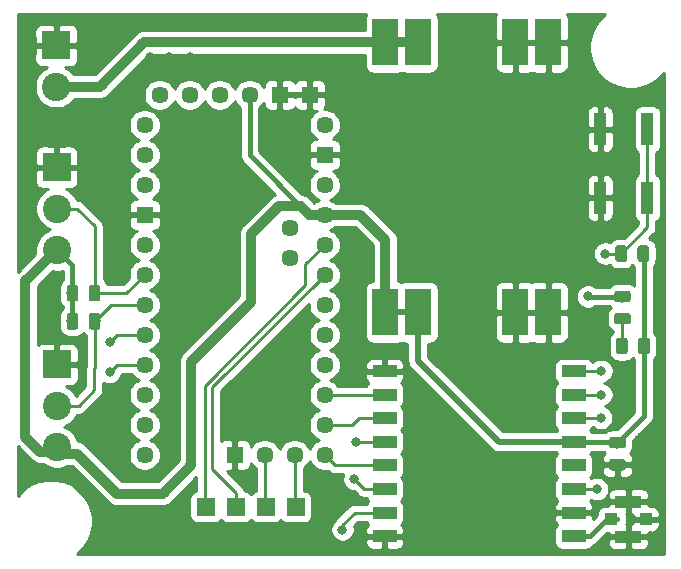
<source format=gtl>
G04 #@! TF.GenerationSoftware,KiCad,Pcbnew,5.1.4-e60b266~84~ubuntu18.04.1*
G04 #@! TF.CreationDate,2019-11-10T18:42:59+01:00*
G04 #@! TF.ProjectId,LoRaModule,4c6f5261-4d6f-4647-956c-652e6b696361,rev?*
G04 #@! TF.SameCoordinates,Original*
G04 #@! TF.FileFunction,Copper,L1,Top*
G04 #@! TF.FilePolarity,Positive*
%FSLAX46Y46*%
G04 Gerber Fmt 4.6, Leading zero omitted, Abs format (unit mm)*
G04 Created by KiCad (PCBNEW 5.1.4-e60b266~84~ubuntu18.04.1) date 2019-11-10 18:42:59*
%MOMM*%
%LPD*%
G04 APERTURE LIST*
%ADD10C,0.100000*%
%ADD11C,0.975000*%
%ADD12R,2.200000X4.000000*%
%ADD13R,1.500000X1.500000*%
%ADD14R,1.000000X2.800000*%
%ADD15C,2.400000*%
%ADD16R,2.400000X2.400000*%
%ADD17R,1.450000X1.450000*%
%ADD18C,1.450000*%
%ADD19R,1.000000X1.000000*%
%ADD20R,2.200000X1.050000*%
%ADD21R,2.000000X1.000000*%
%ADD22C,0.800000*%
%ADD23C,0.250000*%
%ADD24C,0.508000*%
%ADD25C,0.812800*%
%ADD26C,0.381000*%
%ADD27C,0.254000*%
G04 APERTURE END LIST*
D10*
G36*
X139952642Y-57022674D02*
G01*
X139976303Y-57026184D01*
X139999507Y-57031996D01*
X140022029Y-57040054D01*
X140043653Y-57050282D01*
X140064170Y-57062579D01*
X140083383Y-57076829D01*
X140101107Y-57092893D01*
X140117171Y-57110617D01*
X140131421Y-57129830D01*
X140143718Y-57150347D01*
X140153946Y-57171971D01*
X140162004Y-57194493D01*
X140167816Y-57217697D01*
X140171326Y-57241358D01*
X140172500Y-57265250D01*
X140172500Y-58177750D01*
X140171326Y-58201642D01*
X140167816Y-58225303D01*
X140162004Y-58248507D01*
X140153946Y-58271029D01*
X140143718Y-58292653D01*
X140131421Y-58313170D01*
X140117171Y-58332383D01*
X140101107Y-58350107D01*
X140083383Y-58366171D01*
X140064170Y-58380421D01*
X140043653Y-58392718D01*
X140022029Y-58402946D01*
X139999507Y-58411004D01*
X139976303Y-58416816D01*
X139952642Y-58420326D01*
X139928750Y-58421500D01*
X139441250Y-58421500D01*
X139417358Y-58420326D01*
X139393697Y-58416816D01*
X139370493Y-58411004D01*
X139347971Y-58402946D01*
X139326347Y-58392718D01*
X139305830Y-58380421D01*
X139286617Y-58366171D01*
X139268893Y-58350107D01*
X139252829Y-58332383D01*
X139238579Y-58313170D01*
X139226282Y-58292653D01*
X139216054Y-58271029D01*
X139207996Y-58248507D01*
X139202184Y-58225303D01*
X139198674Y-58201642D01*
X139197500Y-58177750D01*
X139197500Y-57265250D01*
X139198674Y-57241358D01*
X139202184Y-57217697D01*
X139207996Y-57194493D01*
X139216054Y-57171971D01*
X139226282Y-57150347D01*
X139238579Y-57129830D01*
X139252829Y-57110617D01*
X139268893Y-57092893D01*
X139286617Y-57076829D01*
X139305830Y-57062579D01*
X139326347Y-57050282D01*
X139347971Y-57040054D01*
X139370493Y-57031996D01*
X139393697Y-57026184D01*
X139417358Y-57022674D01*
X139441250Y-57021500D01*
X139928750Y-57021500D01*
X139952642Y-57022674D01*
X139952642Y-57022674D01*
G37*
D11*
X139685000Y-57721500D03*
D10*
G36*
X138077642Y-57022674D02*
G01*
X138101303Y-57026184D01*
X138124507Y-57031996D01*
X138147029Y-57040054D01*
X138168653Y-57050282D01*
X138189170Y-57062579D01*
X138208383Y-57076829D01*
X138226107Y-57092893D01*
X138242171Y-57110617D01*
X138256421Y-57129830D01*
X138268718Y-57150347D01*
X138278946Y-57171971D01*
X138287004Y-57194493D01*
X138292816Y-57217697D01*
X138296326Y-57241358D01*
X138297500Y-57265250D01*
X138297500Y-58177750D01*
X138296326Y-58201642D01*
X138292816Y-58225303D01*
X138287004Y-58248507D01*
X138278946Y-58271029D01*
X138268718Y-58292653D01*
X138256421Y-58313170D01*
X138242171Y-58332383D01*
X138226107Y-58350107D01*
X138208383Y-58366171D01*
X138189170Y-58380421D01*
X138168653Y-58392718D01*
X138147029Y-58402946D01*
X138124507Y-58411004D01*
X138101303Y-58416816D01*
X138077642Y-58420326D01*
X138053750Y-58421500D01*
X137566250Y-58421500D01*
X137542358Y-58420326D01*
X137518697Y-58416816D01*
X137495493Y-58411004D01*
X137472971Y-58402946D01*
X137451347Y-58392718D01*
X137430830Y-58380421D01*
X137411617Y-58366171D01*
X137393893Y-58350107D01*
X137377829Y-58332383D01*
X137363579Y-58313170D01*
X137351282Y-58292653D01*
X137341054Y-58271029D01*
X137332996Y-58248507D01*
X137327184Y-58225303D01*
X137323674Y-58201642D01*
X137322500Y-58177750D01*
X137322500Y-57265250D01*
X137323674Y-57241358D01*
X137327184Y-57217697D01*
X137332996Y-57194493D01*
X137341054Y-57171971D01*
X137351282Y-57150347D01*
X137363579Y-57129830D01*
X137377829Y-57110617D01*
X137393893Y-57092893D01*
X137411617Y-57076829D01*
X137430830Y-57062579D01*
X137451347Y-57050282D01*
X137472971Y-57040054D01*
X137495493Y-57031996D01*
X137518697Y-57026184D01*
X137542358Y-57022674D01*
X137566250Y-57021500D01*
X138053750Y-57021500D01*
X138077642Y-57022674D01*
X138077642Y-57022674D01*
G37*
D11*
X137810000Y-57721500D03*
D12*
X117797600Y-54889400D03*
X120547600Y-54889400D03*
X128777600Y-54889400D03*
X131567600Y-54889400D03*
X117797600Y-32029400D03*
X120547600Y-32029400D03*
X128777600Y-32029400D03*
X131567600Y-32029400D03*
D13*
X110185200Y-71374000D03*
X107670600Y-71374000D03*
X102590600Y-71374000D03*
X105130600Y-71374000D03*
D10*
G36*
X138338642Y-53059174D02*
G01*
X138362303Y-53062684D01*
X138385507Y-53068496D01*
X138408029Y-53076554D01*
X138429653Y-53086782D01*
X138450170Y-53099079D01*
X138469383Y-53113329D01*
X138487107Y-53129393D01*
X138503171Y-53147117D01*
X138517421Y-53166330D01*
X138529718Y-53186847D01*
X138539946Y-53208471D01*
X138548004Y-53230993D01*
X138553816Y-53254197D01*
X138557326Y-53277858D01*
X138558500Y-53301750D01*
X138558500Y-53789250D01*
X138557326Y-53813142D01*
X138553816Y-53836803D01*
X138548004Y-53860007D01*
X138539946Y-53882529D01*
X138529718Y-53904153D01*
X138517421Y-53924670D01*
X138503171Y-53943883D01*
X138487107Y-53961607D01*
X138469383Y-53977671D01*
X138450170Y-53991921D01*
X138429653Y-54004218D01*
X138408029Y-54014446D01*
X138385507Y-54022504D01*
X138362303Y-54028316D01*
X138338642Y-54031826D01*
X138314750Y-54033000D01*
X137402250Y-54033000D01*
X137378358Y-54031826D01*
X137354697Y-54028316D01*
X137331493Y-54022504D01*
X137308971Y-54014446D01*
X137287347Y-54004218D01*
X137266830Y-53991921D01*
X137247617Y-53977671D01*
X137229893Y-53961607D01*
X137213829Y-53943883D01*
X137199579Y-53924670D01*
X137187282Y-53904153D01*
X137177054Y-53882529D01*
X137168996Y-53860007D01*
X137163184Y-53836803D01*
X137159674Y-53813142D01*
X137158500Y-53789250D01*
X137158500Y-53301750D01*
X137159674Y-53277858D01*
X137163184Y-53254197D01*
X137168996Y-53230993D01*
X137177054Y-53208471D01*
X137187282Y-53186847D01*
X137199579Y-53166330D01*
X137213829Y-53147117D01*
X137229893Y-53129393D01*
X137247617Y-53113329D01*
X137266830Y-53099079D01*
X137287347Y-53086782D01*
X137308971Y-53076554D01*
X137331493Y-53068496D01*
X137354697Y-53062684D01*
X137378358Y-53059174D01*
X137402250Y-53058000D01*
X138314750Y-53058000D01*
X138338642Y-53059174D01*
X138338642Y-53059174D01*
G37*
D11*
X137858500Y-53545500D03*
D10*
G36*
X138338642Y-54934174D02*
G01*
X138362303Y-54937684D01*
X138385507Y-54943496D01*
X138408029Y-54951554D01*
X138429653Y-54961782D01*
X138450170Y-54974079D01*
X138469383Y-54988329D01*
X138487107Y-55004393D01*
X138503171Y-55022117D01*
X138517421Y-55041330D01*
X138529718Y-55061847D01*
X138539946Y-55083471D01*
X138548004Y-55105993D01*
X138553816Y-55129197D01*
X138557326Y-55152858D01*
X138558500Y-55176750D01*
X138558500Y-55664250D01*
X138557326Y-55688142D01*
X138553816Y-55711803D01*
X138548004Y-55735007D01*
X138539946Y-55757529D01*
X138529718Y-55779153D01*
X138517421Y-55799670D01*
X138503171Y-55818883D01*
X138487107Y-55836607D01*
X138469383Y-55852671D01*
X138450170Y-55866921D01*
X138429653Y-55879218D01*
X138408029Y-55889446D01*
X138385507Y-55897504D01*
X138362303Y-55903316D01*
X138338642Y-55906826D01*
X138314750Y-55908000D01*
X137402250Y-55908000D01*
X137378358Y-55906826D01*
X137354697Y-55903316D01*
X137331493Y-55897504D01*
X137308971Y-55889446D01*
X137287347Y-55879218D01*
X137266830Y-55866921D01*
X137247617Y-55852671D01*
X137229893Y-55836607D01*
X137213829Y-55818883D01*
X137199579Y-55799670D01*
X137187282Y-55779153D01*
X137177054Y-55757529D01*
X137168996Y-55735007D01*
X137163184Y-55711803D01*
X137159674Y-55688142D01*
X137158500Y-55664250D01*
X137158500Y-55176750D01*
X137159674Y-55152858D01*
X137163184Y-55129197D01*
X137168996Y-55105993D01*
X137177054Y-55083471D01*
X137187282Y-55061847D01*
X137199579Y-55041330D01*
X137213829Y-55022117D01*
X137229893Y-55004393D01*
X137247617Y-54988329D01*
X137266830Y-54974079D01*
X137287347Y-54961782D01*
X137308971Y-54951554D01*
X137331493Y-54943496D01*
X137354697Y-54937684D01*
X137378358Y-54934174D01*
X137402250Y-54933000D01*
X138314750Y-54933000D01*
X138338642Y-54934174D01*
X138338642Y-54934174D01*
G37*
D11*
X137858500Y-55420500D03*
D14*
X135972800Y-45191000D03*
X135972800Y-39391000D03*
X139972800Y-45191000D03*
X139972800Y-39391000D03*
D10*
G36*
X138014142Y-49212174D02*
G01*
X138037803Y-49215684D01*
X138061007Y-49221496D01*
X138083529Y-49229554D01*
X138105153Y-49239782D01*
X138125670Y-49252079D01*
X138144883Y-49266329D01*
X138162607Y-49282393D01*
X138178671Y-49300117D01*
X138192921Y-49319330D01*
X138205218Y-49339847D01*
X138215446Y-49361471D01*
X138223504Y-49383993D01*
X138229316Y-49407197D01*
X138232826Y-49430858D01*
X138234000Y-49454750D01*
X138234000Y-50367250D01*
X138232826Y-50391142D01*
X138229316Y-50414803D01*
X138223504Y-50438007D01*
X138215446Y-50460529D01*
X138205218Y-50482153D01*
X138192921Y-50502670D01*
X138178671Y-50521883D01*
X138162607Y-50539607D01*
X138144883Y-50555671D01*
X138125670Y-50569921D01*
X138105153Y-50582218D01*
X138083529Y-50592446D01*
X138061007Y-50600504D01*
X138037803Y-50606316D01*
X138014142Y-50609826D01*
X137990250Y-50611000D01*
X137502750Y-50611000D01*
X137478858Y-50609826D01*
X137455197Y-50606316D01*
X137431993Y-50600504D01*
X137409471Y-50592446D01*
X137387847Y-50582218D01*
X137367330Y-50569921D01*
X137348117Y-50555671D01*
X137330393Y-50539607D01*
X137314329Y-50521883D01*
X137300079Y-50502670D01*
X137287782Y-50482153D01*
X137277554Y-50460529D01*
X137269496Y-50438007D01*
X137263684Y-50414803D01*
X137260174Y-50391142D01*
X137259000Y-50367250D01*
X137259000Y-49454750D01*
X137260174Y-49430858D01*
X137263684Y-49407197D01*
X137269496Y-49383993D01*
X137277554Y-49361471D01*
X137287782Y-49339847D01*
X137300079Y-49319330D01*
X137314329Y-49300117D01*
X137330393Y-49282393D01*
X137348117Y-49266329D01*
X137367330Y-49252079D01*
X137387847Y-49239782D01*
X137409471Y-49229554D01*
X137431993Y-49221496D01*
X137455197Y-49215684D01*
X137478858Y-49212174D01*
X137502750Y-49211000D01*
X137990250Y-49211000D01*
X138014142Y-49212174D01*
X138014142Y-49212174D01*
G37*
D11*
X137746500Y-49911000D03*
D10*
G36*
X139889142Y-49212174D02*
G01*
X139912803Y-49215684D01*
X139936007Y-49221496D01*
X139958529Y-49229554D01*
X139980153Y-49239782D01*
X140000670Y-49252079D01*
X140019883Y-49266329D01*
X140037607Y-49282393D01*
X140053671Y-49300117D01*
X140067921Y-49319330D01*
X140080218Y-49339847D01*
X140090446Y-49361471D01*
X140098504Y-49383993D01*
X140104316Y-49407197D01*
X140107826Y-49430858D01*
X140109000Y-49454750D01*
X140109000Y-50367250D01*
X140107826Y-50391142D01*
X140104316Y-50414803D01*
X140098504Y-50438007D01*
X140090446Y-50460529D01*
X140080218Y-50482153D01*
X140067921Y-50502670D01*
X140053671Y-50521883D01*
X140037607Y-50539607D01*
X140019883Y-50555671D01*
X140000670Y-50569921D01*
X139980153Y-50582218D01*
X139958529Y-50592446D01*
X139936007Y-50600504D01*
X139912803Y-50606316D01*
X139889142Y-50609826D01*
X139865250Y-50611000D01*
X139377750Y-50611000D01*
X139353858Y-50609826D01*
X139330197Y-50606316D01*
X139306993Y-50600504D01*
X139284471Y-50592446D01*
X139262847Y-50582218D01*
X139242330Y-50569921D01*
X139223117Y-50555671D01*
X139205393Y-50539607D01*
X139189329Y-50521883D01*
X139175079Y-50502670D01*
X139162782Y-50482153D01*
X139152554Y-50460529D01*
X139144496Y-50438007D01*
X139138684Y-50414803D01*
X139135174Y-50391142D01*
X139134000Y-50367250D01*
X139134000Y-49454750D01*
X139135174Y-49430858D01*
X139138684Y-49407197D01*
X139144496Y-49383993D01*
X139152554Y-49361471D01*
X139162782Y-49339847D01*
X139175079Y-49319330D01*
X139189329Y-49300117D01*
X139205393Y-49282393D01*
X139223117Y-49266329D01*
X139242330Y-49252079D01*
X139262847Y-49239782D01*
X139284471Y-49229554D01*
X139306993Y-49221496D01*
X139330197Y-49215684D01*
X139353858Y-49212174D01*
X139377750Y-49211000D01*
X139865250Y-49211000D01*
X139889142Y-49212174D01*
X139889142Y-49212174D01*
G37*
D11*
X139621500Y-49911000D03*
D15*
X89979500Y-66301500D03*
X89979500Y-62801500D03*
D16*
X89979500Y-59301500D03*
D10*
G36*
X93432542Y-54952574D02*
G01*
X93456203Y-54956084D01*
X93479407Y-54961896D01*
X93501929Y-54969954D01*
X93523553Y-54980182D01*
X93544070Y-54992479D01*
X93563283Y-55006729D01*
X93581007Y-55022793D01*
X93597071Y-55040517D01*
X93611321Y-55059730D01*
X93623618Y-55080247D01*
X93633846Y-55101871D01*
X93641904Y-55124393D01*
X93647716Y-55147597D01*
X93651226Y-55171258D01*
X93652400Y-55195150D01*
X93652400Y-56107650D01*
X93651226Y-56131542D01*
X93647716Y-56155203D01*
X93641904Y-56178407D01*
X93633846Y-56200929D01*
X93623618Y-56222553D01*
X93611321Y-56243070D01*
X93597071Y-56262283D01*
X93581007Y-56280007D01*
X93563283Y-56296071D01*
X93544070Y-56310321D01*
X93523553Y-56322618D01*
X93501929Y-56332846D01*
X93479407Y-56340904D01*
X93456203Y-56346716D01*
X93432542Y-56350226D01*
X93408650Y-56351400D01*
X92921150Y-56351400D01*
X92897258Y-56350226D01*
X92873597Y-56346716D01*
X92850393Y-56340904D01*
X92827871Y-56332846D01*
X92806247Y-56322618D01*
X92785730Y-56310321D01*
X92766517Y-56296071D01*
X92748793Y-56280007D01*
X92732729Y-56262283D01*
X92718479Y-56243070D01*
X92706182Y-56222553D01*
X92695954Y-56200929D01*
X92687896Y-56178407D01*
X92682084Y-56155203D01*
X92678574Y-56131542D01*
X92677400Y-56107650D01*
X92677400Y-55195150D01*
X92678574Y-55171258D01*
X92682084Y-55147597D01*
X92687896Y-55124393D01*
X92695954Y-55101871D01*
X92706182Y-55080247D01*
X92718479Y-55059730D01*
X92732729Y-55040517D01*
X92748793Y-55022793D01*
X92766517Y-55006729D01*
X92785730Y-54992479D01*
X92806247Y-54980182D01*
X92827871Y-54969954D01*
X92850393Y-54961896D01*
X92873597Y-54956084D01*
X92897258Y-54952574D01*
X92921150Y-54951400D01*
X93408650Y-54951400D01*
X93432542Y-54952574D01*
X93432542Y-54952574D01*
G37*
D11*
X93164900Y-55651400D03*
D10*
G36*
X91557542Y-54952574D02*
G01*
X91581203Y-54956084D01*
X91604407Y-54961896D01*
X91626929Y-54969954D01*
X91648553Y-54980182D01*
X91669070Y-54992479D01*
X91688283Y-55006729D01*
X91706007Y-55022793D01*
X91722071Y-55040517D01*
X91736321Y-55059730D01*
X91748618Y-55080247D01*
X91758846Y-55101871D01*
X91766904Y-55124393D01*
X91772716Y-55147597D01*
X91776226Y-55171258D01*
X91777400Y-55195150D01*
X91777400Y-56107650D01*
X91776226Y-56131542D01*
X91772716Y-56155203D01*
X91766904Y-56178407D01*
X91758846Y-56200929D01*
X91748618Y-56222553D01*
X91736321Y-56243070D01*
X91722071Y-56262283D01*
X91706007Y-56280007D01*
X91688283Y-56296071D01*
X91669070Y-56310321D01*
X91648553Y-56322618D01*
X91626929Y-56332846D01*
X91604407Y-56340904D01*
X91581203Y-56346716D01*
X91557542Y-56350226D01*
X91533650Y-56351400D01*
X91046150Y-56351400D01*
X91022258Y-56350226D01*
X90998597Y-56346716D01*
X90975393Y-56340904D01*
X90952871Y-56332846D01*
X90931247Y-56322618D01*
X90910730Y-56310321D01*
X90891517Y-56296071D01*
X90873793Y-56280007D01*
X90857729Y-56262283D01*
X90843479Y-56243070D01*
X90831182Y-56222553D01*
X90820954Y-56200929D01*
X90812896Y-56178407D01*
X90807084Y-56155203D01*
X90803574Y-56131542D01*
X90802400Y-56107650D01*
X90802400Y-55195150D01*
X90803574Y-55171258D01*
X90807084Y-55147597D01*
X90812896Y-55124393D01*
X90820954Y-55101871D01*
X90831182Y-55080247D01*
X90843479Y-55059730D01*
X90857729Y-55040517D01*
X90873793Y-55022793D01*
X90891517Y-55006729D01*
X90910730Y-54992479D01*
X90931247Y-54980182D01*
X90952871Y-54969954D01*
X90975393Y-54961896D01*
X90998597Y-54956084D01*
X91022258Y-54952574D01*
X91046150Y-54951400D01*
X91533650Y-54951400D01*
X91557542Y-54952574D01*
X91557542Y-54952574D01*
G37*
D11*
X91289900Y-55651400D03*
D10*
G36*
X93432542Y-52564974D02*
G01*
X93456203Y-52568484D01*
X93479407Y-52574296D01*
X93501929Y-52582354D01*
X93523553Y-52592582D01*
X93544070Y-52604879D01*
X93563283Y-52619129D01*
X93581007Y-52635193D01*
X93597071Y-52652917D01*
X93611321Y-52672130D01*
X93623618Y-52692647D01*
X93633846Y-52714271D01*
X93641904Y-52736793D01*
X93647716Y-52759997D01*
X93651226Y-52783658D01*
X93652400Y-52807550D01*
X93652400Y-53720050D01*
X93651226Y-53743942D01*
X93647716Y-53767603D01*
X93641904Y-53790807D01*
X93633846Y-53813329D01*
X93623618Y-53834953D01*
X93611321Y-53855470D01*
X93597071Y-53874683D01*
X93581007Y-53892407D01*
X93563283Y-53908471D01*
X93544070Y-53922721D01*
X93523553Y-53935018D01*
X93501929Y-53945246D01*
X93479407Y-53953304D01*
X93456203Y-53959116D01*
X93432542Y-53962626D01*
X93408650Y-53963800D01*
X92921150Y-53963800D01*
X92897258Y-53962626D01*
X92873597Y-53959116D01*
X92850393Y-53953304D01*
X92827871Y-53945246D01*
X92806247Y-53935018D01*
X92785730Y-53922721D01*
X92766517Y-53908471D01*
X92748793Y-53892407D01*
X92732729Y-53874683D01*
X92718479Y-53855470D01*
X92706182Y-53834953D01*
X92695954Y-53813329D01*
X92687896Y-53790807D01*
X92682084Y-53767603D01*
X92678574Y-53743942D01*
X92677400Y-53720050D01*
X92677400Y-52807550D01*
X92678574Y-52783658D01*
X92682084Y-52759997D01*
X92687896Y-52736793D01*
X92695954Y-52714271D01*
X92706182Y-52692647D01*
X92718479Y-52672130D01*
X92732729Y-52652917D01*
X92748793Y-52635193D01*
X92766517Y-52619129D01*
X92785730Y-52604879D01*
X92806247Y-52592582D01*
X92827871Y-52582354D01*
X92850393Y-52574296D01*
X92873597Y-52568484D01*
X92897258Y-52564974D01*
X92921150Y-52563800D01*
X93408650Y-52563800D01*
X93432542Y-52564974D01*
X93432542Y-52564974D01*
G37*
D11*
X93164900Y-53263800D03*
D10*
G36*
X91557542Y-52564974D02*
G01*
X91581203Y-52568484D01*
X91604407Y-52574296D01*
X91626929Y-52582354D01*
X91648553Y-52592582D01*
X91669070Y-52604879D01*
X91688283Y-52619129D01*
X91706007Y-52635193D01*
X91722071Y-52652917D01*
X91736321Y-52672130D01*
X91748618Y-52692647D01*
X91758846Y-52714271D01*
X91766904Y-52736793D01*
X91772716Y-52759997D01*
X91776226Y-52783658D01*
X91777400Y-52807550D01*
X91777400Y-53720050D01*
X91776226Y-53743942D01*
X91772716Y-53767603D01*
X91766904Y-53790807D01*
X91758846Y-53813329D01*
X91748618Y-53834953D01*
X91736321Y-53855470D01*
X91722071Y-53874683D01*
X91706007Y-53892407D01*
X91688283Y-53908471D01*
X91669070Y-53922721D01*
X91648553Y-53935018D01*
X91626929Y-53945246D01*
X91604407Y-53953304D01*
X91581203Y-53959116D01*
X91557542Y-53962626D01*
X91533650Y-53963800D01*
X91046150Y-53963800D01*
X91022258Y-53962626D01*
X90998597Y-53959116D01*
X90975393Y-53953304D01*
X90952871Y-53945246D01*
X90931247Y-53935018D01*
X90910730Y-53922721D01*
X90891517Y-53908471D01*
X90873793Y-53892407D01*
X90857729Y-53874683D01*
X90843479Y-53855470D01*
X90831182Y-53834953D01*
X90820954Y-53813329D01*
X90812896Y-53790807D01*
X90807084Y-53767603D01*
X90803574Y-53743942D01*
X90802400Y-53720050D01*
X90802400Y-52807550D01*
X90803574Y-52783658D01*
X90807084Y-52759997D01*
X90812896Y-52736793D01*
X90820954Y-52714271D01*
X90831182Y-52692647D01*
X90843479Y-52672130D01*
X90857729Y-52652917D01*
X90873793Y-52635193D01*
X90891517Y-52619129D01*
X90910730Y-52604879D01*
X90931247Y-52592582D01*
X90952871Y-52582354D01*
X90975393Y-52574296D01*
X90998597Y-52568484D01*
X91022258Y-52564974D01*
X91046150Y-52563800D01*
X91533650Y-52563800D01*
X91557542Y-52564974D01*
X91557542Y-52564974D01*
G37*
D11*
X91289900Y-53263800D03*
D15*
X89966800Y-49595800D03*
X89966800Y-46095800D03*
D16*
X89966800Y-42595800D03*
D15*
X89916000Y-35783400D03*
D16*
X89916000Y-32283400D03*
D17*
X105031700Y-66959800D03*
X111381700Y-36479800D03*
X108841700Y-36479800D03*
D18*
X106301700Y-36479800D03*
X103761700Y-36479800D03*
X101221700Y-36479800D03*
X98681700Y-36479800D03*
X110111700Y-66959800D03*
X107571700Y-66959800D03*
X109730700Y-47782800D03*
X109730700Y-50322800D03*
X112651700Y-39019800D03*
D17*
X112651700Y-41559800D03*
D18*
X112651700Y-44099800D03*
X112651700Y-46639800D03*
X112651700Y-49179800D03*
X112651700Y-51719800D03*
X112651700Y-54259800D03*
X112651700Y-56799800D03*
X112651700Y-59339800D03*
X112651700Y-61879800D03*
X112651700Y-64419800D03*
X112651700Y-66959800D03*
X97411700Y-66959800D03*
X97411700Y-64419800D03*
X97411700Y-61879800D03*
X97411700Y-59339800D03*
X97411700Y-56799800D03*
X97411700Y-54259800D03*
X97411700Y-51719800D03*
X97411700Y-49179800D03*
D17*
X97411700Y-46639800D03*
D18*
X97411700Y-44099800D03*
X97411700Y-41559800D03*
X97411700Y-39019800D03*
D19*
X136866500Y-72390000D03*
X139866500Y-72390000D03*
D20*
X138366500Y-73865000D03*
X138366500Y-70915000D03*
D21*
X133730000Y-59852800D03*
X133730000Y-61852800D03*
X133730000Y-63852800D03*
X133730000Y-65852800D03*
X133730000Y-67852800D03*
X133730000Y-69852800D03*
X133730000Y-71852800D03*
X133730000Y-73852800D03*
X117730000Y-73852800D03*
X117730000Y-71852800D03*
X117730000Y-69852800D03*
X117730000Y-67852800D03*
X117730000Y-65852800D03*
X117730000Y-63852800D03*
X117730000Y-61852800D03*
X117730000Y-59852800D03*
D10*
G36*
X137919542Y-65428974D02*
G01*
X137943203Y-65432484D01*
X137966407Y-65438296D01*
X137988929Y-65446354D01*
X138010553Y-65456582D01*
X138031070Y-65468879D01*
X138050283Y-65483129D01*
X138068007Y-65499193D01*
X138084071Y-65516917D01*
X138098321Y-65536130D01*
X138110618Y-65556647D01*
X138120846Y-65578271D01*
X138128904Y-65600793D01*
X138134716Y-65623997D01*
X138138226Y-65647658D01*
X138139400Y-65671550D01*
X138139400Y-66159050D01*
X138138226Y-66182942D01*
X138134716Y-66206603D01*
X138128904Y-66229807D01*
X138120846Y-66252329D01*
X138110618Y-66273953D01*
X138098321Y-66294470D01*
X138084071Y-66313683D01*
X138068007Y-66331407D01*
X138050283Y-66347471D01*
X138031070Y-66361721D01*
X138010553Y-66374018D01*
X137988929Y-66384246D01*
X137966407Y-66392304D01*
X137943203Y-66398116D01*
X137919542Y-66401626D01*
X137895650Y-66402800D01*
X136983150Y-66402800D01*
X136959258Y-66401626D01*
X136935597Y-66398116D01*
X136912393Y-66392304D01*
X136889871Y-66384246D01*
X136868247Y-66374018D01*
X136847730Y-66361721D01*
X136828517Y-66347471D01*
X136810793Y-66331407D01*
X136794729Y-66313683D01*
X136780479Y-66294470D01*
X136768182Y-66273953D01*
X136757954Y-66252329D01*
X136749896Y-66229807D01*
X136744084Y-66206603D01*
X136740574Y-66182942D01*
X136739400Y-66159050D01*
X136739400Y-65671550D01*
X136740574Y-65647658D01*
X136744084Y-65623997D01*
X136749896Y-65600793D01*
X136757954Y-65578271D01*
X136768182Y-65556647D01*
X136780479Y-65536130D01*
X136794729Y-65516917D01*
X136810793Y-65499193D01*
X136828517Y-65483129D01*
X136847730Y-65468879D01*
X136868247Y-65456582D01*
X136889871Y-65446354D01*
X136912393Y-65438296D01*
X136935597Y-65432484D01*
X136959258Y-65428974D01*
X136983150Y-65427800D01*
X137895650Y-65427800D01*
X137919542Y-65428974D01*
X137919542Y-65428974D01*
G37*
D11*
X137439400Y-65915300D03*
D10*
G36*
X137919542Y-67303974D02*
G01*
X137943203Y-67307484D01*
X137966407Y-67313296D01*
X137988929Y-67321354D01*
X138010553Y-67331582D01*
X138031070Y-67343879D01*
X138050283Y-67358129D01*
X138068007Y-67374193D01*
X138084071Y-67391917D01*
X138098321Y-67411130D01*
X138110618Y-67431647D01*
X138120846Y-67453271D01*
X138128904Y-67475793D01*
X138134716Y-67498997D01*
X138138226Y-67522658D01*
X138139400Y-67546550D01*
X138139400Y-68034050D01*
X138138226Y-68057942D01*
X138134716Y-68081603D01*
X138128904Y-68104807D01*
X138120846Y-68127329D01*
X138110618Y-68148953D01*
X138098321Y-68169470D01*
X138084071Y-68188683D01*
X138068007Y-68206407D01*
X138050283Y-68222471D01*
X138031070Y-68236721D01*
X138010553Y-68249018D01*
X137988929Y-68259246D01*
X137966407Y-68267304D01*
X137943203Y-68273116D01*
X137919542Y-68276626D01*
X137895650Y-68277800D01*
X136983150Y-68277800D01*
X136959258Y-68276626D01*
X136935597Y-68273116D01*
X136912393Y-68267304D01*
X136889871Y-68259246D01*
X136868247Y-68249018D01*
X136847730Y-68236721D01*
X136828517Y-68222471D01*
X136810793Y-68206407D01*
X136794729Y-68188683D01*
X136780479Y-68169470D01*
X136768182Y-68148953D01*
X136757954Y-68127329D01*
X136749896Y-68104807D01*
X136744084Y-68081603D01*
X136740574Y-68057942D01*
X136739400Y-68034050D01*
X136739400Y-67546550D01*
X136740574Y-67522658D01*
X136744084Y-67498997D01*
X136749896Y-67475793D01*
X136757954Y-67453271D01*
X136768182Y-67431647D01*
X136780479Y-67411130D01*
X136794729Y-67391917D01*
X136810793Y-67374193D01*
X136828517Y-67358129D01*
X136847730Y-67343879D01*
X136868247Y-67331582D01*
X136889871Y-67321354D01*
X136912393Y-67313296D01*
X136935597Y-67307484D01*
X136959258Y-67303974D01*
X136983150Y-67302800D01*
X137895650Y-67302800D01*
X137919542Y-67303974D01*
X137919542Y-67303974D01*
G37*
D11*
X137439400Y-67790300D03*
D22*
X136271000Y-74422000D03*
X140462000Y-70294500D03*
X140462000Y-65976500D03*
X128016000Y-58039000D03*
X130175000Y-58039000D03*
X132207000Y-58039000D03*
X134175500Y-55816500D03*
X89471500Y-53276500D03*
X89471500Y-55689500D03*
X126238000Y-30607000D03*
X134175500Y-48387000D03*
X134112000Y-42227500D03*
X134112000Y-36385500D03*
X115062000Y-41656000D03*
X115062000Y-44196000D03*
X115062000Y-38989000D03*
X114871500Y-49339500D03*
X114871500Y-51689000D03*
X115062000Y-36322000D03*
X135636000Y-71183500D03*
X115443000Y-74549000D03*
X112649000Y-74549000D03*
X114871500Y-58039000D03*
X116141500Y-58039000D03*
X88519000Y-39052500D03*
X90805000Y-38989000D03*
X93662500Y-38925500D03*
X126238000Y-31940500D03*
X134048500Y-30607000D03*
X134048500Y-32258000D03*
X140462000Y-74422000D03*
X140462000Y-68643500D03*
X94551500Y-72644000D03*
X94551500Y-74295000D03*
X99060000Y-74295000D03*
X138557000Y-36766500D03*
X138176000Y-47815500D03*
X97853500Y-33274000D03*
X99504500Y-33274000D03*
X101282500Y-33274000D03*
X126619000Y-54419500D03*
X126619000Y-56007000D03*
X115887500Y-59880500D03*
X114147600Y-73279000D03*
X115163600Y-69011800D03*
X115265200Y-65836800D03*
X94488000Y-57404000D03*
X135699500Y-69850000D03*
X94437200Y-59944000D03*
X136067800Y-59842400D03*
X136067800Y-61849000D03*
X136042400Y-63830200D03*
X136398000Y-49911000D03*
X134937500Y-53530500D03*
D23*
X106324400Y-36457100D02*
X106301700Y-36479800D01*
D24*
X120547600Y-59003400D02*
X120547600Y-54889400D01*
X120547600Y-54889400D02*
X117797600Y-54889400D01*
D25*
X101346000Y-67818000D02*
X98933000Y-70231000D01*
X112651700Y-46639800D02*
X115664300Y-46639800D01*
X117797600Y-48773100D02*
X117797600Y-54889400D01*
X115664300Y-46639800D02*
X117797600Y-48773100D01*
X89824800Y-66675000D02*
X89992200Y-66842400D01*
X88582500Y-66675000D02*
X89824800Y-66675000D01*
X87312500Y-65405000D02*
X88582500Y-66675000D01*
X89966800Y-49595800D02*
X87312500Y-52250100D01*
X87312500Y-52250100D02*
X87312500Y-65405000D01*
X101346000Y-59055000D02*
X101346000Y-67818000D01*
X106426000Y-48260000D02*
X106426000Y-53975000D01*
X112651700Y-46639800D02*
X111346300Y-46639800D01*
X106426000Y-53975000D02*
X101346000Y-59055000D01*
X110617000Y-45910500D02*
X108775500Y-45910500D01*
X111346300Y-46639800D02*
X110617000Y-45910500D01*
X108775500Y-45910500D02*
X106426000Y-48260000D01*
D24*
X133730000Y-65852800D02*
X127397000Y-65852800D01*
X127397000Y-65852800D02*
X120547600Y-59003400D01*
D26*
X91289900Y-55651400D02*
X91289900Y-53263800D01*
X91289900Y-50918900D02*
X89966800Y-49595800D01*
X91289900Y-53263800D02*
X91289900Y-50918900D01*
X137376900Y-65852800D02*
X137439400Y-65915300D01*
X133730000Y-65852800D02*
X137376900Y-65852800D01*
X139685000Y-63642000D02*
X139685000Y-49974500D01*
X139685000Y-49974500D02*
X139621500Y-49911000D01*
X137439400Y-65915300D02*
X138493500Y-64861200D01*
X138493500Y-64833500D02*
X139685000Y-63642000D01*
X138493500Y-64861200D02*
X138493500Y-64833500D01*
X106301700Y-41595200D02*
X111346300Y-46639800D01*
X106301700Y-36479800D02*
X106301700Y-41595200D01*
D25*
X95077856Y-70231000D02*
X98933000Y-70231000D01*
X91689256Y-66842400D02*
X95077856Y-70231000D01*
X89992200Y-66842400D02*
X91689256Y-66842400D01*
D23*
X111404400Y-36457100D02*
X111381700Y-36479800D01*
X108864400Y-36457100D02*
X108841700Y-36479800D01*
X103784400Y-36457100D02*
X103761700Y-36479800D01*
X101244400Y-36457100D02*
X101221700Y-36479800D01*
X98704400Y-36457100D02*
X98681700Y-36479800D01*
X116480000Y-71852800D02*
X117730000Y-71852800D01*
X115185915Y-71852800D02*
X116480000Y-71852800D01*
X114147600Y-72891115D02*
X115185915Y-71852800D01*
X114147600Y-73456800D02*
X114147600Y-72891115D01*
X116004600Y-69852800D02*
X117730000Y-69852800D01*
X115214400Y-69062600D02*
X116004600Y-69852800D01*
X113544700Y-67852800D02*
X117730000Y-67852800D01*
X112651700Y-66959800D02*
X113544700Y-67852800D01*
X117714000Y-65836800D02*
X117730000Y-65852800D01*
X115265200Y-65836800D02*
X117714000Y-65836800D01*
X112651700Y-64419800D02*
X114955000Y-64419800D01*
X115522000Y-63852800D02*
X117730000Y-63852800D01*
X114955000Y-64419800D02*
X115522000Y-63852800D01*
X117652200Y-61930600D02*
X117730000Y-61852800D01*
X117703000Y-61879800D02*
X117730000Y-61852800D01*
X112651700Y-61879800D02*
X117703000Y-61879800D01*
X96386396Y-56799800D02*
X96366396Y-56819800D01*
X97411700Y-56799800D02*
X96386396Y-56799800D01*
X96366396Y-56819800D02*
X95072200Y-56819800D01*
X95072200Y-56819800D02*
X94488000Y-57404000D01*
X94488000Y-57404000D02*
X94488000Y-57404000D01*
X97411700Y-59339800D02*
X95041400Y-59339800D01*
X95041400Y-59339800D02*
X94437200Y-59944000D01*
X94437200Y-59944000D02*
X94437200Y-59944000D01*
X133740400Y-59842400D02*
X133730000Y-59852800D01*
X136057400Y-59852800D02*
X136067800Y-59842400D01*
X133730000Y-59852800D02*
X136057400Y-59852800D01*
X136064000Y-61852800D02*
X136067800Y-61849000D01*
X133730000Y-61852800D02*
X136064000Y-61852800D01*
X136019800Y-63852800D02*
X136042400Y-63830200D01*
X133730000Y-63852800D02*
X136019800Y-63852800D01*
D26*
X133730000Y-73852800D02*
X135111000Y-73852800D01*
X136557000Y-72390000D02*
X137438000Y-72390000D01*
X135111000Y-73836000D02*
X136557000Y-72390000D01*
X135111000Y-73852800D02*
X135111000Y-73836000D01*
D25*
X89916000Y-35783400D02*
X93604200Y-35783400D01*
X97358200Y-32029400D02*
X117797600Y-32029400D01*
X93604200Y-35783400D02*
X97358200Y-32029400D01*
X117797600Y-32029400D02*
X120547600Y-32029400D01*
D23*
X97394000Y-51737500D02*
X97411700Y-51719800D01*
X97380900Y-51689000D02*
X97411700Y-51719800D01*
X91663856Y-46095800D02*
X93167200Y-47599144D01*
X89966800Y-46095800D02*
X91663856Y-46095800D01*
X93167200Y-47599144D02*
X93167200Y-48158400D01*
X93164900Y-48160700D02*
X93164900Y-53263800D01*
X93167200Y-48158400D02*
X93164900Y-48160700D01*
X95867700Y-53263800D02*
X97411700Y-51719800D01*
X93164900Y-53263800D02*
X95867700Y-53263800D01*
X97383200Y-54231300D02*
X97411700Y-54259800D01*
X94556500Y-54259800D02*
X97411700Y-54259800D01*
X93164900Y-55651400D02*
X94556500Y-54259800D01*
X93164900Y-59616100D02*
X93154500Y-59626500D01*
X93164900Y-55651400D02*
X93164900Y-59616100D01*
X93154500Y-59626500D02*
X93154500Y-61468000D01*
X91821000Y-62801500D02*
X93154500Y-61468000D01*
X89979500Y-62801500D02*
X91821000Y-62801500D01*
X140030200Y-45248400D02*
X139972800Y-45191000D01*
X139972800Y-43541000D02*
X139972800Y-39391000D01*
X139972800Y-45191000D02*
X139972800Y-43541000D01*
X136398000Y-49911000D02*
X137746500Y-49911000D01*
X139972800Y-47684700D02*
X137746500Y-49911000D01*
X139972800Y-45191000D02*
X139972800Y-47684700D01*
X134952500Y-53545500D02*
X134937500Y-53530500D01*
D26*
X137858500Y-53545500D02*
X134952500Y-53545500D01*
D23*
X112651700Y-51719800D02*
X103124000Y-61247500D01*
X103124000Y-61247500D02*
X103124000Y-68148200D01*
X105130600Y-70154800D02*
X105130600Y-71374000D01*
X103124000Y-68148200D02*
X105130600Y-70154800D01*
X102539800Y-71323200D02*
X102590600Y-71374000D01*
X102539800Y-61087000D02*
X102539800Y-71323200D01*
X111023400Y-52603400D02*
X102539800Y-61087000D01*
X112651700Y-49179800D02*
X111023400Y-50808100D01*
X111023400Y-50808100D02*
X111023400Y-52603400D01*
X107571700Y-71275100D02*
X107670600Y-71374000D01*
X107571700Y-66959800D02*
X107571700Y-71275100D01*
X110111700Y-71300500D02*
X110185200Y-71374000D01*
X110111700Y-66959800D02*
X110111700Y-71300500D01*
D26*
X137858500Y-57673000D02*
X137810000Y-57721500D01*
D23*
X137858500Y-55420500D02*
X137858500Y-57673000D01*
X135696700Y-69852800D02*
X135699500Y-69850000D01*
X133730000Y-69852800D02*
X135696700Y-69852800D01*
D27*
G36*
X116167063Y-29674906D02*
G01*
X116108098Y-29785220D01*
X116071788Y-29904918D01*
X116059528Y-30029400D01*
X116059528Y-30988000D01*
X97409344Y-30988000D01*
X97358200Y-30982963D01*
X97307056Y-30988000D01*
X97307048Y-30988000D01*
X97154050Y-31003069D01*
X96957746Y-31062617D01*
X96776830Y-31159319D01*
X96657989Y-31256849D01*
X96657985Y-31256853D01*
X96618257Y-31289457D01*
X96585653Y-31329185D01*
X93172839Y-34742000D01*
X91427095Y-34742000D01*
X91341338Y-34613656D01*
X91085744Y-34358062D01*
X90785199Y-34157244D01*
X90695426Y-34120059D01*
X91116000Y-34121472D01*
X91240482Y-34109212D01*
X91360180Y-34072902D01*
X91470494Y-34013937D01*
X91567185Y-33934585D01*
X91646537Y-33837894D01*
X91705502Y-33727580D01*
X91741812Y-33607882D01*
X91754072Y-33483400D01*
X91751000Y-32569150D01*
X91592250Y-32410400D01*
X90043000Y-32410400D01*
X90043000Y-32430400D01*
X89789000Y-32430400D01*
X89789000Y-32410400D01*
X88239750Y-32410400D01*
X88081000Y-32569150D01*
X88077928Y-33483400D01*
X88090188Y-33607882D01*
X88126498Y-33727580D01*
X88185463Y-33837894D01*
X88264815Y-33934585D01*
X88361506Y-34013937D01*
X88471820Y-34072902D01*
X88591518Y-34109212D01*
X88716000Y-34121472D01*
X89136574Y-34120059D01*
X89046801Y-34157244D01*
X88746256Y-34358062D01*
X88490662Y-34613656D01*
X88289844Y-34914201D01*
X88151518Y-35248150D01*
X88081000Y-35602668D01*
X88081000Y-35964132D01*
X88151518Y-36318650D01*
X88289844Y-36652599D01*
X88490662Y-36953144D01*
X88746256Y-37208738D01*
X89046801Y-37409556D01*
X89380750Y-37547882D01*
X89735268Y-37618400D01*
X90096732Y-37618400D01*
X90451250Y-37547882D01*
X90785199Y-37409556D01*
X91085744Y-37208738D01*
X91341338Y-36953144D01*
X91427095Y-36824800D01*
X93553059Y-36824800D01*
X93604200Y-36829837D01*
X93655341Y-36824800D01*
X93655352Y-36824800D01*
X93808350Y-36809731D01*
X94004654Y-36750183D01*
X94185570Y-36653481D01*
X94344143Y-36523343D01*
X94376752Y-36483609D01*
X97789562Y-33070800D01*
X116059528Y-33070800D01*
X116059528Y-34029400D01*
X116071788Y-34153882D01*
X116108098Y-34273580D01*
X116167063Y-34383894D01*
X116246415Y-34480585D01*
X116343106Y-34559937D01*
X116453420Y-34618902D01*
X116573118Y-34655212D01*
X116697600Y-34667472D01*
X118897600Y-34667472D01*
X119022082Y-34655212D01*
X119141780Y-34618902D01*
X119172600Y-34602428D01*
X119203420Y-34618902D01*
X119323118Y-34655212D01*
X119447600Y-34667472D01*
X121647600Y-34667472D01*
X121772082Y-34655212D01*
X121891780Y-34618902D01*
X122002094Y-34559937D01*
X122098785Y-34480585D01*
X122178137Y-34383894D01*
X122237102Y-34273580D01*
X122273412Y-34153882D01*
X122285672Y-34029400D01*
X127039528Y-34029400D01*
X127051788Y-34153882D01*
X127088098Y-34273580D01*
X127147063Y-34383894D01*
X127226415Y-34480585D01*
X127323106Y-34559937D01*
X127433420Y-34618902D01*
X127553118Y-34655212D01*
X127677600Y-34667472D01*
X128491850Y-34664400D01*
X128650600Y-34505650D01*
X128650600Y-32156400D01*
X128904600Y-32156400D01*
X128904600Y-34505650D01*
X129063350Y-34664400D01*
X129877600Y-34667472D01*
X130002082Y-34655212D01*
X130121780Y-34618902D01*
X130172600Y-34591738D01*
X130223420Y-34618902D01*
X130343118Y-34655212D01*
X130467600Y-34667472D01*
X131281850Y-34664400D01*
X131440600Y-34505650D01*
X131440600Y-32156400D01*
X131694600Y-32156400D01*
X131694600Y-34505650D01*
X131853350Y-34664400D01*
X132667600Y-34667472D01*
X132792082Y-34655212D01*
X132911780Y-34618902D01*
X133022094Y-34559937D01*
X133118785Y-34480585D01*
X133198137Y-34383894D01*
X133257102Y-34273580D01*
X133293412Y-34153882D01*
X133305672Y-34029400D01*
X133302600Y-32315150D01*
X133143850Y-32156400D01*
X131694600Y-32156400D01*
X131440600Y-32156400D01*
X128904600Y-32156400D01*
X128650600Y-32156400D01*
X127201350Y-32156400D01*
X127042600Y-32315150D01*
X127039528Y-34029400D01*
X122285672Y-34029400D01*
X122285672Y-30029400D01*
X122273412Y-29904918D01*
X122237102Y-29785220D01*
X122178137Y-29674906D01*
X122165904Y-29660000D01*
X127159296Y-29660000D01*
X127147063Y-29674906D01*
X127088098Y-29785220D01*
X127051788Y-29904918D01*
X127039528Y-30029400D01*
X127042600Y-31743650D01*
X127201350Y-31902400D01*
X128650600Y-31902400D01*
X128650600Y-31882400D01*
X128904600Y-31882400D01*
X128904600Y-31902400D01*
X131440600Y-31902400D01*
X131440600Y-31882400D01*
X131694600Y-31882400D01*
X131694600Y-31902400D01*
X133143850Y-31902400D01*
X133302600Y-31743650D01*
X133305672Y-30029400D01*
X133293412Y-29904918D01*
X133257102Y-29785220D01*
X133198137Y-29674906D01*
X133185904Y-29660000D01*
X136381852Y-29660000D01*
X136308668Y-29708900D01*
X135817400Y-30200168D01*
X135431413Y-30777839D01*
X135165540Y-31419712D01*
X135030000Y-32101121D01*
X135030000Y-32795879D01*
X135165540Y-33477288D01*
X135431413Y-34119161D01*
X135817400Y-34696832D01*
X136308668Y-35188100D01*
X136886339Y-35574087D01*
X137528212Y-35839960D01*
X138209621Y-35975500D01*
X138904379Y-35975500D01*
X139585788Y-35839960D01*
X140227661Y-35574087D01*
X140805332Y-35188100D01*
X141296600Y-34696832D01*
X141340000Y-34631879D01*
X141340001Y-75340000D01*
X91690050Y-75340000D01*
X91719832Y-75320100D01*
X92211100Y-74828832D01*
X92529174Y-74352800D01*
X116091928Y-74352800D01*
X116104188Y-74477282D01*
X116140498Y-74596980D01*
X116199463Y-74707294D01*
X116278815Y-74803985D01*
X116375506Y-74883337D01*
X116485820Y-74942302D01*
X116605518Y-74978612D01*
X116730000Y-74990872D01*
X117444250Y-74987800D01*
X117603000Y-74829050D01*
X117603000Y-73979800D01*
X117857000Y-73979800D01*
X117857000Y-74829050D01*
X118015750Y-74987800D01*
X118730000Y-74990872D01*
X118854482Y-74978612D01*
X118974180Y-74942302D01*
X119084494Y-74883337D01*
X119181185Y-74803985D01*
X119260537Y-74707294D01*
X119319502Y-74596980D01*
X119355812Y-74477282D01*
X119368072Y-74352800D01*
X119365000Y-74138550D01*
X119206250Y-73979800D01*
X117857000Y-73979800D01*
X117603000Y-73979800D01*
X116253750Y-73979800D01*
X116095000Y-74138550D01*
X116091928Y-74352800D01*
X92529174Y-74352800D01*
X92597087Y-74251161D01*
X92862960Y-73609288D01*
X92998500Y-72927879D01*
X92998500Y-72233121D01*
X92862960Y-71551712D01*
X92597087Y-70909839D01*
X92211100Y-70332168D01*
X91719832Y-69840900D01*
X91142161Y-69454913D01*
X90500288Y-69189040D01*
X89818879Y-69053500D01*
X89124121Y-69053500D01*
X88442712Y-69189040D01*
X87800839Y-69454913D01*
X87223168Y-69840900D01*
X86731900Y-70332168D01*
X86660000Y-70439774D01*
X86660000Y-66225261D01*
X87809952Y-67375214D01*
X87842557Y-67414943D01*
X87882285Y-67447547D01*
X87882288Y-67447550D01*
X87951743Y-67504550D01*
X88001130Y-67545081D01*
X88182046Y-67641783D01*
X88378350Y-67701331D01*
X88531348Y-67716400D01*
X88531358Y-67716400D01*
X88582499Y-67721437D01*
X88633641Y-67716400D01*
X88799318Y-67716400D01*
X88809756Y-67726838D01*
X89110301Y-67927656D01*
X89444250Y-68065982D01*
X89798768Y-68136500D01*
X90160232Y-68136500D01*
X90514750Y-68065982D01*
X90848699Y-67927656D01*
X90914334Y-67883800D01*
X91257895Y-67883800D01*
X94305309Y-70931215D01*
X94337913Y-70970943D01*
X94377641Y-71003547D01*
X94377644Y-71003550D01*
X94496486Y-71101081D01*
X94633310Y-71174215D01*
X94677402Y-71197783D01*
X94873706Y-71257331D01*
X95026704Y-71272400D01*
X95026714Y-71272400D01*
X95077855Y-71277437D01*
X95128997Y-71272400D01*
X98881859Y-71272400D01*
X98933000Y-71277437D01*
X98984141Y-71272400D01*
X98984152Y-71272400D01*
X99137150Y-71257331D01*
X99333454Y-71197783D01*
X99514370Y-71101081D01*
X99672943Y-70970943D01*
X99705552Y-70931209D01*
X101779801Y-68856961D01*
X101779801Y-69991916D01*
X101716118Y-69998188D01*
X101596420Y-70034498D01*
X101486106Y-70093463D01*
X101389415Y-70172815D01*
X101310063Y-70269506D01*
X101251098Y-70379820D01*
X101214788Y-70499518D01*
X101202528Y-70624000D01*
X101202528Y-72124000D01*
X101214788Y-72248482D01*
X101251098Y-72368180D01*
X101310063Y-72478494D01*
X101389415Y-72575185D01*
X101486106Y-72654537D01*
X101596420Y-72713502D01*
X101716118Y-72749812D01*
X101840600Y-72762072D01*
X103340600Y-72762072D01*
X103465082Y-72749812D01*
X103584780Y-72713502D01*
X103695094Y-72654537D01*
X103791785Y-72575185D01*
X103860600Y-72491333D01*
X103929415Y-72575185D01*
X104026106Y-72654537D01*
X104136420Y-72713502D01*
X104256118Y-72749812D01*
X104380600Y-72762072D01*
X105880600Y-72762072D01*
X106005082Y-72749812D01*
X106124780Y-72713502D01*
X106235094Y-72654537D01*
X106331785Y-72575185D01*
X106400600Y-72491333D01*
X106469415Y-72575185D01*
X106566106Y-72654537D01*
X106676420Y-72713502D01*
X106796118Y-72749812D01*
X106920600Y-72762072D01*
X108420600Y-72762072D01*
X108545082Y-72749812D01*
X108664780Y-72713502D01*
X108775094Y-72654537D01*
X108871785Y-72575185D01*
X108927900Y-72506808D01*
X108984015Y-72575185D01*
X109080706Y-72654537D01*
X109191020Y-72713502D01*
X109310718Y-72749812D01*
X109435200Y-72762072D01*
X110935200Y-72762072D01*
X111059682Y-72749812D01*
X111179380Y-72713502D01*
X111289694Y-72654537D01*
X111386385Y-72575185D01*
X111465737Y-72478494D01*
X111524702Y-72368180D01*
X111561012Y-72248482D01*
X111573272Y-72124000D01*
X111573272Y-70624000D01*
X111561012Y-70499518D01*
X111524702Y-70379820D01*
X111465737Y-70269506D01*
X111386385Y-70172815D01*
X111289694Y-70093463D01*
X111179380Y-70034498D01*
X111059682Y-69998188D01*
X110935200Y-69985928D01*
X110871700Y-69985928D01*
X110871700Y-68087642D01*
X110978649Y-68016181D01*
X111168081Y-67826749D01*
X111316916Y-67604001D01*
X111381700Y-67447599D01*
X111446484Y-67604001D01*
X111595319Y-67826749D01*
X111784751Y-68016181D01*
X112007499Y-68165016D01*
X112255003Y-68267536D01*
X112517752Y-68319800D01*
X112785648Y-68319800D01*
X112911804Y-68294706D01*
X112980901Y-68363803D01*
X113004699Y-68392801D01*
X113120424Y-68487774D01*
X113252453Y-68558346D01*
X113395714Y-68601803D01*
X113507367Y-68612800D01*
X113507375Y-68612800D01*
X113544700Y-68616476D01*
X113582025Y-68612800D01*
X114208595Y-68612800D01*
X114168374Y-68709902D01*
X114128600Y-68909861D01*
X114128600Y-69113739D01*
X114168374Y-69313698D01*
X114246395Y-69502056D01*
X114359663Y-69671574D01*
X114503826Y-69815737D01*
X114673344Y-69929005D01*
X114861702Y-70007026D01*
X115061661Y-70046800D01*
X115123798Y-70046800D01*
X115440801Y-70363802D01*
X115464599Y-70392801D01*
X115493597Y-70416599D01*
X115580324Y-70487774D01*
X115712353Y-70558346D01*
X115855614Y-70601803D01*
X116004600Y-70616477D01*
X116041933Y-70612800D01*
X116148954Y-70612800D01*
X116199463Y-70707294D01*
X116278815Y-70803985D01*
X116338296Y-70852800D01*
X116278815Y-70901615D01*
X116199463Y-70998306D01*
X116148954Y-71092800D01*
X115223237Y-71092800D01*
X115185914Y-71089124D01*
X115148591Y-71092800D01*
X115148582Y-71092800D01*
X115036929Y-71103797D01*
X114893668Y-71147254D01*
X114761638Y-71217826D01*
X114695140Y-71272400D01*
X114645914Y-71312799D01*
X114622116Y-71341797D01*
X113636598Y-72327316D01*
X113607600Y-72351114D01*
X113583802Y-72380112D01*
X113583801Y-72380113D01*
X113527793Y-72448358D01*
X113487826Y-72475063D01*
X113343663Y-72619226D01*
X113230395Y-72788744D01*
X113152374Y-72977102D01*
X113112600Y-73177061D01*
X113112600Y-73380939D01*
X113152374Y-73580898D01*
X113230395Y-73769256D01*
X113343663Y-73938774D01*
X113487826Y-74082937D01*
X113657344Y-74196205D01*
X113845702Y-74274226D01*
X114045661Y-74314000D01*
X114249539Y-74314000D01*
X114449498Y-74274226D01*
X114637856Y-74196205D01*
X114807374Y-74082937D01*
X114951537Y-73938774D01*
X115064805Y-73769256D01*
X115142826Y-73580898D01*
X115182600Y-73380939D01*
X115182600Y-73177061D01*
X115142826Y-72977102D01*
X115140948Y-72972568D01*
X115500717Y-72612800D01*
X116148954Y-72612800D01*
X116199463Y-72707294D01*
X116278815Y-72803985D01*
X116338296Y-72852800D01*
X116278815Y-72901615D01*
X116199463Y-72998306D01*
X116140498Y-73108620D01*
X116104188Y-73228318D01*
X116091928Y-73352800D01*
X116095000Y-73567050D01*
X116253750Y-73725800D01*
X117603000Y-73725800D01*
X117603000Y-73705800D01*
X117857000Y-73705800D01*
X117857000Y-73725800D01*
X119206250Y-73725800D01*
X119365000Y-73567050D01*
X119368072Y-73352800D01*
X119355812Y-73228318D01*
X119319502Y-73108620D01*
X119260537Y-72998306D01*
X119181185Y-72901615D01*
X119121704Y-72852800D01*
X119181185Y-72803985D01*
X119260537Y-72707294D01*
X119319502Y-72596980D01*
X119355812Y-72477282D01*
X119368072Y-72352800D01*
X132091928Y-72352800D01*
X132104188Y-72477282D01*
X132140498Y-72596980D01*
X132199463Y-72707294D01*
X132278815Y-72803985D01*
X132338296Y-72852800D01*
X132278815Y-72901615D01*
X132199463Y-72998306D01*
X132140498Y-73108620D01*
X132104188Y-73228318D01*
X132091928Y-73352800D01*
X132091928Y-74352800D01*
X132104188Y-74477282D01*
X132140498Y-74596980D01*
X132199463Y-74707294D01*
X132278815Y-74803985D01*
X132375506Y-74883337D01*
X132485820Y-74942302D01*
X132605518Y-74978612D01*
X132730000Y-74990872D01*
X134730000Y-74990872D01*
X134854482Y-74978612D01*
X134974180Y-74942302D01*
X135084494Y-74883337D01*
X135181185Y-74803985D01*
X135260537Y-74707294D01*
X135284276Y-74662883D01*
X135428434Y-74619153D01*
X135571842Y-74542499D01*
X135697541Y-74439341D01*
X135738033Y-74390000D01*
X136628428Y-74390000D01*
X136640688Y-74514482D01*
X136676998Y-74634180D01*
X136735963Y-74744494D01*
X136815315Y-74841185D01*
X136912006Y-74920537D01*
X137022320Y-74979502D01*
X137142018Y-75015812D01*
X137266500Y-75028072D01*
X138080750Y-75025000D01*
X138239500Y-74866250D01*
X138239500Y-73992000D01*
X138493500Y-73992000D01*
X138493500Y-74866250D01*
X138652250Y-75025000D01*
X139466500Y-75028072D01*
X139590982Y-75015812D01*
X139710680Y-74979502D01*
X139820994Y-74920537D01*
X139917685Y-74841185D01*
X139997037Y-74744494D01*
X140056002Y-74634180D01*
X140092312Y-74514482D01*
X140104572Y-74390000D01*
X140101500Y-74150750D01*
X139942750Y-73992000D01*
X138493500Y-73992000D01*
X138239500Y-73992000D01*
X136790250Y-73992000D01*
X136631500Y-74150750D01*
X136628428Y-74390000D01*
X135738033Y-74390000D01*
X135800282Y-74314150D01*
X136586361Y-73528072D01*
X136630843Y-73528072D01*
X136631500Y-73579250D01*
X136790250Y-73738000D01*
X138239500Y-73738000D01*
X138239500Y-72863750D01*
X138493500Y-72863750D01*
X138493500Y-73738000D01*
X139942750Y-73738000D01*
X140101500Y-73579250D01*
X140102831Y-73475581D01*
X140152250Y-73525000D01*
X140366500Y-73528072D01*
X140490982Y-73515812D01*
X140610680Y-73479502D01*
X140720994Y-73420537D01*
X140817685Y-73341185D01*
X140897037Y-73244494D01*
X140956002Y-73134180D01*
X140992312Y-73014482D01*
X141004572Y-72890000D01*
X141001500Y-72675750D01*
X140842750Y-72517000D01*
X139993500Y-72517000D01*
X139993500Y-72537000D01*
X139739500Y-72537000D01*
X139739500Y-72517000D01*
X138890250Y-72517000D01*
X138731500Y-72675750D01*
X138731085Y-72704703D01*
X138652250Y-72705000D01*
X138493500Y-72863750D01*
X138239500Y-72863750D01*
X138162146Y-72786396D01*
X138204353Y-72707434D01*
X138251556Y-72551826D01*
X138267494Y-72390000D01*
X138251556Y-72228174D01*
X138204353Y-72072566D01*
X138162146Y-71993604D01*
X138239500Y-71916250D01*
X138239500Y-71042000D01*
X138493500Y-71042000D01*
X138493500Y-71916250D01*
X138652250Y-72075000D01*
X138731085Y-72075297D01*
X138731500Y-72104250D01*
X138890250Y-72263000D01*
X139739500Y-72263000D01*
X139739500Y-72243000D01*
X139993500Y-72243000D01*
X139993500Y-72263000D01*
X140842750Y-72263000D01*
X141001500Y-72104250D01*
X141004572Y-71890000D01*
X140992312Y-71765518D01*
X140956002Y-71645820D01*
X140897037Y-71535506D01*
X140817685Y-71438815D01*
X140720994Y-71359463D01*
X140610680Y-71300498D01*
X140490982Y-71264188D01*
X140366500Y-71251928D01*
X140152250Y-71255000D01*
X140102831Y-71304419D01*
X140101500Y-71200750D01*
X139942750Y-71042000D01*
X138493500Y-71042000D01*
X138239500Y-71042000D01*
X136790250Y-71042000D01*
X136631500Y-71200750D01*
X136630843Y-71251928D01*
X136366500Y-71251928D01*
X136242018Y-71264188D01*
X136122320Y-71300498D01*
X136012006Y-71359463D01*
X135915315Y-71438815D01*
X135835963Y-71535506D01*
X135776998Y-71645820D01*
X135740688Y-71765518D01*
X135728428Y-71890000D01*
X135728428Y-72051138D01*
X135361660Y-72417907D01*
X135368072Y-72352800D01*
X135365000Y-72138550D01*
X135206250Y-71979800D01*
X133857000Y-71979800D01*
X133857000Y-71999800D01*
X133603000Y-71999800D01*
X133603000Y-71979800D01*
X132253750Y-71979800D01*
X132095000Y-72138550D01*
X132091928Y-72352800D01*
X119368072Y-72352800D01*
X119368072Y-71352800D01*
X119355812Y-71228318D01*
X119319502Y-71108620D01*
X119260537Y-70998306D01*
X119181185Y-70901615D01*
X119121704Y-70852800D01*
X119181185Y-70803985D01*
X119260537Y-70707294D01*
X119319502Y-70596980D01*
X119355812Y-70477282D01*
X119368072Y-70352800D01*
X119368072Y-69352800D01*
X119355812Y-69228318D01*
X119319502Y-69108620D01*
X119260537Y-68998306D01*
X119181185Y-68901615D01*
X119121704Y-68852800D01*
X119181185Y-68803985D01*
X119260537Y-68707294D01*
X119319502Y-68596980D01*
X119355812Y-68477282D01*
X119368072Y-68352800D01*
X119368072Y-67352800D01*
X119355812Y-67228318D01*
X119319502Y-67108620D01*
X119260537Y-66998306D01*
X119181185Y-66901615D01*
X119121704Y-66852800D01*
X119181185Y-66803985D01*
X119260537Y-66707294D01*
X119319502Y-66596980D01*
X119355812Y-66477282D01*
X119368072Y-66352800D01*
X119368072Y-65352800D01*
X119355812Y-65228318D01*
X119319502Y-65108620D01*
X119260537Y-64998306D01*
X119181185Y-64901615D01*
X119121704Y-64852800D01*
X119181185Y-64803985D01*
X119260537Y-64707294D01*
X119319502Y-64596980D01*
X119355812Y-64477282D01*
X119368072Y-64352800D01*
X119368072Y-63352800D01*
X119355812Y-63228318D01*
X119319502Y-63108620D01*
X119260537Y-62998306D01*
X119181185Y-62901615D01*
X119121704Y-62852800D01*
X119181185Y-62803985D01*
X119260537Y-62707294D01*
X119319502Y-62596980D01*
X119355812Y-62477282D01*
X119368072Y-62352800D01*
X119368072Y-61352800D01*
X119355812Y-61228318D01*
X119319502Y-61108620D01*
X119260537Y-60998306D01*
X119181185Y-60901615D01*
X119121704Y-60852800D01*
X119181185Y-60803985D01*
X119260537Y-60707294D01*
X119319502Y-60596980D01*
X119355812Y-60477282D01*
X119368072Y-60352800D01*
X119365000Y-60138550D01*
X119206250Y-59979800D01*
X117857000Y-59979800D01*
X117857000Y-59999800D01*
X117603000Y-59999800D01*
X117603000Y-59979800D01*
X116253750Y-59979800D01*
X116095000Y-60138550D01*
X116091928Y-60352800D01*
X116104188Y-60477282D01*
X116140498Y-60596980D01*
X116199463Y-60707294D01*
X116278815Y-60803985D01*
X116338296Y-60852800D01*
X116278815Y-60901615D01*
X116199463Y-60998306D01*
X116140498Y-61108620D01*
X116137107Y-61119800D01*
X113779542Y-61119800D01*
X113708081Y-61012851D01*
X113518649Y-60823419D01*
X113295901Y-60674584D01*
X113139499Y-60609800D01*
X113295901Y-60545016D01*
X113518649Y-60396181D01*
X113708081Y-60206749D01*
X113856916Y-59984001D01*
X113959436Y-59736497D01*
X114011700Y-59473748D01*
X114011700Y-59352800D01*
X116091928Y-59352800D01*
X116095000Y-59567050D01*
X116253750Y-59725800D01*
X117603000Y-59725800D01*
X117603000Y-58876550D01*
X117857000Y-58876550D01*
X117857000Y-59725800D01*
X119206250Y-59725800D01*
X119365000Y-59567050D01*
X119368072Y-59352800D01*
X119355812Y-59228318D01*
X119319502Y-59108620D01*
X119260537Y-58998306D01*
X119181185Y-58901615D01*
X119084494Y-58822263D01*
X118974180Y-58763298D01*
X118854482Y-58726988D01*
X118730000Y-58714728D01*
X118015750Y-58717800D01*
X117857000Y-58876550D01*
X117603000Y-58876550D01*
X117444250Y-58717800D01*
X116730000Y-58714728D01*
X116605518Y-58726988D01*
X116485820Y-58763298D01*
X116375506Y-58822263D01*
X116278815Y-58901615D01*
X116199463Y-58998306D01*
X116140498Y-59108620D01*
X116104188Y-59228318D01*
X116091928Y-59352800D01*
X114011700Y-59352800D01*
X114011700Y-59205852D01*
X113959436Y-58943103D01*
X113856916Y-58695599D01*
X113708081Y-58472851D01*
X113518649Y-58283419D01*
X113295901Y-58134584D01*
X113139499Y-58069800D01*
X113295901Y-58005016D01*
X113518649Y-57856181D01*
X113708081Y-57666749D01*
X113856916Y-57444001D01*
X113959436Y-57196497D01*
X114011700Y-56933748D01*
X114011700Y-56665852D01*
X113959436Y-56403103D01*
X113856916Y-56155599D01*
X113708081Y-55932851D01*
X113518649Y-55743419D01*
X113295901Y-55594584D01*
X113139499Y-55529800D01*
X113295901Y-55465016D01*
X113518649Y-55316181D01*
X113708081Y-55126749D01*
X113856916Y-54904001D01*
X113959436Y-54656497D01*
X114011700Y-54393748D01*
X114011700Y-54125852D01*
X113959436Y-53863103D01*
X113856916Y-53615599D01*
X113708081Y-53392851D01*
X113518649Y-53203419D01*
X113295901Y-53054584D01*
X113139499Y-52989800D01*
X113295901Y-52925016D01*
X113518649Y-52776181D01*
X113708081Y-52586749D01*
X113856916Y-52364001D01*
X113959436Y-52116497D01*
X114011700Y-51853748D01*
X114011700Y-51585852D01*
X113959436Y-51323103D01*
X113856916Y-51075599D01*
X113708081Y-50852851D01*
X113518649Y-50663419D01*
X113295901Y-50514584D01*
X113139499Y-50449800D01*
X113295901Y-50385016D01*
X113518649Y-50236181D01*
X113708081Y-50046749D01*
X113856916Y-49824001D01*
X113959436Y-49576497D01*
X114011700Y-49313748D01*
X114011700Y-49045852D01*
X113959436Y-48783103D01*
X113856916Y-48535599D01*
X113708081Y-48312851D01*
X113518649Y-48123419D01*
X113295901Y-47974584D01*
X113139499Y-47909800D01*
X113295901Y-47845016D01*
X113518649Y-47696181D01*
X113533630Y-47681200D01*
X115232939Y-47681200D01*
X116756200Y-49204462D01*
X116756201Y-52251328D01*
X116697600Y-52251328D01*
X116573118Y-52263588D01*
X116453420Y-52299898D01*
X116343106Y-52358863D01*
X116246415Y-52438215D01*
X116167063Y-52534906D01*
X116108098Y-52645220D01*
X116071788Y-52764918D01*
X116059528Y-52889400D01*
X116059528Y-56889400D01*
X116071788Y-57013882D01*
X116108098Y-57133580D01*
X116167063Y-57243894D01*
X116246415Y-57340585D01*
X116343106Y-57419937D01*
X116453420Y-57478902D01*
X116573118Y-57515212D01*
X116697600Y-57527472D01*
X118897600Y-57527472D01*
X119022082Y-57515212D01*
X119141780Y-57478902D01*
X119172600Y-57462428D01*
X119203420Y-57478902D01*
X119323118Y-57515212D01*
X119447600Y-57527472D01*
X119658600Y-57527472D01*
X119658600Y-58959740D01*
X119654300Y-59003400D01*
X119658600Y-59047060D01*
X119658600Y-59047066D01*
X119664188Y-59103797D01*
X119671464Y-59177674D01*
X119680012Y-59205852D01*
X119722297Y-59345250D01*
X119804847Y-59499690D01*
X119915941Y-59635059D01*
X119949864Y-59662899D01*
X126737501Y-66450536D01*
X126765341Y-66484459D01*
X126900709Y-66595553D01*
X127055149Y-66678103D01*
X127121058Y-66698096D01*
X127222724Y-66728936D01*
X127255924Y-66732206D01*
X127353333Y-66741800D01*
X127353339Y-66741800D01*
X127396999Y-66746100D01*
X127440659Y-66741800D01*
X132227781Y-66741800D01*
X132278815Y-66803985D01*
X132338296Y-66852800D01*
X132278815Y-66901615D01*
X132199463Y-66998306D01*
X132140498Y-67108620D01*
X132104188Y-67228318D01*
X132091928Y-67352800D01*
X132091928Y-68352800D01*
X132104188Y-68477282D01*
X132140498Y-68596980D01*
X132199463Y-68707294D01*
X132278815Y-68803985D01*
X132338296Y-68852800D01*
X132278815Y-68901615D01*
X132199463Y-68998306D01*
X132140498Y-69108620D01*
X132104188Y-69228318D01*
X132091928Y-69352800D01*
X132091928Y-70352800D01*
X132104188Y-70477282D01*
X132140498Y-70596980D01*
X132199463Y-70707294D01*
X132278815Y-70803985D01*
X132338296Y-70852800D01*
X132278815Y-70901615D01*
X132199463Y-70998306D01*
X132140498Y-71108620D01*
X132104188Y-71228318D01*
X132091928Y-71352800D01*
X132095000Y-71567050D01*
X132253750Y-71725800D01*
X133603000Y-71725800D01*
X133603000Y-71705800D01*
X133857000Y-71705800D01*
X133857000Y-71725800D01*
X135206250Y-71725800D01*
X135365000Y-71567050D01*
X135368072Y-71352800D01*
X135355812Y-71228318D01*
X135319502Y-71108620D01*
X135260537Y-70998306D01*
X135181185Y-70901615D01*
X135121704Y-70852800D01*
X135181185Y-70803985D01*
X135210830Y-70767862D01*
X135397602Y-70845226D01*
X135597561Y-70885000D01*
X135801439Y-70885000D01*
X136001398Y-70845226D01*
X136189756Y-70767205D01*
X136359274Y-70653937D01*
X136503437Y-70509774D01*
X136616705Y-70340256D01*
X136638512Y-70287609D01*
X136628428Y-70390000D01*
X136631500Y-70629250D01*
X136790250Y-70788000D01*
X138239500Y-70788000D01*
X138239500Y-69913750D01*
X138493500Y-69913750D01*
X138493500Y-70788000D01*
X139942750Y-70788000D01*
X140101500Y-70629250D01*
X140104572Y-70390000D01*
X140092312Y-70265518D01*
X140056002Y-70145820D01*
X139997037Y-70035506D01*
X139917685Y-69938815D01*
X139820994Y-69859463D01*
X139710680Y-69800498D01*
X139590982Y-69764188D01*
X139466500Y-69751928D01*
X138652250Y-69755000D01*
X138493500Y-69913750D01*
X138239500Y-69913750D01*
X138080750Y-69755000D01*
X137266500Y-69751928D01*
X137142018Y-69764188D01*
X137022320Y-69800498D01*
X136912006Y-69859463D01*
X136815315Y-69938815D01*
X136735963Y-70035506D01*
X136707159Y-70089394D01*
X136734500Y-69951939D01*
X136734500Y-69748061D01*
X136694726Y-69548102D01*
X136616705Y-69359744D01*
X136503437Y-69190226D01*
X136359274Y-69046063D01*
X136189756Y-68932795D01*
X136001398Y-68854774D01*
X135801439Y-68815000D01*
X135597561Y-68815000D01*
X135397602Y-68854774D01*
X135209244Y-68932795D01*
X135207649Y-68933861D01*
X135181185Y-68901615D01*
X135121704Y-68852800D01*
X135181185Y-68803985D01*
X135260537Y-68707294D01*
X135319502Y-68596980D01*
X135355812Y-68477282D01*
X135368072Y-68352800D01*
X135368072Y-68277800D01*
X136101328Y-68277800D01*
X136113588Y-68402282D01*
X136149898Y-68521980D01*
X136208863Y-68632294D01*
X136288215Y-68728985D01*
X136384906Y-68808337D01*
X136495220Y-68867302D01*
X136614918Y-68903612D01*
X136739400Y-68915872D01*
X137153650Y-68912800D01*
X137312400Y-68754050D01*
X137312400Y-67917300D01*
X137566400Y-67917300D01*
X137566400Y-68754050D01*
X137725150Y-68912800D01*
X138139400Y-68915872D01*
X138263882Y-68903612D01*
X138383580Y-68867302D01*
X138493894Y-68808337D01*
X138590585Y-68728985D01*
X138669937Y-68632294D01*
X138728902Y-68521980D01*
X138765212Y-68402282D01*
X138777472Y-68277800D01*
X138774400Y-68076050D01*
X138615650Y-67917300D01*
X137566400Y-67917300D01*
X137312400Y-67917300D01*
X136263150Y-67917300D01*
X136104400Y-68076050D01*
X136101328Y-68277800D01*
X135368072Y-68277800D01*
X135368072Y-67352800D01*
X135355812Y-67228318D01*
X135319502Y-67108620D01*
X135260537Y-66998306D01*
X135181185Y-66901615D01*
X135121704Y-66852800D01*
X135181185Y-66803985D01*
X135260537Y-66707294D01*
X135276035Y-66678300D01*
X136274018Y-66678300D01*
X136359608Y-66782592D01*
X136365964Y-66787808D01*
X136288215Y-66851615D01*
X136208863Y-66948306D01*
X136149898Y-67058620D01*
X136113588Y-67178318D01*
X136101328Y-67302800D01*
X136104400Y-67504550D01*
X136263150Y-67663300D01*
X137312400Y-67663300D01*
X137312400Y-67643300D01*
X137566400Y-67643300D01*
X137566400Y-67663300D01*
X138615650Y-67663300D01*
X138774400Y-67504550D01*
X138777472Y-67302800D01*
X138765212Y-67178318D01*
X138728902Y-67058620D01*
X138669937Y-66948306D01*
X138590585Y-66851615D01*
X138512836Y-66787808D01*
X138519192Y-66782592D01*
X138628858Y-66648964D01*
X138710347Y-66496509D01*
X138760528Y-66331085D01*
X138777472Y-66159050D01*
X138777472Y-65744661D01*
X139048546Y-65473588D01*
X139080041Y-65447741D01*
X139105889Y-65416245D01*
X139105892Y-65416242D01*
X139183199Y-65322043D01*
X139195612Y-65298820D01*
X140240040Y-64254392D01*
X140271541Y-64228541D01*
X140328639Y-64158967D01*
X140374698Y-64102844D01*
X140379648Y-64093583D01*
X140451353Y-63959434D01*
X140498556Y-63803826D01*
X140510500Y-63682553D01*
X140510500Y-63682544D01*
X140514493Y-63642001D01*
X140510500Y-63601458D01*
X140510500Y-58835590D01*
X140552292Y-58801292D01*
X140661958Y-58667664D01*
X140743447Y-58515209D01*
X140793628Y-58349785D01*
X140810572Y-58177750D01*
X140810572Y-57265250D01*
X140793628Y-57093215D01*
X140743447Y-56927791D01*
X140661958Y-56775336D01*
X140552292Y-56641708D01*
X140510500Y-56607410D01*
X140510500Y-50964341D01*
X140598458Y-50857164D01*
X140679947Y-50704709D01*
X140730128Y-50539285D01*
X140747072Y-50367250D01*
X140747072Y-49454750D01*
X140730128Y-49282715D01*
X140679947Y-49117291D01*
X140598458Y-48964836D01*
X140488792Y-48831208D01*
X140355164Y-48721542D01*
X140202709Y-48640053D01*
X140117958Y-48614344D01*
X140483803Y-48248499D01*
X140512801Y-48224701D01*
X140607774Y-48108976D01*
X140678346Y-47976947D01*
X140721803Y-47833686D01*
X140732800Y-47722033D01*
X140732800Y-47722025D01*
X140736476Y-47684700D01*
X140732800Y-47647375D01*
X140732800Y-47172046D01*
X140827294Y-47121537D01*
X140923985Y-47042185D01*
X141003337Y-46945494D01*
X141062302Y-46835180D01*
X141098612Y-46715482D01*
X141110872Y-46591000D01*
X141110872Y-43791000D01*
X141098612Y-43666518D01*
X141062302Y-43546820D01*
X141003337Y-43436506D01*
X140923985Y-43339815D01*
X140827294Y-43260463D01*
X140732800Y-43209954D01*
X140732800Y-41372046D01*
X140827294Y-41321537D01*
X140923985Y-41242185D01*
X141003337Y-41145494D01*
X141062302Y-41035180D01*
X141098612Y-40915482D01*
X141110872Y-40791000D01*
X141110872Y-37991000D01*
X141098612Y-37866518D01*
X141062302Y-37746820D01*
X141003337Y-37636506D01*
X140923985Y-37539815D01*
X140827294Y-37460463D01*
X140716980Y-37401498D01*
X140597282Y-37365188D01*
X140472800Y-37352928D01*
X139472800Y-37352928D01*
X139348318Y-37365188D01*
X139228620Y-37401498D01*
X139118306Y-37460463D01*
X139021615Y-37539815D01*
X138942263Y-37636506D01*
X138883298Y-37746820D01*
X138846988Y-37866518D01*
X138834728Y-37991000D01*
X138834728Y-40791000D01*
X138846988Y-40915482D01*
X138883298Y-41035180D01*
X138942263Y-41145494D01*
X139021615Y-41242185D01*
X139118306Y-41321537D01*
X139212801Y-41372046D01*
X139212800Y-43209954D01*
X139118306Y-43260463D01*
X139021615Y-43339815D01*
X138942263Y-43436506D01*
X138883298Y-43546820D01*
X138846988Y-43666518D01*
X138834728Y-43791000D01*
X138834728Y-46591000D01*
X138846988Y-46715482D01*
X138883298Y-46835180D01*
X138942263Y-46945494D01*
X139021615Y-47042185D01*
X139118306Y-47121537D01*
X139212801Y-47172046D01*
X139212801Y-47369897D01*
X138008020Y-48574678D01*
X137990250Y-48572928D01*
X137502750Y-48572928D01*
X137330715Y-48589872D01*
X137165291Y-48640053D01*
X137012836Y-48721542D01*
X136879208Y-48831208D01*
X136781923Y-48949750D01*
X136699898Y-48915774D01*
X136499939Y-48876000D01*
X136296061Y-48876000D01*
X136096102Y-48915774D01*
X135907744Y-48993795D01*
X135738226Y-49107063D01*
X135594063Y-49251226D01*
X135480795Y-49420744D01*
X135402774Y-49609102D01*
X135363000Y-49809061D01*
X135363000Y-50012939D01*
X135402774Y-50212898D01*
X135480795Y-50401256D01*
X135594063Y-50570774D01*
X135738226Y-50714937D01*
X135907744Y-50828205D01*
X136096102Y-50906226D01*
X136296061Y-50946000D01*
X136499939Y-50946000D01*
X136699898Y-50906226D01*
X136781923Y-50872250D01*
X136879208Y-50990792D01*
X137012836Y-51100458D01*
X137165291Y-51181947D01*
X137330715Y-51232128D01*
X137502750Y-51249072D01*
X137990250Y-51249072D01*
X138162285Y-51232128D01*
X138327709Y-51181947D01*
X138480164Y-51100458D01*
X138613792Y-50990792D01*
X138684000Y-50905244D01*
X138754208Y-50990792D01*
X138859501Y-51077204D01*
X138859501Y-52613546D01*
X138804664Y-52568542D01*
X138652209Y-52487053D01*
X138486785Y-52436872D01*
X138314750Y-52419928D01*
X137402250Y-52419928D01*
X137230215Y-52436872D01*
X137064791Y-52487053D01*
X136912336Y-52568542D01*
X136778708Y-52678208D01*
X136744410Y-52720000D01*
X135587452Y-52720000D01*
X135427756Y-52613295D01*
X135239398Y-52535274D01*
X135039439Y-52495500D01*
X134835561Y-52495500D01*
X134635602Y-52535274D01*
X134447244Y-52613295D01*
X134277726Y-52726563D01*
X134133563Y-52870726D01*
X134020295Y-53040244D01*
X133942274Y-53228602D01*
X133902500Y-53428561D01*
X133902500Y-53632439D01*
X133942274Y-53832398D01*
X134020295Y-54020756D01*
X134133563Y-54190274D01*
X134277726Y-54334437D01*
X134447244Y-54447705D01*
X134635602Y-54525726D01*
X134835561Y-54565500D01*
X135039439Y-54565500D01*
X135239398Y-54525726D01*
X135427756Y-54447705D01*
X135542553Y-54371000D01*
X136744410Y-54371000D01*
X136778708Y-54412792D01*
X136864256Y-54483000D01*
X136778708Y-54553208D01*
X136669042Y-54686836D01*
X136587553Y-54839291D01*
X136537372Y-55004715D01*
X136520428Y-55176750D01*
X136520428Y-55664250D01*
X136537372Y-55836285D01*
X136587553Y-56001709D01*
X136669042Y-56154164D01*
X136778708Y-56287792D01*
X136912336Y-56397458D01*
X137064791Y-56478947D01*
X137098500Y-56489173D01*
X137098500Y-56520195D01*
X137076336Y-56532042D01*
X136942708Y-56641708D01*
X136833042Y-56775336D01*
X136751553Y-56927791D01*
X136701372Y-57093215D01*
X136684428Y-57265250D01*
X136684428Y-58177750D01*
X136701372Y-58349785D01*
X136751553Y-58515209D01*
X136833042Y-58667664D01*
X136942708Y-58801292D01*
X137076336Y-58910958D01*
X137228791Y-58992447D01*
X137394215Y-59042628D01*
X137566250Y-59059572D01*
X138053750Y-59059572D01*
X138225785Y-59042628D01*
X138391209Y-58992447D01*
X138543664Y-58910958D01*
X138677292Y-58801292D01*
X138747500Y-58715744D01*
X138817708Y-58801292D01*
X138859500Y-58835590D01*
X138859500Y-63300067D01*
X137938465Y-64221103D01*
X137906959Y-64246959D01*
X137803801Y-64372658D01*
X137791391Y-64395875D01*
X137397539Y-64789728D01*
X136983150Y-64789728D01*
X136811115Y-64806672D01*
X136645691Y-64856853D01*
X136493236Y-64938342D01*
X136384841Y-65027300D01*
X135276035Y-65027300D01*
X135260537Y-64998306D01*
X135181185Y-64901615D01*
X135121704Y-64852800D01*
X135181185Y-64803985D01*
X135260537Y-64707294D01*
X135311046Y-64612800D01*
X135361289Y-64612800D01*
X135382626Y-64634137D01*
X135552144Y-64747405D01*
X135740502Y-64825426D01*
X135940461Y-64865200D01*
X136144339Y-64865200D01*
X136344298Y-64825426D01*
X136532656Y-64747405D01*
X136702174Y-64634137D01*
X136846337Y-64489974D01*
X136959605Y-64320456D01*
X137037626Y-64132098D01*
X137077400Y-63932139D01*
X137077400Y-63728261D01*
X137037626Y-63528302D01*
X136959605Y-63339944D01*
X136846337Y-63170426D01*
X136702174Y-63026263D01*
X136532656Y-62912995D01*
X136367628Y-62844638D01*
X136369698Y-62844226D01*
X136558056Y-62766205D01*
X136727574Y-62652937D01*
X136871737Y-62508774D01*
X136985005Y-62339256D01*
X137063026Y-62150898D01*
X137102800Y-61950939D01*
X137102800Y-61747061D01*
X137063026Y-61547102D01*
X136985005Y-61358744D01*
X136871737Y-61189226D01*
X136727574Y-61045063D01*
X136558056Y-60931795D01*
X136369698Y-60853774D01*
X136329107Y-60845700D01*
X136369698Y-60837626D01*
X136558056Y-60759605D01*
X136727574Y-60646337D01*
X136871737Y-60502174D01*
X136985005Y-60332656D01*
X137063026Y-60144298D01*
X137102800Y-59944339D01*
X137102800Y-59740461D01*
X137063026Y-59540502D01*
X136985005Y-59352144D01*
X136871737Y-59182626D01*
X136727574Y-59038463D01*
X136558056Y-58925195D01*
X136369698Y-58847174D01*
X136169739Y-58807400D01*
X135965861Y-58807400D01*
X135765902Y-58847174D01*
X135577544Y-58925195D01*
X135408026Y-59038463D01*
X135353689Y-59092800D01*
X135311046Y-59092800D01*
X135260537Y-58998306D01*
X135181185Y-58901615D01*
X135084494Y-58822263D01*
X134974180Y-58763298D01*
X134854482Y-58726988D01*
X134730000Y-58714728D01*
X132730000Y-58714728D01*
X132605518Y-58726988D01*
X132485820Y-58763298D01*
X132375506Y-58822263D01*
X132278815Y-58901615D01*
X132199463Y-58998306D01*
X132140498Y-59108620D01*
X132104188Y-59228318D01*
X132091928Y-59352800D01*
X132091928Y-60352800D01*
X132104188Y-60477282D01*
X132140498Y-60596980D01*
X132199463Y-60707294D01*
X132278815Y-60803985D01*
X132338296Y-60852800D01*
X132278815Y-60901615D01*
X132199463Y-60998306D01*
X132140498Y-61108620D01*
X132104188Y-61228318D01*
X132091928Y-61352800D01*
X132091928Y-62352800D01*
X132104188Y-62477282D01*
X132140498Y-62596980D01*
X132199463Y-62707294D01*
X132278815Y-62803985D01*
X132338296Y-62852800D01*
X132278815Y-62901615D01*
X132199463Y-62998306D01*
X132140498Y-63108620D01*
X132104188Y-63228318D01*
X132091928Y-63352800D01*
X132091928Y-64352800D01*
X132104188Y-64477282D01*
X132140498Y-64596980D01*
X132199463Y-64707294D01*
X132278815Y-64803985D01*
X132338296Y-64852800D01*
X132278815Y-64901615D01*
X132227781Y-64963800D01*
X127765235Y-64963800D01*
X121436600Y-58635165D01*
X121436600Y-57527472D01*
X121647600Y-57527472D01*
X121772082Y-57515212D01*
X121891780Y-57478902D01*
X122002094Y-57419937D01*
X122098785Y-57340585D01*
X122178137Y-57243894D01*
X122237102Y-57133580D01*
X122273412Y-57013882D01*
X122285672Y-56889400D01*
X127039528Y-56889400D01*
X127051788Y-57013882D01*
X127088098Y-57133580D01*
X127147063Y-57243894D01*
X127226415Y-57340585D01*
X127323106Y-57419937D01*
X127433420Y-57478902D01*
X127553118Y-57515212D01*
X127677600Y-57527472D01*
X128491850Y-57524400D01*
X128650600Y-57365650D01*
X128650600Y-55016400D01*
X128904600Y-55016400D01*
X128904600Y-57365650D01*
X129063350Y-57524400D01*
X129877600Y-57527472D01*
X130002082Y-57515212D01*
X130121780Y-57478902D01*
X130172600Y-57451738D01*
X130223420Y-57478902D01*
X130343118Y-57515212D01*
X130467600Y-57527472D01*
X131281850Y-57524400D01*
X131440600Y-57365650D01*
X131440600Y-55016400D01*
X131694600Y-55016400D01*
X131694600Y-57365650D01*
X131853350Y-57524400D01*
X132667600Y-57527472D01*
X132792082Y-57515212D01*
X132911780Y-57478902D01*
X133022094Y-57419937D01*
X133118785Y-57340585D01*
X133198137Y-57243894D01*
X133257102Y-57133580D01*
X133293412Y-57013882D01*
X133305672Y-56889400D01*
X133302600Y-55175150D01*
X133143850Y-55016400D01*
X131694600Y-55016400D01*
X131440600Y-55016400D01*
X128904600Y-55016400D01*
X128650600Y-55016400D01*
X127201350Y-55016400D01*
X127042600Y-55175150D01*
X127039528Y-56889400D01*
X122285672Y-56889400D01*
X122285672Y-52889400D01*
X127039528Y-52889400D01*
X127042600Y-54603650D01*
X127201350Y-54762400D01*
X128650600Y-54762400D01*
X128650600Y-52413150D01*
X128904600Y-52413150D01*
X128904600Y-54762400D01*
X131440600Y-54762400D01*
X131440600Y-52413150D01*
X131694600Y-52413150D01*
X131694600Y-54762400D01*
X133143850Y-54762400D01*
X133302600Y-54603650D01*
X133305672Y-52889400D01*
X133293412Y-52764918D01*
X133257102Y-52645220D01*
X133198137Y-52534906D01*
X133118785Y-52438215D01*
X133022094Y-52358863D01*
X132911780Y-52299898D01*
X132792082Y-52263588D01*
X132667600Y-52251328D01*
X131853350Y-52254400D01*
X131694600Y-52413150D01*
X131440600Y-52413150D01*
X131281850Y-52254400D01*
X130467600Y-52251328D01*
X130343118Y-52263588D01*
X130223420Y-52299898D01*
X130172600Y-52327062D01*
X130121780Y-52299898D01*
X130002082Y-52263588D01*
X129877600Y-52251328D01*
X129063350Y-52254400D01*
X128904600Y-52413150D01*
X128650600Y-52413150D01*
X128491850Y-52254400D01*
X127677600Y-52251328D01*
X127553118Y-52263588D01*
X127433420Y-52299898D01*
X127323106Y-52358863D01*
X127226415Y-52438215D01*
X127147063Y-52534906D01*
X127088098Y-52645220D01*
X127051788Y-52764918D01*
X127039528Y-52889400D01*
X122285672Y-52889400D01*
X122273412Y-52764918D01*
X122237102Y-52645220D01*
X122178137Y-52534906D01*
X122098785Y-52438215D01*
X122002094Y-52358863D01*
X121891780Y-52299898D01*
X121772082Y-52263588D01*
X121647600Y-52251328D01*
X119447600Y-52251328D01*
X119323118Y-52263588D01*
X119203420Y-52299898D01*
X119172600Y-52316372D01*
X119141780Y-52299898D01*
X119022082Y-52263588D01*
X118897600Y-52251328D01*
X118839000Y-52251328D01*
X118839000Y-48824241D01*
X118844037Y-48773100D01*
X118839000Y-48721958D01*
X118839000Y-48721948D01*
X118823931Y-48568950D01*
X118764383Y-48372646D01*
X118667681Y-48191730D01*
X118624525Y-48139144D01*
X118570151Y-48072889D01*
X118570147Y-48072885D01*
X118537543Y-48033157D01*
X118497815Y-48000553D01*
X117088262Y-46591000D01*
X134834728Y-46591000D01*
X134846988Y-46715482D01*
X134883298Y-46835180D01*
X134942263Y-46945494D01*
X135021615Y-47042185D01*
X135118306Y-47121537D01*
X135228620Y-47180502D01*
X135348318Y-47216812D01*
X135472800Y-47229072D01*
X135687050Y-47226000D01*
X135845800Y-47067250D01*
X135845800Y-45318000D01*
X136099800Y-45318000D01*
X136099800Y-47067250D01*
X136258550Y-47226000D01*
X136472800Y-47229072D01*
X136597282Y-47216812D01*
X136716980Y-47180502D01*
X136827294Y-47121537D01*
X136923985Y-47042185D01*
X137003337Y-46945494D01*
X137062302Y-46835180D01*
X137098612Y-46715482D01*
X137110872Y-46591000D01*
X137107800Y-45476750D01*
X136949050Y-45318000D01*
X136099800Y-45318000D01*
X135845800Y-45318000D01*
X134996550Y-45318000D01*
X134837800Y-45476750D01*
X134834728Y-46591000D01*
X117088262Y-46591000D01*
X116436852Y-45939591D01*
X116404243Y-45899857D01*
X116245670Y-45769719D01*
X116064754Y-45673017D01*
X115868450Y-45613469D01*
X115715452Y-45598400D01*
X115715441Y-45598400D01*
X115664300Y-45593363D01*
X115613159Y-45598400D01*
X113533630Y-45598400D01*
X113518649Y-45583419D01*
X113295901Y-45434584D01*
X113139499Y-45369800D01*
X113295901Y-45305016D01*
X113518649Y-45156181D01*
X113708081Y-44966749D01*
X113856916Y-44744001D01*
X113959436Y-44496497D01*
X114011700Y-44233748D01*
X114011700Y-43965852D01*
X113976920Y-43791000D01*
X134834728Y-43791000D01*
X134837800Y-44905250D01*
X134996550Y-45064000D01*
X135845800Y-45064000D01*
X135845800Y-43314750D01*
X136099800Y-43314750D01*
X136099800Y-45064000D01*
X136949050Y-45064000D01*
X137107800Y-44905250D01*
X137110872Y-43791000D01*
X137098612Y-43666518D01*
X137062302Y-43546820D01*
X137003337Y-43436506D01*
X136923985Y-43339815D01*
X136827294Y-43260463D01*
X136716980Y-43201498D01*
X136597282Y-43165188D01*
X136472800Y-43152928D01*
X136258550Y-43156000D01*
X136099800Y-43314750D01*
X135845800Y-43314750D01*
X135687050Y-43156000D01*
X135472800Y-43152928D01*
X135348318Y-43165188D01*
X135228620Y-43201498D01*
X135118306Y-43260463D01*
X135021615Y-43339815D01*
X134942263Y-43436506D01*
X134883298Y-43546820D01*
X134846988Y-43666518D01*
X134834728Y-43791000D01*
X113976920Y-43791000D01*
X113959436Y-43703103D01*
X113856916Y-43455599D01*
X113708081Y-43232851D01*
X113518649Y-43043419D01*
X113337830Y-42922600D01*
X113376700Y-42922872D01*
X113501182Y-42910612D01*
X113620880Y-42874302D01*
X113731194Y-42815337D01*
X113827885Y-42735985D01*
X113907237Y-42639294D01*
X113966202Y-42528980D01*
X114002512Y-42409282D01*
X114014772Y-42284800D01*
X114011700Y-41845550D01*
X113852950Y-41686800D01*
X112778700Y-41686800D01*
X112778700Y-41706800D01*
X112524700Y-41706800D01*
X112524700Y-41686800D01*
X111450450Y-41686800D01*
X111291700Y-41845550D01*
X111288628Y-42284800D01*
X111300888Y-42409282D01*
X111337198Y-42528980D01*
X111396163Y-42639294D01*
X111475515Y-42735985D01*
X111572206Y-42815337D01*
X111682520Y-42874302D01*
X111802218Y-42910612D01*
X111926700Y-42922872D01*
X111965570Y-42922600D01*
X111784751Y-43043419D01*
X111595319Y-43232851D01*
X111446484Y-43455599D01*
X111343964Y-43703103D01*
X111291700Y-43965852D01*
X111291700Y-44233748D01*
X111343964Y-44496497D01*
X111446484Y-44744001D01*
X111595319Y-44966749D01*
X111784751Y-45156181D01*
X112007499Y-45305016D01*
X112163901Y-45369800D01*
X112007499Y-45434584D01*
X111784751Y-45583419D01*
X111773716Y-45594454D01*
X111389551Y-45210290D01*
X111356943Y-45170557D01*
X111198370Y-45040419D01*
X111017454Y-44943717D01*
X110821150Y-44884169D01*
X110751214Y-44877281D01*
X107127200Y-41253268D01*
X107127200Y-40834800D01*
X111288628Y-40834800D01*
X111291700Y-41274050D01*
X111450450Y-41432800D01*
X112524700Y-41432800D01*
X112524700Y-41412800D01*
X112778700Y-41412800D01*
X112778700Y-41432800D01*
X113852950Y-41432800D01*
X114011700Y-41274050D01*
X114014772Y-40834800D01*
X114010459Y-40791000D01*
X134834728Y-40791000D01*
X134846988Y-40915482D01*
X134883298Y-41035180D01*
X134942263Y-41145494D01*
X135021615Y-41242185D01*
X135118306Y-41321537D01*
X135228620Y-41380502D01*
X135348318Y-41416812D01*
X135472800Y-41429072D01*
X135687050Y-41426000D01*
X135845800Y-41267250D01*
X135845800Y-39518000D01*
X136099800Y-39518000D01*
X136099800Y-41267250D01*
X136258550Y-41426000D01*
X136472800Y-41429072D01*
X136597282Y-41416812D01*
X136716980Y-41380502D01*
X136827294Y-41321537D01*
X136923985Y-41242185D01*
X137003337Y-41145494D01*
X137062302Y-41035180D01*
X137098612Y-40915482D01*
X137110872Y-40791000D01*
X137107800Y-39676750D01*
X136949050Y-39518000D01*
X136099800Y-39518000D01*
X135845800Y-39518000D01*
X134996550Y-39518000D01*
X134837800Y-39676750D01*
X134834728Y-40791000D01*
X114010459Y-40791000D01*
X114002512Y-40710318D01*
X113966202Y-40590620D01*
X113907237Y-40480306D01*
X113827885Y-40383615D01*
X113731194Y-40304263D01*
X113620880Y-40245298D01*
X113501182Y-40208988D01*
X113376700Y-40196728D01*
X113337830Y-40197000D01*
X113518649Y-40076181D01*
X113708081Y-39886749D01*
X113856916Y-39664001D01*
X113959436Y-39416497D01*
X114011700Y-39153748D01*
X114011700Y-38885852D01*
X113959436Y-38623103D01*
X113856916Y-38375599D01*
X113708081Y-38152851D01*
X113546230Y-37991000D01*
X134834728Y-37991000D01*
X134837800Y-39105250D01*
X134996550Y-39264000D01*
X135845800Y-39264000D01*
X135845800Y-37514750D01*
X136099800Y-37514750D01*
X136099800Y-39264000D01*
X136949050Y-39264000D01*
X137107800Y-39105250D01*
X137110872Y-37991000D01*
X137098612Y-37866518D01*
X137062302Y-37746820D01*
X137003337Y-37636506D01*
X136923985Y-37539815D01*
X136827294Y-37460463D01*
X136716980Y-37401498D01*
X136597282Y-37365188D01*
X136472800Y-37352928D01*
X136258550Y-37356000D01*
X136099800Y-37514750D01*
X135845800Y-37514750D01*
X135687050Y-37356000D01*
X135472800Y-37352928D01*
X135348318Y-37365188D01*
X135228620Y-37401498D01*
X135118306Y-37460463D01*
X135021615Y-37539815D01*
X134942263Y-37636506D01*
X134883298Y-37746820D01*
X134846988Y-37866518D01*
X134834728Y-37991000D01*
X113546230Y-37991000D01*
X113518649Y-37963419D01*
X113295901Y-37814584D01*
X113048397Y-37712064D01*
X112785648Y-37659800D01*
X112553236Y-37659800D01*
X112557885Y-37655985D01*
X112637237Y-37559294D01*
X112696202Y-37448980D01*
X112732512Y-37329282D01*
X112744772Y-37204800D01*
X112741700Y-36765550D01*
X112582950Y-36606800D01*
X111508700Y-36606800D01*
X111508700Y-37681050D01*
X111667450Y-37839800D01*
X111966629Y-37841892D01*
X111784751Y-37963419D01*
X111595319Y-38152851D01*
X111446484Y-38375599D01*
X111343964Y-38623103D01*
X111291700Y-38885852D01*
X111291700Y-39153748D01*
X111343964Y-39416497D01*
X111446484Y-39664001D01*
X111595319Y-39886749D01*
X111784751Y-40076181D01*
X111965570Y-40197000D01*
X111926700Y-40196728D01*
X111802218Y-40208988D01*
X111682520Y-40245298D01*
X111572206Y-40304263D01*
X111475515Y-40383615D01*
X111396163Y-40480306D01*
X111337198Y-40590620D01*
X111300888Y-40710318D01*
X111288628Y-40834800D01*
X107127200Y-40834800D01*
X107127200Y-37563876D01*
X107168649Y-37536181D01*
X107358081Y-37346749D01*
X107478900Y-37165930D01*
X107478628Y-37204800D01*
X107490888Y-37329282D01*
X107527198Y-37448980D01*
X107586163Y-37559294D01*
X107665515Y-37655985D01*
X107762206Y-37735337D01*
X107872520Y-37794302D01*
X107992218Y-37830612D01*
X108116700Y-37842872D01*
X108555950Y-37839800D01*
X108714700Y-37681050D01*
X108714700Y-36606800D01*
X108968700Y-36606800D01*
X108968700Y-37681050D01*
X109127450Y-37839800D01*
X109566700Y-37842872D01*
X109691182Y-37830612D01*
X109810880Y-37794302D01*
X109921194Y-37735337D01*
X110017885Y-37655985D01*
X110097237Y-37559294D01*
X110111700Y-37532236D01*
X110126163Y-37559294D01*
X110205515Y-37655985D01*
X110302206Y-37735337D01*
X110412520Y-37794302D01*
X110532218Y-37830612D01*
X110656700Y-37842872D01*
X111095950Y-37839800D01*
X111254700Y-37681050D01*
X111254700Y-36606800D01*
X110180450Y-36606800D01*
X110111700Y-36675550D01*
X110042950Y-36606800D01*
X108968700Y-36606800D01*
X108714700Y-36606800D01*
X108694700Y-36606800D01*
X108694700Y-36352800D01*
X108714700Y-36352800D01*
X108714700Y-35278550D01*
X108968700Y-35278550D01*
X108968700Y-36352800D01*
X110042950Y-36352800D01*
X110111700Y-36284050D01*
X110180450Y-36352800D01*
X111254700Y-36352800D01*
X111254700Y-35278550D01*
X111508700Y-35278550D01*
X111508700Y-36352800D01*
X112582950Y-36352800D01*
X112741700Y-36194050D01*
X112744772Y-35754800D01*
X112732512Y-35630318D01*
X112696202Y-35510620D01*
X112637237Y-35400306D01*
X112557885Y-35303615D01*
X112461194Y-35224263D01*
X112350880Y-35165298D01*
X112231182Y-35128988D01*
X112106700Y-35116728D01*
X111667450Y-35119800D01*
X111508700Y-35278550D01*
X111254700Y-35278550D01*
X111095950Y-35119800D01*
X110656700Y-35116728D01*
X110532218Y-35128988D01*
X110412520Y-35165298D01*
X110302206Y-35224263D01*
X110205515Y-35303615D01*
X110126163Y-35400306D01*
X110111700Y-35427364D01*
X110097237Y-35400306D01*
X110017885Y-35303615D01*
X109921194Y-35224263D01*
X109810880Y-35165298D01*
X109691182Y-35128988D01*
X109566700Y-35116728D01*
X109127450Y-35119800D01*
X108968700Y-35278550D01*
X108714700Y-35278550D01*
X108555950Y-35119800D01*
X108116700Y-35116728D01*
X107992218Y-35128988D01*
X107872520Y-35165298D01*
X107762206Y-35224263D01*
X107665515Y-35303615D01*
X107586163Y-35400306D01*
X107527198Y-35510620D01*
X107490888Y-35630318D01*
X107478628Y-35754800D01*
X107478900Y-35793670D01*
X107358081Y-35612851D01*
X107168649Y-35423419D01*
X106945901Y-35274584D01*
X106698397Y-35172064D01*
X106435648Y-35119800D01*
X106167752Y-35119800D01*
X105905003Y-35172064D01*
X105657499Y-35274584D01*
X105434751Y-35423419D01*
X105245319Y-35612851D01*
X105096484Y-35835599D01*
X105031700Y-35992001D01*
X104966916Y-35835599D01*
X104818081Y-35612851D01*
X104628649Y-35423419D01*
X104405901Y-35274584D01*
X104158397Y-35172064D01*
X103895648Y-35119800D01*
X103627752Y-35119800D01*
X103365003Y-35172064D01*
X103117499Y-35274584D01*
X102894751Y-35423419D01*
X102705319Y-35612851D01*
X102556484Y-35835599D01*
X102491700Y-35992001D01*
X102426916Y-35835599D01*
X102278081Y-35612851D01*
X102088649Y-35423419D01*
X101865901Y-35274584D01*
X101618397Y-35172064D01*
X101355648Y-35119800D01*
X101087752Y-35119800D01*
X100825003Y-35172064D01*
X100577499Y-35274584D01*
X100354751Y-35423419D01*
X100165319Y-35612851D01*
X100016484Y-35835599D01*
X99951700Y-35992001D01*
X99886916Y-35835599D01*
X99738081Y-35612851D01*
X99548649Y-35423419D01*
X99325901Y-35274584D01*
X99078397Y-35172064D01*
X98815648Y-35119800D01*
X98547752Y-35119800D01*
X98285003Y-35172064D01*
X98037499Y-35274584D01*
X97814751Y-35423419D01*
X97625319Y-35612851D01*
X97476484Y-35835599D01*
X97373964Y-36083103D01*
X97321700Y-36345852D01*
X97321700Y-36613748D01*
X97373964Y-36876497D01*
X97476484Y-37124001D01*
X97625319Y-37346749D01*
X97814751Y-37536181D01*
X98037499Y-37685016D01*
X98285003Y-37787536D01*
X98547752Y-37839800D01*
X98815648Y-37839800D01*
X99078397Y-37787536D01*
X99325901Y-37685016D01*
X99548649Y-37536181D01*
X99738081Y-37346749D01*
X99886916Y-37124001D01*
X99951700Y-36967599D01*
X100016484Y-37124001D01*
X100165319Y-37346749D01*
X100354751Y-37536181D01*
X100577499Y-37685016D01*
X100825003Y-37787536D01*
X101087752Y-37839800D01*
X101355648Y-37839800D01*
X101618397Y-37787536D01*
X101865901Y-37685016D01*
X102088649Y-37536181D01*
X102278081Y-37346749D01*
X102426916Y-37124001D01*
X102491700Y-36967599D01*
X102556484Y-37124001D01*
X102705319Y-37346749D01*
X102894751Y-37536181D01*
X103117499Y-37685016D01*
X103365003Y-37787536D01*
X103627752Y-37839800D01*
X103895648Y-37839800D01*
X104158397Y-37787536D01*
X104405901Y-37685016D01*
X104628649Y-37536181D01*
X104818081Y-37346749D01*
X104966916Y-37124001D01*
X105031700Y-36967599D01*
X105096484Y-37124001D01*
X105245319Y-37346749D01*
X105434751Y-37536181D01*
X105476200Y-37563876D01*
X105476201Y-41554640D01*
X105472206Y-41595200D01*
X105488145Y-41757026D01*
X105535347Y-41912633D01*
X105612001Y-42056042D01*
X105673563Y-42131054D01*
X105715160Y-42181741D01*
X105746661Y-42207593D01*
X108457709Y-44918642D01*
X108375046Y-44943717D01*
X108194130Y-45040419D01*
X108075289Y-45137949D01*
X108075285Y-45137953D01*
X108035557Y-45170557D01*
X108002953Y-45210285D01*
X105725791Y-47487448D01*
X105686057Y-47520057D01*
X105555919Y-47678630D01*
X105459217Y-47859547D01*
X105399669Y-48055851D01*
X105384600Y-48208849D01*
X105384600Y-48208859D01*
X105379563Y-48260000D01*
X105384600Y-48311141D01*
X105384601Y-53543636D01*
X100645791Y-58282448D01*
X100606057Y-58315057D01*
X100475919Y-58473630D01*
X100379217Y-58654547D01*
X100319669Y-58850851D01*
X100304600Y-59003849D01*
X100304600Y-59003859D01*
X100299563Y-59055000D01*
X100304600Y-59106141D01*
X100304601Y-67386637D01*
X98501639Y-69189600D01*
X95509218Y-69189600D01*
X92461806Y-66142189D01*
X92429199Y-66102457D01*
X92270626Y-65972319D01*
X92089710Y-65875617D01*
X91893406Y-65816069D01*
X91751104Y-65802053D01*
X91743982Y-65766250D01*
X91605656Y-65432301D01*
X91404838Y-65131756D01*
X91149244Y-64876162D01*
X90848699Y-64675344D01*
X90549713Y-64551500D01*
X90848699Y-64427656D01*
X91149244Y-64226838D01*
X91404838Y-63971244D01*
X91605656Y-63670699D01*
X91650888Y-63561500D01*
X91783678Y-63561500D01*
X91821000Y-63565176D01*
X91858322Y-63561500D01*
X91858333Y-63561500D01*
X91969986Y-63550503D01*
X92113247Y-63507046D01*
X92245276Y-63436474D01*
X92361001Y-63341501D01*
X92384804Y-63312497D01*
X93665503Y-62031799D01*
X93694501Y-62008001D01*
X93789474Y-61892276D01*
X93860046Y-61760247D01*
X93903503Y-61616986D01*
X93914500Y-61505333D01*
X93914500Y-61505325D01*
X93918176Y-61468000D01*
X93914500Y-61430675D01*
X93914500Y-60839527D01*
X93946944Y-60861205D01*
X94135302Y-60939226D01*
X94335261Y-60979000D01*
X94539139Y-60979000D01*
X94739098Y-60939226D01*
X94927456Y-60861205D01*
X95096974Y-60747937D01*
X95241137Y-60603774D01*
X95354405Y-60434256D01*
X95432426Y-60245898D01*
X95461486Y-60099800D01*
X96283858Y-60099800D01*
X96355319Y-60206749D01*
X96544751Y-60396181D01*
X96767499Y-60545016D01*
X96923901Y-60609800D01*
X96767499Y-60674584D01*
X96544751Y-60823419D01*
X96355319Y-61012851D01*
X96206484Y-61235599D01*
X96103964Y-61483103D01*
X96051700Y-61745852D01*
X96051700Y-62013748D01*
X96103964Y-62276497D01*
X96206484Y-62524001D01*
X96355319Y-62746749D01*
X96544751Y-62936181D01*
X96767499Y-63085016D01*
X96923901Y-63149800D01*
X96767499Y-63214584D01*
X96544751Y-63363419D01*
X96355319Y-63552851D01*
X96206484Y-63775599D01*
X96103964Y-64023103D01*
X96051700Y-64285852D01*
X96051700Y-64553748D01*
X96103964Y-64816497D01*
X96206484Y-65064001D01*
X96355319Y-65286749D01*
X96544751Y-65476181D01*
X96767499Y-65625016D01*
X96923901Y-65689800D01*
X96767499Y-65754584D01*
X96544751Y-65903419D01*
X96355319Y-66092851D01*
X96206484Y-66315599D01*
X96103964Y-66563103D01*
X96051700Y-66825852D01*
X96051700Y-67093748D01*
X96103964Y-67356497D01*
X96206484Y-67604001D01*
X96355319Y-67826749D01*
X96544751Y-68016181D01*
X96767499Y-68165016D01*
X97015003Y-68267536D01*
X97277752Y-68319800D01*
X97545648Y-68319800D01*
X97808397Y-68267536D01*
X98055901Y-68165016D01*
X98278649Y-68016181D01*
X98468081Y-67826749D01*
X98616916Y-67604001D01*
X98719436Y-67356497D01*
X98771700Y-67093748D01*
X98771700Y-66825852D01*
X98719436Y-66563103D01*
X98616916Y-66315599D01*
X98468081Y-66092851D01*
X98278649Y-65903419D01*
X98055901Y-65754584D01*
X97899499Y-65689800D01*
X98055901Y-65625016D01*
X98278649Y-65476181D01*
X98468081Y-65286749D01*
X98616916Y-65064001D01*
X98719436Y-64816497D01*
X98771700Y-64553748D01*
X98771700Y-64285852D01*
X98719436Y-64023103D01*
X98616916Y-63775599D01*
X98468081Y-63552851D01*
X98278649Y-63363419D01*
X98055901Y-63214584D01*
X97899499Y-63149800D01*
X98055901Y-63085016D01*
X98278649Y-62936181D01*
X98468081Y-62746749D01*
X98616916Y-62524001D01*
X98719436Y-62276497D01*
X98771700Y-62013748D01*
X98771700Y-61745852D01*
X98719436Y-61483103D01*
X98616916Y-61235599D01*
X98468081Y-61012851D01*
X98278649Y-60823419D01*
X98055901Y-60674584D01*
X97899499Y-60609800D01*
X98055901Y-60545016D01*
X98278649Y-60396181D01*
X98468081Y-60206749D01*
X98616916Y-59984001D01*
X98719436Y-59736497D01*
X98771700Y-59473748D01*
X98771700Y-59205852D01*
X98719436Y-58943103D01*
X98616916Y-58695599D01*
X98468081Y-58472851D01*
X98278649Y-58283419D01*
X98055901Y-58134584D01*
X97899499Y-58069800D01*
X98055901Y-58005016D01*
X98278649Y-57856181D01*
X98468081Y-57666749D01*
X98616916Y-57444001D01*
X98719436Y-57196497D01*
X98771700Y-56933748D01*
X98771700Y-56665852D01*
X98719436Y-56403103D01*
X98616916Y-56155599D01*
X98468081Y-55932851D01*
X98278649Y-55743419D01*
X98055901Y-55594584D01*
X97899499Y-55529800D01*
X98055901Y-55465016D01*
X98278649Y-55316181D01*
X98468081Y-55126749D01*
X98616916Y-54904001D01*
X98719436Y-54656497D01*
X98771700Y-54393748D01*
X98771700Y-54125852D01*
X98719436Y-53863103D01*
X98616916Y-53615599D01*
X98468081Y-53392851D01*
X98278649Y-53203419D01*
X98055901Y-53054584D01*
X97899499Y-52989800D01*
X98055901Y-52925016D01*
X98278649Y-52776181D01*
X98468081Y-52586749D01*
X98616916Y-52364001D01*
X98719436Y-52116497D01*
X98771700Y-51853748D01*
X98771700Y-51585852D01*
X98719436Y-51323103D01*
X98616916Y-51075599D01*
X98468081Y-50852851D01*
X98278649Y-50663419D01*
X98055901Y-50514584D01*
X97899499Y-50449800D01*
X98055901Y-50385016D01*
X98278649Y-50236181D01*
X98468081Y-50046749D01*
X98616916Y-49824001D01*
X98719436Y-49576497D01*
X98771700Y-49313748D01*
X98771700Y-49045852D01*
X98719436Y-48783103D01*
X98616916Y-48535599D01*
X98468081Y-48312851D01*
X98278649Y-48123419D01*
X98097830Y-48002600D01*
X98136700Y-48002872D01*
X98261182Y-47990612D01*
X98380880Y-47954302D01*
X98491194Y-47895337D01*
X98587885Y-47815985D01*
X98667237Y-47719294D01*
X98726202Y-47608980D01*
X98762512Y-47489282D01*
X98774772Y-47364800D01*
X98771700Y-46925550D01*
X98612950Y-46766800D01*
X97538700Y-46766800D01*
X97538700Y-46786800D01*
X97284700Y-46786800D01*
X97284700Y-46766800D01*
X96210450Y-46766800D01*
X96051700Y-46925550D01*
X96048628Y-47364800D01*
X96060888Y-47489282D01*
X96097198Y-47608980D01*
X96156163Y-47719294D01*
X96235515Y-47815985D01*
X96332206Y-47895337D01*
X96442520Y-47954302D01*
X96562218Y-47990612D01*
X96686700Y-48002872D01*
X96725570Y-48002600D01*
X96544751Y-48123419D01*
X96355319Y-48312851D01*
X96206484Y-48535599D01*
X96103964Y-48783103D01*
X96051700Y-49045852D01*
X96051700Y-49313748D01*
X96103964Y-49576497D01*
X96206484Y-49824001D01*
X96355319Y-50046749D01*
X96544751Y-50236181D01*
X96767499Y-50385016D01*
X96923901Y-50449800D01*
X96767499Y-50514584D01*
X96544751Y-50663419D01*
X96355319Y-50852851D01*
X96206484Y-51075599D01*
X96103964Y-51323103D01*
X96051700Y-51585852D01*
X96051700Y-51853748D01*
X96076794Y-51979904D01*
X95552899Y-52503800D01*
X94233573Y-52503800D01*
X94223347Y-52470091D01*
X94141858Y-52317636D01*
X94032192Y-52184008D01*
X93924900Y-52095955D01*
X93924900Y-48219085D01*
X93927200Y-48195733D01*
X93927200Y-48195725D01*
X93930876Y-48158400D01*
X93927200Y-48121075D01*
X93927200Y-47636466D01*
X93930876Y-47599143D01*
X93927200Y-47561820D01*
X93927200Y-47561811D01*
X93916203Y-47450158D01*
X93872746Y-47306897D01*
X93802174Y-47174868D01*
X93772409Y-47138599D01*
X93730999Y-47088140D01*
X93730995Y-47088136D01*
X93707201Y-47059143D01*
X93678209Y-47035350D01*
X92557658Y-45914800D01*
X96048628Y-45914800D01*
X96051700Y-46354050D01*
X96210450Y-46512800D01*
X97284700Y-46512800D01*
X97284700Y-46492800D01*
X97538700Y-46492800D01*
X97538700Y-46512800D01*
X98612950Y-46512800D01*
X98771700Y-46354050D01*
X98774772Y-45914800D01*
X98762512Y-45790318D01*
X98726202Y-45670620D01*
X98667237Y-45560306D01*
X98587885Y-45463615D01*
X98491194Y-45384263D01*
X98380880Y-45325298D01*
X98261182Y-45288988D01*
X98136700Y-45276728D01*
X98097830Y-45277000D01*
X98278649Y-45156181D01*
X98468081Y-44966749D01*
X98616916Y-44744001D01*
X98719436Y-44496497D01*
X98771700Y-44233748D01*
X98771700Y-43965852D01*
X98719436Y-43703103D01*
X98616916Y-43455599D01*
X98468081Y-43232851D01*
X98278649Y-43043419D01*
X98055901Y-42894584D01*
X97899499Y-42829800D01*
X98055901Y-42765016D01*
X98278649Y-42616181D01*
X98468081Y-42426749D01*
X98616916Y-42204001D01*
X98719436Y-41956497D01*
X98771700Y-41693748D01*
X98771700Y-41425852D01*
X98719436Y-41163103D01*
X98616916Y-40915599D01*
X98468081Y-40692851D01*
X98278649Y-40503419D01*
X98055901Y-40354584D01*
X97899499Y-40289800D01*
X98055901Y-40225016D01*
X98278649Y-40076181D01*
X98468081Y-39886749D01*
X98616916Y-39664001D01*
X98719436Y-39416497D01*
X98771700Y-39153748D01*
X98771700Y-38885852D01*
X98719436Y-38623103D01*
X98616916Y-38375599D01*
X98468081Y-38152851D01*
X98278649Y-37963419D01*
X98055901Y-37814584D01*
X97808397Y-37712064D01*
X97545648Y-37659800D01*
X97277752Y-37659800D01*
X97015003Y-37712064D01*
X96767499Y-37814584D01*
X96544751Y-37963419D01*
X96355319Y-38152851D01*
X96206484Y-38375599D01*
X96103964Y-38623103D01*
X96051700Y-38885852D01*
X96051700Y-39153748D01*
X96103964Y-39416497D01*
X96206484Y-39664001D01*
X96355319Y-39886749D01*
X96544751Y-40076181D01*
X96767499Y-40225016D01*
X96923901Y-40289800D01*
X96767499Y-40354584D01*
X96544751Y-40503419D01*
X96355319Y-40692851D01*
X96206484Y-40915599D01*
X96103964Y-41163103D01*
X96051700Y-41425852D01*
X96051700Y-41693748D01*
X96103964Y-41956497D01*
X96206484Y-42204001D01*
X96355319Y-42426749D01*
X96544751Y-42616181D01*
X96767499Y-42765016D01*
X96923901Y-42829800D01*
X96767499Y-42894584D01*
X96544751Y-43043419D01*
X96355319Y-43232851D01*
X96206484Y-43455599D01*
X96103964Y-43703103D01*
X96051700Y-43965852D01*
X96051700Y-44233748D01*
X96103964Y-44496497D01*
X96206484Y-44744001D01*
X96355319Y-44966749D01*
X96544751Y-45156181D01*
X96725570Y-45277000D01*
X96686700Y-45276728D01*
X96562218Y-45288988D01*
X96442520Y-45325298D01*
X96332206Y-45384263D01*
X96235515Y-45463615D01*
X96156163Y-45560306D01*
X96097198Y-45670620D01*
X96060888Y-45790318D01*
X96048628Y-45914800D01*
X92557658Y-45914800D01*
X92227659Y-45584802D01*
X92203857Y-45555799D01*
X92088132Y-45460826D01*
X91956103Y-45390254D01*
X91812842Y-45346797D01*
X91701189Y-45335800D01*
X91701178Y-45335800D01*
X91663856Y-45332124D01*
X91637731Y-45334697D01*
X91592956Y-45226601D01*
X91392138Y-44926056D01*
X91136544Y-44670462D01*
X90835999Y-44469644D01*
X90746226Y-44432459D01*
X91166800Y-44433872D01*
X91291282Y-44421612D01*
X91410980Y-44385302D01*
X91521294Y-44326337D01*
X91617985Y-44246985D01*
X91697337Y-44150294D01*
X91756302Y-44039980D01*
X91792612Y-43920282D01*
X91804872Y-43795800D01*
X91801800Y-42881550D01*
X91643050Y-42722800D01*
X90093800Y-42722800D01*
X90093800Y-42742800D01*
X89839800Y-42742800D01*
X89839800Y-42722800D01*
X88290550Y-42722800D01*
X88131800Y-42881550D01*
X88128728Y-43795800D01*
X88140988Y-43920282D01*
X88177298Y-44039980D01*
X88236263Y-44150294D01*
X88315615Y-44246985D01*
X88412306Y-44326337D01*
X88522620Y-44385302D01*
X88642318Y-44421612D01*
X88766800Y-44433872D01*
X89187374Y-44432459D01*
X89097601Y-44469644D01*
X88797056Y-44670462D01*
X88541462Y-44926056D01*
X88340644Y-45226601D01*
X88202318Y-45560550D01*
X88131800Y-45915068D01*
X88131800Y-46276532D01*
X88202318Y-46631050D01*
X88340644Y-46964999D01*
X88541462Y-47265544D01*
X88797056Y-47521138D01*
X89097601Y-47721956D01*
X89396587Y-47845800D01*
X89097601Y-47969644D01*
X88797056Y-48170462D01*
X88541462Y-48426056D01*
X88340644Y-48726601D01*
X88202318Y-49060550D01*
X88131800Y-49415068D01*
X88131800Y-49776532D01*
X88161914Y-49927925D01*
X86660000Y-51429839D01*
X86660000Y-41395800D01*
X88128728Y-41395800D01*
X88131800Y-42310050D01*
X88290550Y-42468800D01*
X89839800Y-42468800D01*
X89839800Y-40919550D01*
X90093800Y-40919550D01*
X90093800Y-42468800D01*
X91643050Y-42468800D01*
X91801800Y-42310050D01*
X91804872Y-41395800D01*
X91792612Y-41271318D01*
X91756302Y-41151620D01*
X91697337Y-41041306D01*
X91617985Y-40944615D01*
X91521294Y-40865263D01*
X91410980Y-40806298D01*
X91291282Y-40769988D01*
X91166800Y-40757728D01*
X90252550Y-40760800D01*
X90093800Y-40919550D01*
X89839800Y-40919550D01*
X89681050Y-40760800D01*
X88766800Y-40757728D01*
X88642318Y-40769988D01*
X88522620Y-40806298D01*
X88412306Y-40865263D01*
X88315615Y-40944615D01*
X88236263Y-41041306D01*
X88177298Y-41151620D01*
X88140988Y-41271318D01*
X88128728Y-41395800D01*
X86660000Y-41395800D01*
X86660000Y-31083400D01*
X88077928Y-31083400D01*
X88081000Y-31997650D01*
X88239750Y-32156400D01*
X89789000Y-32156400D01*
X89789000Y-30607150D01*
X90043000Y-30607150D01*
X90043000Y-32156400D01*
X91592250Y-32156400D01*
X91751000Y-31997650D01*
X91754072Y-31083400D01*
X91741812Y-30958918D01*
X91705502Y-30839220D01*
X91646537Y-30728906D01*
X91567185Y-30632215D01*
X91470494Y-30552863D01*
X91360180Y-30493898D01*
X91240482Y-30457588D01*
X91116000Y-30445328D01*
X90201750Y-30448400D01*
X90043000Y-30607150D01*
X89789000Y-30607150D01*
X89630250Y-30448400D01*
X88716000Y-30445328D01*
X88591518Y-30457588D01*
X88471820Y-30493898D01*
X88361506Y-30552863D01*
X88264815Y-30632215D01*
X88185463Y-30728906D01*
X88126498Y-30839220D01*
X88090188Y-30958918D01*
X88077928Y-31083400D01*
X86660000Y-31083400D01*
X86660000Y-29660000D01*
X116179296Y-29660000D01*
X116167063Y-29674906D01*
X116167063Y-29674906D01*
G37*
X116167063Y-29674906D02*
X116108098Y-29785220D01*
X116071788Y-29904918D01*
X116059528Y-30029400D01*
X116059528Y-30988000D01*
X97409344Y-30988000D01*
X97358200Y-30982963D01*
X97307056Y-30988000D01*
X97307048Y-30988000D01*
X97154050Y-31003069D01*
X96957746Y-31062617D01*
X96776830Y-31159319D01*
X96657989Y-31256849D01*
X96657985Y-31256853D01*
X96618257Y-31289457D01*
X96585653Y-31329185D01*
X93172839Y-34742000D01*
X91427095Y-34742000D01*
X91341338Y-34613656D01*
X91085744Y-34358062D01*
X90785199Y-34157244D01*
X90695426Y-34120059D01*
X91116000Y-34121472D01*
X91240482Y-34109212D01*
X91360180Y-34072902D01*
X91470494Y-34013937D01*
X91567185Y-33934585D01*
X91646537Y-33837894D01*
X91705502Y-33727580D01*
X91741812Y-33607882D01*
X91754072Y-33483400D01*
X91751000Y-32569150D01*
X91592250Y-32410400D01*
X90043000Y-32410400D01*
X90043000Y-32430400D01*
X89789000Y-32430400D01*
X89789000Y-32410400D01*
X88239750Y-32410400D01*
X88081000Y-32569150D01*
X88077928Y-33483400D01*
X88090188Y-33607882D01*
X88126498Y-33727580D01*
X88185463Y-33837894D01*
X88264815Y-33934585D01*
X88361506Y-34013937D01*
X88471820Y-34072902D01*
X88591518Y-34109212D01*
X88716000Y-34121472D01*
X89136574Y-34120059D01*
X89046801Y-34157244D01*
X88746256Y-34358062D01*
X88490662Y-34613656D01*
X88289844Y-34914201D01*
X88151518Y-35248150D01*
X88081000Y-35602668D01*
X88081000Y-35964132D01*
X88151518Y-36318650D01*
X88289844Y-36652599D01*
X88490662Y-36953144D01*
X88746256Y-37208738D01*
X89046801Y-37409556D01*
X89380750Y-37547882D01*
X89735268Y-37618400D01*
X90096732Y-37618400D01*
X90451250Y-37547882D01*
X90785199Y-37409556D01*
X91085744Y-37208738D01*
X91341338Y-36953144D01*
X91427095Y-36824800D01*
X93553059Y-36824800D01*
X93604200Y-36829837D01*
X93655341Y-36824800D01*
X93655352Y-36824800D01*
X93808350Y-36809731D01*
X94004654Y-36750183D01*
X94185570Y-36653481D01*
X94344143Y-36523343D01*
X94376752Y-36483609D01*
X97789562Y-33070800D01*
X116059528Y-33070800D01*
X116059528Y-34029400D01*
X116071788Y-34153882D01*
X116108098Y-34273580D01*
X116167063Y-34383894D01*
X116246415Y-34480585D01*
X116343106Y-34559937D01*
X116453420Y-34618902D01*
X116573118Y-34655212D01*
X116697600Y-34667472D01*
X118897600Y-34667472D01*
X119022082Y-34655212D01*
X119141780Y-34618902D01*
X119172600Y-34602428D01*
X119203420Y-34618902D01*
X119323118Y-34655212D01*
X119447600Y-34667472D01*
X121647600Y-34667472D01*
X121772082Y-34655212D01*
X121891780Y-34618902D01*
X122002094Y-34559937D01*
X122098785Y-34480585D01*
X122178137Y-34383894D01*
X122237102Y-34273580D01*
X122273412Y-34153882D01*
X122285672Y-34029400D01*
X127039528Y-34029400D01*
X127051788Y-34153882D01*
X127088098Y-34273580D01*
X127147063Y-34383894D01*
X127226415Y-34480585D01*
X127323106Y-34559937D01*
X127433420Y-34618902D01*
X127553118Y-34655212D01*
X127677600Y-34667472D01*
X128491850Y-34664400D01*
X128650600Y-34505650D01*
X128650600Y-32156400D01*
X128904600Y-32156400D01*
X128904600Y-34505650D01*
X129063350Y-34664400D01*
X129877600Y-34667472D01*
X130002082Y-34655212D01*
X130121780Y-34618902D01*
X130172600Y-34591738D01*
X130223420Y-34618902D01*
X130343118Y-34655212D01*
X130467600Y-34667472D01*
X131281850Y-34664400D01*
X131440600Y-34505650D01*
X131440600Y-32156400D01*
X131694600Y-32156400D01*
X131694600Y-34505650D01*
X131853350Y-34664400D01*
X132667600Y-34667472D01*
X132792082Y-34655212D01*
X132911780Y-34618902D01*
X133022094Y-34559937D01*
X133118785Y-34480585D01*
X133198137Y-34383894D01*
X133257102Y-34273580D01*
X133293412Y-34153882D01*
X133305672Y-34029400D01*
X133302600Y-32315150D01*
X133143850Y-32156400D01*
X131694600Y-32156400D01*
X131440600Y-32156400D01*
X128904600Y-32156400D01*
X128650600Y-32156400D01*
X127201350Y-32156400D01*
X127042600Y-32315150D01*
X127039528Y-34029400D01*
X122285672Y-34029400D01*
X122285672Y-30029400D01*
X122273412Y-29904918D01*
X122237102Y-29785220D01*
X122178137Y-29674906D01*
X122165904Y-29660000D01*
X127159296Y-29660000D01*
X127147063Y-29674906D01*
X127088098Y-29785220D01*
X127051788Y-29904918D01*
X127039528Y-30029400D01*
X127042600Y-31743650D01*
X127201350Y-31902400D01*
X128650600Y-31902400D01*
X128650600Y-31882400D01*
X128904600Y-31882400D01*
X128904600Y-31902400D01*
X131440600Y-31902400D01*
X131440600Y-31882400D01*
X131694600Y-31882400D01*
X131694600Y-31902400D01*
X133143850Y-31902400D01*
X133302600Y-31743650D01*
X133305672Y-30029400D01*
X133293412Y-29904918D01*
X133257102Y-29785220D01*
X133198137Y-29674906D01*
X133185904Y-29660000D01*
X136381852Y-29660000D01*
X136308668Y-29708900D01*
X135817400Y-30200168D01*
X135431413Y-30777839D01*
X135165540Y-31419712D01*
X135030000Y-32101121D01*
X135030000Y-32795879D01*
X135165540Y-33477288D01*
X135431413Y-34119161D01*
X135817400Y-34696832D01*
X136308668Y-35188100D01*
X136886339Y-35574087D01*
X137528212Y-35839960D01*
X138209621Y-35975500D01*
X138904379Y-35975500D01*
X139585788Y-35839960D01*
X140227661Y-35574087D01*
X140805332Y-35188100D01*
X141296600Y-34696832D01*
X141340000Y-34631879D01*
X141340001Y-75340000D01*
X91690050Y-75340000D01*
X91719832Y-75320100D01*
X92211100Y-74828832D01*
X92529174Y-74352800D01*
X116091928Y-74352800D01*
X116104188Y-74477282D01*
X116140498Y-74596980D01*
X116199463Y-74707294D01*
X116278815Y-74803985D01*
X116375506Y-74883337D01*
X116485820Y-74942302D01*
X116605518Y-74978612D01*
X116730000Y-74990872D01*
X117444250Y-74987800D01*
X117603000Y-74829050D01*
X117603000Y-73979800D01*
X117857000Y-73979800D01*
X117857000Y-74829050D01*
X118015750Y-74987800D01*
X118730000Y-74990872D01*
X118854482Y-74978612D01*
X118974180Y-74942302D01*
X119084494Y-74883337D01*
X119181185Y-74803985D01*
X119260537Y-74707294D01*
X119319502Y-74596980D01*
X119355812Y-74477282D01*
X119368072Y-74352800D01*
X119365000Y-74138550D01*
X119206250Y-73979800D01*
X117857000Y-73979800D01*
X117603000Y-73979800D01*
X116253750Y-73979800D01*
X116095000Y-74138550D01*
X116091928Y-74352800D01*
X92529174Y-74352800D01*
X92597087Y-74251161D01*
X92862960Y-73609288D01*
X92998500Y-72927879D01*
X92998500Y-72233121D01*
X92862960Y-71551712D01*
X92597087Y-70909839D01*
X92211100Y-70332168D01*
X91719832Y-69840900D01*
X91142161Y-69454913D01*
X90500288Y-69189040D01*
X89818879Y-69053500D01*
X89124121Y-69053500D01*
X88442712Y-69189040D01*
X87800839Y-69454913D01*
X87223168Y-69840900D01*
X86731900Y-70332168D01*
X86660000Y-70439774D01*
X86660000Y-66225261D01*
X87809952Y-67375214D01*
X87842557Y-67414943D01*
X87882285Y-67447547D01*
X87882288Y-67447550D01*
X87951743Y-67504550D01*
X88001130Y-67545081D01*
X88182046Y-67641783D01*
X88378350Y-67701331D01*
X88531348Y-67716400D01*
X88531358Y-67716400D01*
X88582499Y-67721437D01*
X88633641Y-67716400D01*
X88799318Y-67716400D01*
X88809756Y-67726838D01*
X89110301Y-67927656D01*
X89444250Y-68065982D01*
X89798768Y-68136500D01*
X90160232Y-68136500D01*
X90514750Y-68065982D01*
X90848699Y-67927656D01*
X90914334Y-67883800D01*
X91257895Y-67883800D01*
X94305309Y-70931215D01*
X94337913Y-70970943D01*
X94377641Y-71003547D01*
X94377644Y-71003550D01*
X94496486Y-71101081D01*
X94633310Y-71174215D01*
X94677402Y-71197783D01*
X94873706Y-71257331D01*
X95026704Y-71272400D01*
X95026714Y-71272400D01*
X95077855Y-71277437D01*
X95128997Y-71272400D01*
X98881859Y-71272400D01*
X98933000Y-71277437D01*
X98984141Y-71272400D01*
X98984152Y-71272400D01*
X99137150Y-71257331D01*
X99333454Y-71197783D01*
X99514370Y-71101081D01*
X99672943Y-70970943D01*
X99705552Y-70931209D01*
X101779801Y-68856961D01*
X101779801Y-69991916D01*
X101716118Y-69998188D01*
X101596420Y-70034498D01*
X101486106Y-70093463D01*
X101389415Y-70172815D01*
X101310063Y-70269506D01*
X101251098Y-70379820D01*
X101214788Y-70499518D01*
X101202528Y-70624000D01*
X101202528Y-72124000D01*
X101214788Y-72248482D01*
X101251098Y-72368180D01*
X101310063Y-72478494D01*
X101389415Y-72575185D01*
X101486106Y-72654537D01*
X101596420Y-72713502D01*
X101716118Y-72749812D01*
X101840600Y-72762072D01*
X103340600Y-72762072D01*
X103465082Y-72749812D01*
X103584780Y-72713502D01*
X103695094Y-72654537D01*
X103791785Y-72575185D01*
X103860600Y-72491333D01*
X103929415Y-72575185D01*
X104026106Y-72654537D01*
X104136420Y-72713502D01*
X104256118Y-72749812D01*
X104380600Y-72762072D01*
X105880600Y-72762072D01*
X106005082Y-72749812D01*
X106124780Y-72713502D01*
X106235094Y-72654537D01*
X106331785Y-72575185D01*
X106400600Y-72491333D01*
X106469415Y-72575185D01*
X106566106Y-72654537D01*
X106676420Y-72713502D01*
X106796118Y-72749812D01*
X106920600Y-72762072D01*
X108420600Y-72762072D01*
X108545082Y-72749812D01*
X108664780Y-72713502D01*
X108775094Y-72654537D01*
X108871785Y-72575185D01*
X108927900Y-72506808D01*
X108984015Y-72575185D01*
X109080706Y-72654537D01*
X109191020Y-72713502D01*
X109310718Y-72749812D01*
X109435200Y-72762072D01*
X110935200Y-72762072D01*
X111059682Y-72749812D01*
X111179380Y-72713502D01*
X111289694Y-72654537D01*
X111386385Y-72575185D01*
X111465737Y-72478494D01*
X111524702Y-72368180D01*
X111561012Y-72248482D01*
X111573272Y-72124000D01*
X111573272Y-70624000D01*
X111561012Y-70499518D01*
X111524702Y-70379820D01*
X111465737Y-70269506D01*
X111386385Y-70172815D01*
X111289694Y-70093463D01*
X111179380Y-70034498D01*
X111059682Y-69998188D01*
X110935200Y-69985928D01*
X110871700Y-69985928D01*
X110871700Y-68087642D01*
X110978649Y-68016181D01*
X111168081Y-67826749D01*
X111316916Y-67604001D01*
X111381700Y-67447599D01*
X111446484Y-67604001D01*
X111595319Y-67826749D01*
X111784751Y-68016181D01*
X112007499Y-68165016D01*
X112255003Y-68267536D01*
X112517752Y-68319800D01*
X112785648Y-68319800D01*
X112911804Y-68294706D01*
X112980901Y-68363803D01*
X113004699Y-68392801D01*
X113120424Y-68487774D01*
X113252453Y-68558346D01*
X113395714Y-68601803D01*
X113507367Y-68612800D01*
X113507375Y-68612800D01*
X113544700Y-68616476D01*
X113582025Y-68612800D01*
X114208595Y-68612800D01*
X114168374Y-68709902D01*
X114128600Y-68909861D01*
X114128600Y-69113739D01*
X114168374Y-69313698D01*
X114246395Y-69502056D01*
X114359663Y-69671574D01*
X114503826Y-69815737D01*
X114673344Y-69929005D01*
X114861702Y-70007026D01*
X115061661Y-70046800D01*
X115123798Y-70046800D01*
X115440801Y-70363802D01*
X115464599Y-70392801D01*
X115493597Y-70416599D01*
X115580324Y-70487774D01*
X115712353Y-70558346D01*
X115855614Y-70601803D01*
X116004600Y-70616477D01*
X116041933Y-70612800D01*
X116148954Y-70612800D01*
X116199463Y-70707294D01*
X116278815Y-70803985D01*
X116338296Y-70852800D01*
X116278815Y-70901615D01*
X116199463Y-70998306D01*
X116148954Y-71092800D01*
X115223237Y-71092800D01*
X115185914Y-71089124D01*
X115148591Y-71092800D01*
X115148582Y-71092800D01*
X115036929Y-71103797D01*
X114893668Y-71147254D01*
X114761638Y-71217826D01*
X114695140Y-71272400D01*
X114645914Y-71312799D01*
X114622116Y-71341797D01*
X113636598Y-72327316D01*
X113607600Y-72351114D01*
X113583802Y-72380112D01*
X113583801Y-72380113D01*
X113527793Y-72448358D01*
X113487826Y-72475063D01*
X113343663Y-72619226D01*
X113230395Y-72788744D01*
X113152374Y-72977102D01*
X113112600Y-73177061D01*
X113112600Y-73380939D01*
X113152374Y-73580898D01*
X113230395Y-73769256D01*
X113343663Y-73938774D01*
X113487826Y-74082937D01*
X113657344Y-74196205D01*
X113845702Y-74274226D01*
X114045661Y-74314000D01*
X114249539Y-74314000D01*
X114449498Y-74274226D01*
X114637856Y-74196205D01*
X114807374Y-74082937D01*
X114951537Y-73938774D01*
X115064805Y-73769256D01*
X115142826Y-73580898D01*
X115182600Y-73380939D01*
X115182600Y-73177061D01*
X115142826Y-72977102D01*
X115140948Y-72972568D01*
X115500717Y-72612800D01*
X116148954Y-72612800D01*
X116199463Y-72707294D01*
X116278815Y-72803985D01*
X116338296Y-72852800D01*
X116278815Y-72901615D01*
X116199463Y-72998306D01*
X116140498Y-73108620D01*
X116104188Y-73228318D01*
X116091928Y-73352800D01*
X116095000Y-73567050D01*
X116253750Y-73725800D01*
X117603000Y-73725800D01*
X117603000Y-73705800D01*
X117857000Y-73705800D01*
X117857000Y-73725800D01*
X119206250Y-73725800D01*
X119365000Y-73567050D01*
X119368072Y-73352800D01*
X119355812Y-73228318D01*
X119319502Y-73108620D01*
X119260537Y-72998306D01*
X119181185Y-72901615D01*
X119121704Y-72852800D01*
X119181185Y-72803985D01*
X119260537Y-72707294D01*
X119319502Y-72596980D01*
X119355812Y-72477282D01*
X119368072Y-72352800D01*
X132091928Y-72352800D01*
X132104188Y-72477282D01*
X132140498Y-72596980D01*
X132199463Y-72707294D01*
X132278815Y-72803985D01*
X132338296Y-72852800D01*
X132278815Y-72901615D01*
X132199463Y-72998306D01*
X132140498Y-73108620D01*
X132104188Y-73228318D01*
X132091928Y-73352800D01*
X132091928Y-74352800D01*
X132104188Y-74477282D01*
X132140498Y-74596980D01*
X132199463Y-74707294D01*
X132278815Y-74803985D01*
X132375506Y-74883337D01*
X132485820Y-74942302D01*
X132605518Y-74978612D01*
X132730000Y-74990872D01*
X134730000Y-74990872D01*
X134854482Y-74978612D01*
X134974180Y-74942302D01*
X135084494Y-74883337D01*
X135181185Y-74803985D01*
X135260537Y-74707294D01*
X135284276Y-74662883D01*
X135428434Y-74619153D01*
X135571842Y-74542499D01*
X135697541Y-74439341D01*
X135738033Y-74390000D01*
X136628428Y-74390000D01*
X136640688Y-74514482D01*
X136676998Y-74634180D01*
X136735963Y-74744494D01*
X136815315Y-74841185D01*
X136912006Y-74920537D01*
X137022320Y-74979502D01*
X137142018Y-75015812D01*
X137266500Y-75028072D01*
X138080750Y-75025000D01*
X138239500Y-74866250D01*
X138239500Y-73992000D01*
X138493500Y-73992000D01*
X138493500Y-74866250D01*
X138652250Y-75025000D01*
X139466500Y-75028072D01*
X139590982Y-75015812D01*
X139710680Y-74979502D01*
X139820994Y-74920537D01*
X139917685Y-74841185D01*
X139997037Y-74744494D01*
X140056002Y-74634180D01*
X140092312Y-74514482D01*
X140104572Y-74390000D01*
X140101500Y-74150750D01*
X139942750Y-73992000D01*
X138493500Y-73992000D01*
X138239500Y-73992000D01*
X136790250Y-73992000D01*
X136631500Y-74150750D01*
X136628428Y-74390000D01*
X135738033Y-74390000D01*
X135800282Y-74314150D01*
X136586361Y-73528072D01*
X136630843Y-73528072D01*
X136631500Y-73579250D01*
X136790250Y-73738000D01*
X138239500Y-73738000D01*
X138239500Y-72863750D01*
X138493500Y-72863750D01*
X138493500Y-73738000D01*
X139942750Y-73738000D01*
X140101500Y-73579250D01*
X140102831Y-73475581D01*
X140152250Y-73525000D01*
X140366500Y-73528072D01*
X140490982Y-73515812D01*
X140610680Y-73479502D01*
X140720994Y-73420537D01*
X140817685Y-73341185D01*
X140897037Y-73244494D01*
X140956002Y-73134180D01*
X140992312Y-73014482D01*
X141004572Y-72890000D01*
X141001500Y-72675750D01*
X140842750Y-72517000D01*
X139993500Y-72517000D01*
X139993500Y-72537000D01*
X139739500Y-72537000D01*
X139739500Y-72517000D01*
X138890250Y-72517000D01*
X138731500Y-72675750D01*
X138731085Y-72704703D01*
X138652250Y-72705000D01*
X138493500Y-72863750D01*
X138239500Y-72863750D01*
X138162146Y-72786396D01*
X138204353Y-72707434D01*
X138251556Y-72551826D01*
X138267494Y-72390000D01*
X138251556Y-72228174D01*
X138204353Y-72072566D01*
X138162146Y-71993604D01*
X138239500Y-71916250D01*
X138239500Y-71042000D01*
X138493500Y-71042000D01*
X138493500Y-71916250D01*
X138652250Y-72075000D01*
X138731085Y-72075297D01*
X138731500Y-72104250D01*
X138890250Y-72263000D01*
X139739500Y-72263000D01*
X139739500Y-72243000D01*
X139993500Y-72243000D01*
X139993500Y-72263000D01*
X140842750Y-72263000D01*
X141001500Y-72104250D01*
X141004572Y-71890000D01*
X140992312Y-71765518D01*
X140956002Y-71645820D01*
X140897037Y-71535506D01*
X140817685Y-71438815D01*
X140720994Y-71359463D01*
X140610680Y-71300498D01*
X140490982Y-71264188D01*
X140366500Y-71251928D01*
X140152250Y-71255000D01*
X140102831Y-71304419D01*
X140101500Y-71200750D01*
X139942750Y-71042000D01*
X138493500Y-71042000D01*
X138239500Y-71042000D01*
X136790250Y-71042000D01*
X136631500Y-71200750D01*
X136630843Y-71251928D01*
X136366500Y-71251928D01*
X136242018Y-71264188D01*
X136122320Y-71300498D01*
X136012006Y-71359463D01*
X135915315Y-71438815D01*
X135835963Y-71535506D01*
X135776998Y-71645820D01*
X135740688Y-71765518D01*
X135728428Y-71890000D01*
X135728428Y-72051138D01*
X135361660Y-72417907D01*
X135368072Y-72352800D01*
X135365000Y-72138550D01*
X135206250Y-71979800D01*
X133857000Y-71979800D01*
X133857000Y-71999800D01*
X133603000Y-71999800D01*
X133603000Y-71979800D01*
X132253750Y-71979800D01*
X132095000Y-72138550D01*
X132091928Y-72352800D01*
X119368072Y-72352800D01*
X119368072Y-71352800D01*
X119355812Y-71228318D01*
X119319502Y-71108620D01*
X119260537Y-70998306D01*
X119181185Y-70901615D01*
X119121704Y-70852800D01*
X119181185Y-70803985D01*
X119260537Y-70707294D01*
X119319502Y-70596980D01*
X119355812Y-70477282D01*
X119368072Y-70352800D01*
X119368072Y-69352800D01*
X119355812Y-69228318D01*
X119319502Y-69108620D01*
X119260537Y-68998306D01*
X119181185Y-68901615D01*
X119121704Y-68852800D01*
X119181185Y-68803985D01*
X119260537Y-68707294D01*
X119319502Y-68596980D01*
X119355812Y-68477282D01*
X119368072Y-68352800D01*
X119368072Y-67352800D01*
X119355812Y-67228318D01*
X119319502Y-67108620D01*
X119260537Y-66998306D01*
X119181185Y-66901615D01*
X119121704Y-66852800D01*
X119181185Y-66803985D01*
X119260537Y-66707294D01*
X119319502Y-66596980D01*
X119355812Y-66477282D01*
X119368072Y-66352800D01*
X119368072Y-65352800D01*
X119355812Y-65228318D01*
X119319502Y-65108620D01*
X119260537Y-64998306D01*
X119181185Y-64901615D01*
X119121704Y-64852800D01*
X119181185Y-64803985D01*
X119260537Y-64707294D01*
X119319502Y-64596980D01*
X119355812Y-64477282D01*
X119368072Y-64352800D01*
X119368072Y-63352800D01*
X119355812Y-63228318D01*
X119319502Y-63108620D01*
X119260537Y-62998306D01*
X119181185Y-62901615D01*
X119121704Y-62852800D01*
X119181185Y-62803985D01*
X119260537Y-62707294D01*
X119319502Y-62596980D01*
X119355812Y-62477282D01*
X119368072Y-62352800D01*
X119368072Y-61352800D01*
X119355812Y-61228318D01*
X119319502Y-61108620D01*
X119260537Y-60998306D01*
X119181185Y-60901615D01*
X119121704Y-60852800D01*
X119181185Y-60803985D01*
X119260537Y-60707294D01*
X119319502Y-60596980D01*
X119355812Y-60477282D01*
X119368072Y-60352800D01*
X119365000Y-60138550D01*
X119206250Y-59979800D01*
X117857000Y-59979800D01*
X117857000Y-59999800D01*
X117603000Y-59999800D01*
X117603000Y-59979800D01*
X116253750Y-59979800D01*
X116095000Y-60138550D01*
X116091928Y-60352800D01*
X116104188Y-60477282D01*
X116140498Y-60596980D01*
X116199463Y-60707294D01*
X116278815Y-60803985D01*
X116338296Y-60852800D01*
X116278815Y-60901615D01*
X116199463Y-60998306D01*
X116140498Y-61108620D01*
X116137107Y-61119800D01*
X113779542Y-61119800D01*
X113708081Y-61012851D01*
X113518649Y-60823419D01*
X113295901Y-60674584D01*
X113139499Y-60609800D01*
X113295901Y-60545016D01*
X113518649Y-60396181D01*
X113708081Y-60206749D01*
X113856916Y-59984001D01*
X113959436Y-59736497D01*
X114011700Y-59473748D01*
X114011700Y-59352800D01*
X116091928Y-59352800D01*
X116095000Y-59567050D01*
X116253750Y-59725800D01*
X117603000Y-59725800D01*
X117603000Y-58876550D01*
X117857000Y-58876550D01*
X117857000Y-59725800D01*
X119206250Y-59725800D01*
X119365000Y-59567050D01*
X119368072Y-59352800D01*
X119355812Y-59228318D01*
X119319502Y-59108620D01*
X119260537Y-58998306D01*
X119181185Y-58901615D01*
X119084494Y-58822263D01*
X118974180Y-58763298D01*
X118854482Y-58726988D01*
X118730000Y-58714728D01*
X118015750Y-58717800D01*
X117857000Y-58876550D01*
X117603000Y-58876550D01*
X117444250Y-58717800D01*
X116730000Y-58714728D01*
X116605518Y-58726988D01*
X116485820Y-58763298D01*
X116375506Y-58822263D01*
X116278815Y-58901615D01*
X116199463Y-58998306D01*
X116140498Y-59108620D01*
X116104188Y-59228318D01*
X116091928Y-59352800D01*
X114011700Y-59352800D01*
X114011700Y-59205852D01*
X113959436Y-58943103D01*
X113856916Y-58695599D01*
X113708081Y-58472851D01*
X113518649Y-58283419D01*
X113295901Y-58134584D01*
X113139499Y-58069800D01*
X113295901Y-58005016D01*
X113518649Y-57856181D01*
X113708081Y-57666749D01*
X113856916Y-57444001D01*
X113959436Y-57196497D01*
X114011700Y-56933748D01*
X114011700Y-56665852D01*
X113959436Y-56403103D01*
X113856916Y-56155599D01*
X113708081Y-55932851D01*
X113518649Y-55743419D01*
X113295901Y-55594584D01*
X113139499Y-55529800D01*
X113295901Y-55465016D01*
X113518649Y-55316181D01*
X113708081Y-55126749D01*
X113856916Y-54904001D01*
X113959436Y-54656497D01*
X114011700Y-54393748D01*
X114011700Y-54125852D01*
X113959436Y-53863103D01*
X113856916Y-53615599D01*
X113708081Y-53392851D01*
X113518649Y-53203419D01*
X113295901Y-53054584D01*
X113139499Y-52989800D01*
X113295901Y-52925016D01*
X113518649Y-52776181D01*
X113708081Y-52586749D01*
X113856916Y-52364001D01*
X113959436Y-52116497D01*
X114011700Y-51853748D01*
X114011700Y-51585852D01*
X113959436Y-51323103D01*
X113856916Y-51075599D01*
X113708081Y-50852851D01*
X113518649Y-50663419D01*
X113295901Y-50514584D01*
X113139499Y-50449800D01*
X113295901Y-50385016D01*
X113518649Y-50236181D01*
X113708081Y-50046749D01*
X113856916Y-49824001D01*
X113959436Y-49576497D01*
X114011700Y-49313748D01*
X114011700Y-49045852D01*
X113959436Y-48783103D01*
X113856916Y-48535599D01*
X113708081Y-48312851D01*
X113518649Y-48123419D01*
X113295901Y-47974584D01*
X113139499Y-47909800D01*
X113295901Y-47845016D01*
X113518649Y-47696181D01*
X113533630Y-47681200D01*
X115232939Y-47681200D01*
X116756200Y-49204462D01*
X116756201Y-52251328D01*
X116697600Y-52251328D01*
X116573118Y-52263588D01*
X116453420Y-52299898D01*
X116343106Y-52358863D01*
X116246415Y-52438215D01*
X116167063Y-52534906D01*
X116108098Y-52645220D01*
X116071788Y-52764918D01*
X116059528Y-52889400D01*
X116059528Y-56889400D01*
X116071788Y-57013882D01*
X116108098Y-57133580D01*
X116167063Y-57243894D01*
X116246415Y-57340585D01*
X116343106Y-57419937D01*
X116453420Y-57478902D01*
X116573118Y-57515212D01*
X116697600Y-57527472D01*
X118897600Y-57527472D01*
X119022082Y-57515212D01*
X119141780Y-57478902D01*
X119172600Y-57462428D01*
X119203420Y-57478902D01*
X119323118Y-57515212D01*
X119447600Y-57527472D01*
X119658600Y-57527472D01*
X119658600Y-58959740D01*
X119654300Y-59003400D01*
X119658600Y-59047060D01*
X119658600Y-59047066D01*
X119664188Y-59103797D01*
X119671464Y-59177674D01*
X119680012Y-59205852D01*
X119722297Y-59345250D01*
X119804847Y-59499690D01*
X119915941Y-59635059D01*
X119949864Y-59662899D01*
X126737501Y-66450536D01*
X126765341Y-66484459D01*
X126900709Y-66595553D01*
X127055149Y-66678103D01*
X127121058Y-66698096D01*
X127222724Y-66728936D01*
X127255924Y-66732206D01*
X127353333Y-66741800D01*
X127353339Y-66741800D01*
X127396999Y-66746100D01*
X127440659Y-66741800D01*
X132227781Y-66741800D01*
X132278815Y-66803985D01*
X132338296Y-66852800D01*
X132278815Y-66901615D01*
X132199463Y-66998306D01*
X132140498Y-67108620D01*
X132104188Y-67228318D01*
X132091928Y-67352800D01*
X132091928Y-68352800D01*
X132104188Y-68477282D01*
X132140498Y-68596980D01*
X132199463Y-68707294D01*
X132278815Y-68803985D01*
X132338296Y-68852800D01*
X132278815Y-68901615D01*
X132199463Y-68998306D01*
X132140498Y-69108620D01*
X132104188Y-69228318D01*
X132091928Y-69352800D01*
X132091928Y-70352800D01*
X132104188Y-70477282D01*
X132140498Y-70596980D01*
X132199463Y-70707294D01*
X132278815Y-70803985D01*
X132338296Y-70852800D01*
X132278815Y-70901615D01*
X132199463Y-70998306D01*
X132140498Y-71108620D01*
X132104188Y-71228318D01*
X132091928Y-71352800D01*
X132095000Y-71567050D01*
X132253750Y-71725800D01*
X133603000Y-71725800D01*
X133603000Y-71705800D01*
X133857000Y-71705800D01*
X133857000Y-71725800D01*
X135206250Y-71725800D01*
X135365000Y-71567050D01*
X135368072Y-71352800D01*
X135355812Y-71228318D01*
X135319502Y-71108620D01*
X135260537Y-70998306D01*
X135181185Y-70901615D01*
X135121704Y-70852800D01*
X135181185Y-70803985D01*
X135210830Y-70767862D01*
X135397602Y-70845226D01*
X135597561Y-70885000D01*
X135801439Y-70885000D01*
X136001398Y-70845226D01*
X136189756Y-70767205D01*
X136359274Y-70653937D01*
X136503437Y-70509774D01*
X136616705Y-70340256D01*
X136638512Y-70287609D01*
X136628428Y-70390000D01*
X136631500Y-70629250D01*
X136790250Y-70788000D01*
X138239500Y-70788000D01*
X138239500Y-69913750D01*
X138493500Y-69913750D01*
X138493500Y-70788000D01*
X139942750Y-70788000D01*
X140101500Y-70629250D01*
X140104572Y-70390000D01*
X140092312Y-70265518D01*
X140056002Y-70145820D01*
X139997037Y-70035506D01*
X139917685Y-69938815D01*
X139820994Y-69859463D01*
X139710680Y-69800498D01*
X139590982Y-69764188D01*
X139466500Y-69751928D01*
X138652250Y-69755000D01*
X138493500Y-69913750D01*
X138239500Y-69913750D01*
X138080750Y-69755000D01*
X137266500Y-69751928D01*
X137142018Y-69764188D01*
X137022320Y-69800498D01*
X136912006Y-69859463D01*
X136815315Y-69938815D01*
X136735963Y-70035506D01*
X136707159Y-70089394D01*
X136734500Y-69951939D01*
X136734500Y-69748061D01*
X136694726Y-69548102D01*
X136616705Y-69359744D01*
X136503437Y-69190226D01*
X136359274Y-69046063D01*
X136189756Y-68932795D01*
X136001398Y-68854774D01*
X135801439Y-68815000D01*
X135597561Y-68815000D01*
X135397602Y-68854774D01*
X135209244Y-68932795D01*
X135207649Y-68933861D01*
X135181185Y-68901615D01*
X135121704Y-68852800D01*
X135181185Y-68803985D01*
X135260537Y-68707294D01*
X135319502Y-68596980D01*
X135355812Y-68477282D01*
X135368072Y-68352800D01*
X135368072Y-68277800D01*
X136101328Y-68277800D01*
X136113588Y-68402282D01*
X136149898Y-68521980D01*
X136208863Y-68632294D01*
X136288215Y-68728985D01*
X136384906Y-68808337D01*
X136495220Y-68867302D01*
X136614918Y-68903612D01*
X136739400Y-68915872D01*
X137153650Y-68912800D01*
X137312400Y-68754050D01*
X137312400Y-67917300D01*
X137566400Y-67917300D01*
X137566400Y-68754050D01*
X137725150Y-68912800D01*
X138139400Y-68915872D01*
X138263882Y-68903612D01*
X138383580Y-68867302D01*
X138493894Y-68808337D01*
X138590585Y-68728985D01*
X138669937Y-68632294D01*
X138728902Y-68521980D01*
X138765212Y-68402282D01*
X138777472Y-68277800D01*
X138774400Y-68076050D01*
X138615650Y-67917300D01*
X137566400Y-67917300D01*
X137312400Y-67917300D01*
X136263150Y-67917300D01*
X136104400Y-68076050D01*
X136101328Y-68277800D01*
X135368072Y-68277800D01*
X135368072Y-67352800D01*
X135355812Y-67228318D01*
X135319502Y-67108620D01*
X135260537Y-66998306D01*
X135181185Y-66901615D01*
X135121704Y-66852800D01*
X135181185Y-66803985D01*
X135260537Y-66707294D01*
X135276035Y-66678300D01*
X136274018Y-66678300D01*
X136359608Y-66782592D01*
X136365964Y-66787808D01*
X136288215Y-66851615D01*
X136208863Y-66948306D01*
X136149898Y-67058620D01*
X136113588Y-67178318D01*
X136101328Y-67302800D01*
X136104400Y-67504550D01*
X136263150Y-67663300D01*
X137312400Y-67663300D01*
X137312400Y-67643300D01*
X137566400Y-67643300D01*
X137566400Y-67663300D01*
X138615650Y-67663300D01*
X138774400Y-67504550D01*
X138777472Y-67302800D01*
X138765212Y-67178318D01*
X138728902Y-67058620D01*
X138669937Y-66948306D01*
X138590585Y-66851615D01*
X138512836Y-66787808D01*
X138519192Y-66782592D01*
X138628858Y-66648964D01*
X138710347Y-66496509D01*
X138760528Y-66331085D01*
X138777472Y-66159050D01*
X138777472Y-65744661D01*
X139048546Y-65473588D01*
X139080041Y-65447741D01*
X139105889Y-65416245D01*
X139105892Y-65416242D01*
X139183199Y-65322043D01*
X139195612Y-65298820D01*
X140240040Y-64254392D01*
X140271541Y-64228541D01*
X140328639Y-64158967D01*
X140374698Y-64102844D01*
X140379648Y-64093583D01*
X140451353Y-63959434D01*
X140498556Y-63803826D01*
X140510500Y-63682553D01*
X140510500Y-63682544D01*
X140514493Y-63642001D01*
X140510500Y-63601458D01*
X140510500Y-58835590D01*
X140552292Y-58801292D01*
X140661958Y-58667664D01*
X140743447Y-58515209D01*
X140793628Y-58349785D01*
X140810572Y-58177750D01*
X140810572Y-57265250D01*
X140793628Y-57093215D01*
X140743447Y-56927791D01*
X140661958Y-56775336D01*
X140552292Y-56641708D01*
X140510500Y-56607410D01*
X140510500Y-50964341D01*
X140598458Y-50857164D01*
X140679947Y-50704709D01*
X140730128Y-50539285D01*
X140747072Y-50367250D01*
X140747072Y-49454750D01*
X140730128Y-49282715D01*
X140679947Y-49117291D01*
X140598458Y-48964836D01*
X140488792Y-48831208D01*
X140355164Y-48721542D01*
X140202709Y-48640053D01*
X140117958Y-48614344D01*
X140483803Y-48248499D01*
X140512801Y-48224701D01*
X140607774Y-48108976D01*
X140678346Y-47976947D01*
X140721803Y-47833686D01*
X140732800Y-47722033D01*
X140732800Y-47722025D01*
X140736476Y-47684700D01*
X140732800Y-47647375D01*
X140732800Y-47172046D01*
X140827294Y-47121537D01*
X140923985Y-47042185D01*
X141003337Y-46945494D01*
X141062302Y-46835180D01*
X141098612Y-46715482D01*
X141110872Y-46591000D01*
X141110872Y-43791000D01*
X141098612Y-43666518D01*
X141062302Y-43546820D01*
X141003337Y-43436506D01*
X140923985Y-43339815D01*
X140827294Y-43260463D01*
X140732800Y-43209954D01*
X140732800Y-41372046D01*
X140827294Y-41321537D01*
X140923985Y-41242185D01*
X141003337Y-41145494D01*
X141062302Y-41035180D01*
X141098612Y-40915482D01*
X141110872Y-40791000D01*
X141110872Y-37991000D01*
X141098612Y-37866518D01*
X141062302Y-37746820D01*
X141003337Y-37636506D01*
X140923985Y-37539815D01*
X140827294Y-37460463D01*
X140716980Y-37401498D01*
X140597282Y-37365188D01*
X140472800Y-37352928D01*
X139472800Y-37352928D01*
X139348318Y-37365188D01*
X139228620Y-37401498D01*
X139118306Y-37460463D01*
X139021615Y-37539815D01*
X138942263Y-37636506D01*
X138883298Y-37746820D01*
X138846988Y-37866518D01*
X138834728Y-37991000D01*
X138834728Y-40791000D01*
X138846988Y-40915482D01*
X138883298Y-41035180D01*
X138942263Y-41145494D01*
X139021615Y-41242185D01*
X139118306Y-41321537D01*
X139212801Y-41372046D01*
X139212800Y-43209954D01*
X139118306Y-43260463D01*
X139021615Y-43339815D01*
X138942263Y-43436506D01*
X138883298Y-43546820D01*
X138846988Y-43666518D01*
X138834728Y-43791000D01*
X138834728Y-46591000D01*
X138846988Y-46715482D01*
X138883298Y-46835180D01*
X138942263Y-46945494D01*
X139021615Y-47042185D01*
X139118306Y-47121537D01*
X139212801Y-47172046D01*
X139212801Y-47369897D01*
X138008020Y-48574678D01*
X137990250Y-48572928D01*
X137502750Y-48572928D01*
X137330715Y-48589872D01*
X137165291Y-48640053D01*
X137012836Y-48721542D01*
X136879208Y-48831208D01*
X136781923Y-48949750D01*
X136699898Y-48915774D01*
X136499939Y-48876000D01*
X136296061Y-48876000D01*
X136096102Y-48915774D01*
X135907744Y-48993795D01*
X135738226Y-49107063D01*
X135594063Y-49251226D01*
X135480795Y-49420744D01*
X135402774Y-49609102D01*
X135363000Y-49809061D01*
X135363000Y-50012939D01*
X135402774Y-50212898D01*
X135480795Y-50401256D01*
X135594063Y-50570774D01*
X135738226Y-50714937D01*
X135907744Y-50828205D01*
X136096102Y-50906226D01*
X136296061Y-50946000D01*
X136499939Y-50946000D01*
X136699898Y-50906226D01*
X136781923Y-50872250D01*
X136879208Y-50990792D01*
X137012836Y-51100458D01*
X137165291Y-51181947D01*
X137330715Y-51232128D01*
X137502750Y-51249072D01*
X137990250Y-51249072D01*
X138162285Y-51232128D01*
X138327709Y-51181947D01*
X138480164Y-51100458D01*
X138613792Y-50990792D01*
X138684000Y-50905244D01*
X138754208Y-50990792D01*
X138859501Y-51077204D01*
X138859501Y-52613546D01*
X138804664Y-52568542D01*
X138652209Y-52487053D01*
X138486785Y-52436872D01*
X138314750Y-52419928D01*
X137402250Y-52419928D01*
X137230215Y-52436872D01*
X137064791Y-52487053D01*
X136912336Y-52568542D01*
X136778708Y-52678208D01*
X136744410Y-52720000D01*
X135587452Y-52720000D01*
X135427756Y-52613295D01*
X135239398Y-52535274D01*
X135039439Y-52495500D01*
X134835561Y-52495500D01*
X134635602Y-52535274D01*
X134447244Y-52613295D01*
X134277726Y-52726563D01*
X134133563Y-52870726D01*
X134020295Y-53040244D01*
X133942274Y-53228602D01*
X133902500Y-53428561D01*
X133902500Y-53632439D01*
X133942274Y-53832398D01*
X134020295Y-54020756D01*
X134133563Y-54190274D01*
X134277726Y-54334437D01*
X134447244Y-54447705D01*
X134635602Y-54525726D01*
X134835561Y-54565500D01*
X135039439Y-54565500D01*
X135239398Y-54525726D01*
X135427756Y-54447705D01*
X135542553Y-54371000D01*
X136744410Y-54371000D01*
X136778708Y-54412792D01*
X136864256Y-54483000D01*
X136778708Y-54553208D01*
X136669042Y-54686836D01*
X136587553Y-54839291D01*
X136537372Y-55004715D01*
X136520428Y-55176750D01*
X136520428Y-55664250D01*
X136537372Y-55836285D01*
X136587553Y-56001709D01*
X136669042Y-56154164D01*
X136778708Y-56287792D01*
X136912336Y-56397458D01*
X137064791Y-56478947D01*
X137098500Y-56489173D01*
X137098500Y-56520195D01*
X137076336Y-56532042D01*
X136942708Y-56641708D01*
X136833042Y-56775336D01*
X136751553Y-56927791D01*
X136701372Y-57093215D01*
X136684428Y-57265250D01*
X136684428Y-58177750D01*
X136701372Y-58349785D01*
X136751553Y-58515209D01*
X136833042Y-58667664D01*
X136942708Y-58801292D01*
X137076336Y-58910958D01*
X137228791Y-58992447D01*
X137394215Y-59042628D01*
X137566250Y-59059572D01*
X138053750Y-59059572D01*
X138225785Y-59042628D01*
X138391209Y-58992447D01*
X138543664Y-58910958D01*
X138677292Y-58801292D01*
X138747500Y-58715744D01*
X138817708Y-58801292D01*
X138859500Y-58835590D01*
X138859500Y-63300067D01*
X137938465Y-64221103D01*
X137906959Y-64246959D01*
X137803801Y-64372658D01*
X137791391Y-64395875D01*
X137397539Y-64789728D01*
X136983150Y-64789728D01*
X136811115Y-64806672D01*
X136645691Y-64856853D01*
X136493236Y-64938342D01*
X136384841Y-65027300D01*
X135276035Y-65027300D01*
X135260537Y-64998306D01*
X135181185Y-64901615D01*
X135121704Y-64852800D01*
X135181185Y-64803985D01*
X135260537Y-64707294D01*
X135311046Y-64612800D01*
X135361289Y-64612800D01*
X135382626Y-64634137D01*
X135552144Y-64747405D01*
X135740502Y-64825426D01*
X135940461Y-64865200D01*
X136144339Y-64865200D01*
X136344298Y-64825426D01*
X136532656Y-64747405D01*
X136702174Y-64634137D01*
X136846337Y-64489974D01*
X136959605Y-64320456D01*
X137037626Y-64132098D01*
X137077400Y-63932139D01*
X137077400Y-63728261D01*
X137037626Y-63528302D01*
X136959605Y-63339944D01*
X136846337Y-63170426D01*
X136702174Y-63026263D01*
X136532656Y-62912995D01*
X136367628Y-62844638D01*
X136369698Y-62844226D01*
X136558056Y-62766205D01*
X136727574Y-62652937D01*
X136871737Y-62508774D01*
X136985005Y-62339256D01*
X137063026Y-62150898D01*
X137102800Y-61950939D01*
X137102800Y-61747061D01*
X137063026Y-61547102D01*
X136985005Y-61358744D01*
X136871737Y-61189226D01*
X136727574Y-61045063D01*
X136558056Y-60931795D01*
X136369698Y-60853774D01*
X136329107Y-60845700D01*
X136369698Y-60837626D01*
X136558056Y-60759605D01*
X136727574Y-60646337D01*
X136871737Y-60502174D01*
X136985005Y-60332656D01*
X137063026Y-60144298D01*
X137102800Y-59944339D01*
X137102800Y-59740461D01*
X137063026Y-59540502D01*
X136985005Y-59352144D01*
X136871737Y-59182626D01*
X136727574Y-59038463D01*
X136558056Y-58925195D01*
X136369698Y-58847174D01*
X136169739Y-58807400D01*
X135965861Y-58807400D01*
X135765902Y-58847174D01*
X135577544Y-58925195D01*
X135408026Y-59038463D01*
X135353689Y-59092800D01*
X135311046Y-59092800D01*
X135260537Y-58998306D01*
X135181185Y-58901615D01*
X135084494Y-58822263D01*
X134974180Y-58763298D01*
X134854482Y-58726988D01*
X134730000Y-58714728D01*
X132730000Y-58714728D01*
X132605518Y-58726988D01*
X132485820Y-58763298D01*
X132375506Y-58822263D01*
X132278815Y-58901615D01*
X132199463Y-58998306D01*
X132140498Y-59108620D01*
X132104188Y-59228318D01*
X132091928Y-59352800D01*
X132091928Y-60352800D01*
X132104188Y-60477282D01*
X132140498Y-60596980D01*
X132199463Y-60707294D01*
X132278815Y-60803985D01*
X132338296Y-60852800D01*
X132278815Y-60901615D01*
X132199463Y-60998306D01*
X132140498Y-61108620D01*
X132104188Y-61228318D01*
X132091928Y-61352800D01*
X132091928Y-62352800D01*
X132104188Y-62477282D01*
X132140498Y-62596980D01*
X132199463Y-62707294D01*
X132278815Y-62803985D01*
X132338296Y-62852800D01*
X132278815Y-62901615D01*
X132199463Y-62998306D01*
X132140498Y-63108620D01*
X132104188Y-63228318D01*
X132091928Y-63352800D01*
X132091928Y-64352800D01*
X132104188Y-64477282D01*
X132140498Y-64596980D01*
X132199463Y-64707294D01*
X132278815Y-64803985D01*
X132338296Y-64852800D01*
X132278815Y-64901615D01*
X132227781Y-64963800D01*
X127765235Y-64963800D01*
X121436600Y-58635165D01*
X121436600Y-57527472D01*
X121647600Y-57527472D01*
X121772082Y-57515212D01*
X121891780Y-57478902D01*
X122002094Y-57419937D01*
X122098785Y-57340585D01*
X122178137Y-57243894D01*
X122237102Y-57133580D01*
X122273412Y-57013882D01*
X122285672Y-56889400D01*
X127039528Y-56889400D01*
X127051788Y-57013882D01*
X127088098Y-57133580D01*
X127147063Y-57243894D01*
X127226415Y-57340585D01*
X127323106Y-57419937D01*
X127433420Y-57478902D01*
X127553118Y-57515212D01*
X127677600Y-57527472D01*
X128491850Y-57524400D01*
X128650600Y-57365650D01*
X128650600Y-55016400D01*
X128904600Y-55016400D01*
X128904600Y-57365650D01*
X129063350Y-57524400D01*
X129877600Y-57527472D01*
X130002082Y-57515212D01*
X130121780Y-57478902D01*
X130172600Y-57451738D01*
X130223420Y-57478902D01*
X130343118Y-57515212D01*
X130467600Y-57527472D01*
X131281850Y-57524400D01*
X131440600Y-57365650D01*
X131440600Y-55016400D01*
X131694600Y-55016400D01*
X131694600Y-57365650D01*
X131853350Y-57524400D01*
X132667600Y-57527472D01*
X132792082Y-57515212D01*
X132911780Y-57478902D01*
X133022094Y-57419937D01*
X133118785Y-57340585D01*
X133198137Y-57243894D01*
X133257102Y-57133580D01*
X133293412Y-57013882D01*
X133305672Y-56889400D01*
X133302600Y-55175150D01*
X133143850Y-55016400D01*
X131694600Y-55016400D01*
X131440600Y-55016400D01*
X128904600Y-55016400D01*
X128650600Y-55016400D01*
X127201350Y-55016400D01*
X127042600Y-55175150D01*
X127039528Y-56889400D01*
X122285672Y-56889400D01*
X122285672Y-52889400D01*
X127039528Y-52889400D01*
X127042600Y-54603650D01*
X127201350Y-54762400D01*
X128650600Y-54762400D01*
X128650600Y-52413150D01*
X128904600Y-52413150D01*
X128904600Y-54762400D01*
X131440600Y-54762400D01*
X131440600Y-52413150D01*
X131694600Y-52413150D01*
X131694600Y-54762400D01*
X133143850Y-54762400D01*
X133302600Y-54603650D01*
X133305672Y-52889400D01*
X133293412Y-52764918D01*
X133257102Y-52645220D01*
X133198137Y-52534906D01*
X133118785Y-52438215D01*
X133022094Y-52358863D01*
X132911780Y-52299898D01*
X132792082Y-52263588D01*
X132667600Y-52251328D01*
X131853350Y-52254400D01*
X131694600Y-52413150D01*
X131440600Y-52413150D01*
X131281850Y-52254400D01*
X130467600Y-52251328D01*
X130343118Y-52263588D01*
X130223420Y-52299898D01*
X130172600Y-52327062D01*
X130121780Y-52299898D01*
X130002082Y-52263588D01*
X129877600Y-52251328D01*
X129063350Y-52254400D01*
X128904600Y-52413150D01*
X128650600Y-52413150D01*
X128491850Y-52254400D01*
X127677600Y-52251328D01*
X127553118Y-52263588D01*
X127433420Y-52299898D01*
X127323106Y-52358863D01*
X127226415Y-52438215D01*
X127147063Y-52534906D01*
X127088098Y-52645220D01*
X127051788Y-52764918D01*
X127039528Y-52889400D01*
X122285672Y-52889400D01*
X122273412Y-52764918D01*
X122237102Y-52645220D01*
X122178137Y-52534906D01*
X122098785Y-52438215D01*
X122002094Y-52358863D01*
X121891780Y-52299898D01*
X121772082Y-52263588D01*
X121647600Y-52251328D01*
X119447600Y-52251328D01*
X119323118Y-52263588D01*
X119203420Y-52299898D01*
X119172600Y-52316372D01*
X119141780Y-52299898D01*
X119022082Y-52263588D01*
X118897600Y-52251328D01*
X118839000Y-52251328D01*
X118839000Y-48824241D01*
X118844037Y-48773100D01*
X118839000Y-48721958D01*
X118839000Y-48721948D01*
X118823931Y-48568950D01*
X118764383Y-48372646D01*
X118667681Y-48191730D01*
X118624525Y-48139144D01*
X118570151Y-48072889D01*
X118570147Y-48072885D01*
X118537543Y-48033157D01*
X118497815Y-48000553D01*
X117088262Y-46591000D01*
X134834728Y-46591000D01*
X134846988Y-46715482D01*
X134883298Y-46835180D01*
X134942263Y-46945494D01*
X135021615Y-47042185D01*
X135118306Y-47121537D01*
X135228620Y-47180502D01*
X135348318Y-47216812D01*
X135472800Y-47229072D01*
X135687050Y-47226000D01*
X135845800Y-47067250D01*
X135845800Y-45318000D01*
X136099800Y-45318000D01*
X136099800Y-47067250D01*
X136258550Y-47226000D01*
X136472800Y-47229072D01*
X136597282Y-47216812D01*
X136716980Y-47180502D01*
X136827294Y-47121537D01*
X136923985Y-47042185D01*
X137003337Y-46945494D01*
X137062302Y-46835180D01*
X137098612Y-46715482D01*
X137110872Y-46591000D01*
X137107800Y-45476750D01*
X136949050Y-45318000D01*
X136099800Y-45318000D01*
X135845800Y-45318000D01*
X134996550Y-45318000D01*
X134837800Y-45476750D01*
X134834728Y-46591000D01*
X117088262Y-46591000D01*
X116436852Y-45939591D01*
X116404243Y-45899857D01*
X116245670Y-45769719D01*
X116064754Y-45673017D01*
X115868450Y-45613469D01*
X115715452Y-45598400D01*
X115715441Y-45598400D01*
X115664300Y-45593363D01*
X115613159Y-45598400D01*
X113533630Y-45598400D01*
X113518649Y-45583419D01*
X113295901Y-45434584D01*
X113139499Y-45369800D01*
X113295901Y-45305016D01*
X113518649Y-45156181D01*
X113708081Y-44966749D01*
X113856916Y-44744001D01*
X113959436Y-44496497D01*
X114011700Y-44233748D01*
X114011700Y-43965852D01*
X113976920Y-43791000D01*
X134834728Y-43791000D01*
X134837800Y-44905250D01*
X134996550Y-45064000D01*
X135845800Y-45064000D01*
X135845800Y-43314750D01*
X136099800Y-43314750D01*
X136099800Y-45064000D01*
X136949050Y-45064000D01*
X137107800Y-44905250D01*
X137110872Y-43791000D01*
X137098612Y-43666518D01*
X137062302Y-43546820D01*
X137003337Y-43436506D01*
X136923985Y-43339815D01*
X136827294Y-43260463D01*
X136716980Y-43201498D01*
X136597282Y-43165188D01*
X136472800Y-43152928D01*
X136258550Y-43156000D01*
X136099800Y-43314750D01*
X135845800Y-43314750D01*
X135687050Y-43156000D01*
X135472800Y-43152928D01*
X135348318Y-43165188D01*
X135228620Y-43201498D01*
X135118306Y-43260463D01*
X135021615Y-43339815D01*
X134942263Y-43436506D01*
X134883298Y-43546820D01*
X134846988Y-43666518D01*
X134834728Y-43791000D01*
X113976920Y-43791000D01*
X113959436Y-43703103D01*
X113856916Y-43455599D01*
X113708081Y-43232851D01*
X113518649Y-43043419D01*
X113337830Y-42922600D01*
X113376700Y-42922872D01*
X113501182Y-42910612D01*
X113620880Y-42874302D01*
X113731194Y-42815337D01*
X113827885Y-42735985D01*
X113907237Y-42639294D01*
X113966202Y-42528980D01*
X114002512Y-42409282D01*
X114014772Y-42284800D01*
X114011700Y-41845550D01*
X113852950Y-41686800D01*
X112778700Y-41686800D01*
X112778700Y-41706800D01*
X112524700Y-41706800D01*
X112524700Y-41686800D01*
X111450450Y-41686800D01*
X111291700Y-41845550D01*
X111288628Y-42284800D01*
X111300888Y-42409282D01*
X111337198Y-42528980D01*
X111396163Y-42639294D01*
X111475515Y-42735985D01*
X111572206Y-42815337D01*
X111682520Y-42874302D01*
X111802218Y-42910612D01*
X111926700Y-42922872D01*
X111965570Y-42922600D01*
X111784751Y-43043419D01*
X111595319Y-43232851D01*
X111446484Y-43455599D01*
X111343964Y-43703103D01*
X111291700Y-43965852D01*
X111291700Y-44233748D01*
X111343964Y-44496497D01*
X111446484Y-44744001D01*
X111595319Y-44966749D01*
X111784751Y-45156181D01*
X112007499Y-45305016D01*
X112163901Y-45369800D01*
X112007499Y-45434584D01*
X111784751Y-45583419D01*
X111773716Y-45594454D01*
X111389551Y-45210290D01*
X111356943Y-45170557D01*
X111198370Y-45040419D01*
X111017454Y-44943717D01*
X110821150Y-44884169D01*
X110751214Y-44877281D01*
X107127200Y-41253268D01*
X107127200Y-40834800D01*
X111288628Y-40834800D01*
X111291700Y-41274050D01*
X111450450Y-41432800D01*
X112524700Y-41432800D01*
X112524700Y-41412800D01*
X112778700Y-41412800D01*
X112778700Y-41432800D01*
X113852950Y-41432800D01*
X114011700Y-41274050D01*
X114014772Y-40834800D01*
X114010459Y-40791000D01*
X134834728Y-40791000D01*
X134846988Y-40915482D01*
X134883298Y-41035180D01*
X134942263Y-41145494D01*
X135021615Y-41242185D01*
X135118306Y-41321537D01*
X135228620Y-41380502D01*
X135348318Y-41416812D01*
X135472800Y-41429072D01*
X135687050Y-41426000D01*
X135845800Y-41267250D01*
X135845800Y-39518000D01*
X136099800Y-39518000D01*
X136099800Y-41267250D01*
X136258550Y-41426000D01*
X136472800Y-41429072D01*
X136597282Y-41416812D01*
X136716980Y-41380502D01*
X136827294Y-41321537D01*
X136923985Y-41242185D01*
X137003337Y-41145494D01*
X137062302Y-41035180D01*
X137098612Y-40915482D01*
X137110872Y-40791000D01*
X137107800Y-39676750D01*
X136949050Y-39518000D01*
X136099800Y-39518000D01*
X135845800Y-39518000D01*
X134996550Y-39518000D01*
X134837800Y-39676750D01*
X134834728Y-40791000D01*
X114010459Y-40791000D01*
X114002512Y-40710318D01*
X113966202Y-40590620D01*
X113907237Y-40480306D01*
X113827885Y-40383615D01*
X113731194Y-40304263D01*
X113620880Y-40245298D01*
X113501182Y-40208988D01*
X113376700Y-40196728D01*
X113337830Y-40197000D01*
X113518649Y-40076181D01*
X113708081Y-39886749D01*
X113856916Y-39664001D01*
X113959436Y-39416497D01*
X114011700Y-39153748D01*
X114011700Y-38885852D01*
X113959436Y-38623103D01*
X113856916Y-38375599D01*
X113708081Y-38152851D01*
X113546230Y-37991000D01*
X134834728Y-37991000D01*
X134837800Y-39105250D01*
X134996550Y-39264000D01*
X135845800Y-39264000D01*
X135845800Y-37514750D01*
X136099800Y-37514750D01*
X136099800Y-39264000D01*
X136949050Y-39264000D01*
X137107800Y-39105250D01*
X137110872Y-37991000D01*
X137098612Y-37866518D01*
X137062302Y-37746820D01*
X137003337Y-37636506D01*
X136923985Y-37539815D01*
X136827294Y-37460463D01*
X136716980Y-37401498D01*
X136597282Y-37365188D01*
X136472800Y-37352928D01*
X136258550Y-37356000D01*
X136099800Y-37514750D01*
X135845800Y-37514750D01*
X135687050Y-37356000D01*
X135472800Y-37352928D01*
X135348318Y-37365188D01*
X135228620Y-37401498D01*
X135118306Y-37460463D01*
X135021615Y-37539815D01*
X134942263Y-37636506D01*
X134883298Y-37746820D01*
X134846988Y-37866518D01*
X134834728Y-37991000D01*
X113546230Y-37991000D01*
X113518649Y-37963419D01*
X113295901Y-37814584D01*
X113048397Y-37712064D01*
X112785648Y-37659800D01*
X112553236Y-37659800D01*
X112557885Y-37655985D01*
X112637237Y-37559294D01*
X112696202Y-37448980D01*
X112732512Y-37329282D01*
X112744772Y-37204800D01*
X112741700Y-36765550D01*
X112582950Y-36606800D01*
X111508700Y-36606800D01*
X111508700Y-37681050D01*
X111667450Y-37839800D01*
X111966629Y-37841892D01*
X111784751Y-37963419D01*
X111595319Y-38152851D01*
X111446484Y-38375599D01*
X111343964Y-38623103D01*
X111291700Y-38885852D01*
X111291700Y-39153748D01*
X111343964Y-39416497D01*
X111446484Y-39664001D01*
X111595319Y-39886749D01*
X111784751Y-40076181D01*
X111965570Y-40197000D01*
X111926700Y-40196728D01*
X111802218Y-40208988D01*
X111682520Y-40245298D01*
X111572206Y-40304263D01*
X111475515Y-40383615D01*
X111396163Y-40480306D01*
X111337198Y-40590620D01*
X111300888Y-40710318D01*
X111288628Y-40834800D01*
X107127200Y-40834800D01*
X107127200Y-37563876D01*
X107168649Y-37536181D01*
X107358081Y-37346749D01*
X107478900Y-37165930D01*
X107478628Y-37204800D01*
X107490888Y-37329282D01*
X107527198Y-37448980D01*
X107586163Y-37559294D01*
X107665515Y-37655985D01*
X107762206Y-37735337D01*
X107872520Y-37794302D01*
X107992218Y-37830612D01*
X108116700Y-37842872D01*
X108555950Y-37839800D01*
X108714700Y-37681050D01*
X108714700Y-36606800D01*
X108968700Y-36606800D01*
X108968700Y-37681050D01*
X109127450Y-37839800D01*
X109566700Y-37842872D01*
X109691182Y-37830612D01*
X109810880Y-37794302D01*
X109921194Y-37735337D01*
X110017885Y-37655985D01*
X110097237Y-37559294D01*
X110111700Y-37532236D01*
X110126163Y-37559294D01*
X110205515Y-37655985D01*
X110302206Y-37735337D01*
X110412520Y-37794302D01*
X110532218Y-37830612D01*
X110656700Y-37842872D01*
X111095950Y-37839800D01*
X111254700Y-37681050D01*
X111254700Y-36606800D01*
X110180450Y-36606800D01*
X110111700Y-36675550D01*
X110042950Y-36606800D01*
X108968700Y-36606800D01*
X108714700Y-36606800D01*
X108694700Y-36606800D01*
X108694700Y-36352800D01*
X108714700Y-36352800D01*
X108714700Y-35278550D01*
X108968700Y-35278550D01*
X108968700Y-36352800D01*
X110042950Y-36352800D01*
X110111700Y-36284050D01*
X110180450Y-36352800D01*
X111254700Y-36352800D01*
X111254700Y-35278550D01*
X111508700Y-35278550D01*
X111508700Y-36352800D01*
X112582950Y-36352800D01*
X112741700Y-36194050D01*
X112744772Y-35754800D01*
X112732512Y-35630318D01*
X112696202Y-35510620D01*
X112637237Y-35400306D01*
X112557885Y-35303615D01*
X112461194Y-35224263D01*
X112350880Y-35165298D01*
X112231182Y-35128988D01*
X112106700Y-35116728D01*
X111667450Y-35119800D01*
X111508700Y-35278550D01*
X111254700Y-35278550D01*
X111095950Y-35119800D01*
X110656700Y-35116728D01*
X110532218Y-35128988D01*
X110412520Y-35165298D01*
X110302206Y-35224263D01*
X110205515Y-35303615D01*
X110126163Y-35400306D01*
X110111700Y-35427364D01*
X110097237Y-35400306D01*
X110017885Y-35303615D01*
X109921194Y-35224263D01*
X109810880Y-35165298D01*
X109691182Y-35128988D01*
X109566700Y-35116728D01*
X109127450Y-35119800D01*
X108968700Y-35278550D01*
X108714700Y-35278550D01*
X108555950Y-35119800D01*
X108116700Y-35116728D01*
X107992218Y-35128988D01*
X107872520Y-35165298D01*
X107762206Y-35224263D01*
X107665515Y-35303615D01*
X107586163Y-35400306D01*
X107527198Y-35510620D01*
X107490888Y-35630318D01*
X107478628Y-35754800D01*
X107478900Y-35793670D01*
X107358081Y-35612851D01*
X107168649Y-35423419D01*
X106945901Y-35274584D01*
X106698397Y-35172064D01*
X106435648Y-35119800D01*
X106167752Y-35119800D01*
X105905003Y-35172064D01*
X105657499Y-35274584D01*
X105434751Y-35423419D01*
X105245319Y-35612851D01*
X105096484Y-35835599D01*
X105031700Y-35992001D01*
X104966916Y-35835599D01*
X104818081Y-35612851D01*
X104628649Y-35423419D01*
X104405901Y-35274584D01*
X104158397Y-35172064D01*
X103895648Y-35119800D01*
X103627752Y-35119800D01*
X103365003Y-35172064D01*
X103117499Y-35274584D01*
X102894751Y-35423419D01*
X102705319Y-35612851D01*
X102556484Y-35835599D01*
X102491700Y-35992001D01*
X102426916Y-35835599D01*
X102278081Y-35612851D01*
X102088649Y-35423419D01*
X101865901Y-35274584D01*
X101618397Y-35172064D01*
X101355648Y-35119800D01*
X101087752Y-35119800D01*
X100825003Y-35172064D01*
X100577499Y-35274584D01*
X100354751Y-35423419D01*
X100165319Y-35612851D01*
X100016484Y-35835599D01*
X99951700Y-35992001D01*
X99886916Y-35835599D01*
X99738081Y-35612851D01*
X99548649Y-35423419D01*
X99325901Y-35274584D01*
X99078397Y-35172064D01*
X98815648Y-35119800D01*
X98547752Y-35119800D01*
X98285003Y-35172064D01*
X98037499Y-35274584D01*
X97814751Y-35423419D01*
X97625319Y-35612851D01*
X97476484Y-35835599D01*
X97373964Y-36083103D01*
X97321700Y-36345852D01*
X97321700Y-36613748D01*
X97373964Y-36876497D01*
X97476484Y-37124001D01*
X97625319Y-37346749D01*
X97814751Y-37536181D01*
X98037499Y-37685016D01*
X98285003Y-37787536D01*
X98547752Y-37839800D01*
X98815648Y-37839800D01*
X99078397Y-37787536D01*
X99325901Y-37685016D01*
X99548649Y-37536181D01*
X99738081Y-37346749D01*
X99886916Y-37124001D01*
X99951700Y-36967599D01*
X100016484Y-37124001D01*
X100165319Y-37346749D01*
X100354751Y-37536181D01*
X100577499Y-37685016D01*
X100825003Y-37787536D01*
X101087752Y-37839800D01*
X101355648Y-37839800D01*
X101618397Y-37787536D01*
X101865901Y-37685016D01*
X102088649Y-37536181D01*
X102278081Y-37346749D01*
X102426916Y-37124001D01*
X102491700Y-36967599D01*
X102556484Y-37124001D01*
X102705319Y-37346749D01*
X102894751Y-37536181D01*
X103117499Y-37685016D01*
X103365003Y-37787536D01*
X103627752Y-37839800D01*
X103895648Y-37839800D01*
X104158397Y-37787536D01*
X104405901Y-37685016D01*
X104628649Y-37536181D01*
X104818081Y-37346749D01*
X104966916Y-37124001D01*
X105031700Y-36967599D01*
X105096484Y-37124001D01*
X105245319Y-37346749D01*
X105434751Y-37536181D01*
X105476200Y-37563876D01*
X105476201Y-41554640D01*
X105472206Y-41595200D01*
X105488145Y-41757026D01*
X105535347Y-41912633D01*
X105612001Y-42056042D01*
X105673563Y-42131054D01*
X105715160Y-42181741D01*
X105746661Y-42207593D01*
X108457709Y-44918642D01*
X108375046Y-44943717D01*
X108194130Y-45040419D01*
X108075289Y-45137949D01*
X108075285Y-45137953D01*
X108035557Y-45170557D01*
X108002953Y-45210285D01*
X105725791Y-47487448D01*
X105686057Y-47520057D01*
X105555919Y-47678630D01*
X105459217Y-47859547D01*
X105399669Y-48055851D01*
X105384600Y-48208849D01*
X105384600Y-48208859D01*
X105379563Y-48260000D01*
X105384600Y-48311141D01*
X105384601Y-53543636D01*
X100645791Y-58282448D01*
X100606057Y-58315057D01*
X100475919Y-58473630D01*
X100379217Y-58654547D01*
X100319669Y-58850851D01*
X100304600Y-59003849D01*
X100304600Y-59003859D01*
X100299563Y-59055000D01*
X100304600Y-59106141D01*
X100304601Y-67386637D01*
X98501639Y-69189600D01*
X95509218Y-69189600D01*
X92461806Y-66142189D01*
X92429199Y-66102457D01*
X92270626Y-65972319D01*
X92089710Y-65875617D01*
X91893406Y-65816069D01*
X91751104Y-65802053D01*
X91743982Y-65766250D01*
X91605656Y-65432301D01*
X91404838Y-65131756D01*
X91149244Y-64876162D01*
X90848699Y-64675344D01*
X90549713Y-64551500D01*
X90848699Y-64427656D01*
X91149244Y-64226838D01*
X91404838Y-63971244D01*
X91605656Y-63670699D01*
X91650888Y-63561500D01*
X91783678Y-63561500D01*
X91821000Y-63565176D01*
X91858322Y-63561500D01*
X91858333Y-63561500D01*
X91969986Y-63550503D01*
X92113247Y-63507046D01*
X92245276Y-63436474D01*
X92361001Y-63341501D01*
X92384804Y-63312497D01*
X93665503Y-62031799D01*
X93694501Y-62008001D01*
X93789474Y-61892276D01*
X93860046Y-61760247D01*
X93903503Y-61616986D01*
X93914500Y-61505333D01*
X93914500Y-61505325D01*
X93918176Y-61468000D01*
X93914500Y-61430675D01*
X93914500Y-60839527D01*
X93946944Y-60861205D01*
X94135302Y-60939226D01*
X94335261Y-60979000D01*
X94539139Y-60979000D01*
X94739098Y-60939226D01*
X94927456Y-60861205D01*
X95096974Y-60747937D01*
X95241137Y-60603774D01*
X95354405Y-60434256D01*
X95432426Y-60245898D01*
X95461486Y-60099800D01*
X96283858Y-60099800D01*
X96355319Y-60206749D01*
X96544751Y-60396181D01*
X96767499Y-60545016D01*
X96923901Y-60609800D01*
X96767499Y-60674584D01*
X96544751Y-60823419D01*
X96355319Y-61012851D01*
X96206484Y-61235599D01*
X96103964Y-61483103D01*
X96051700Y-61745852D01*
X96051700Y-62013748D01*
X96103964Y-62276497D01*
X96206484Y-62524001D01*
X96355319Y-62746749D01*
X96544751Y-62936181D01*
X96767499Y-63085016D01*
X96923901Y-63149800D01*
X96767499Y-63214584D01*
X96544751Y-63363419D01*
X96355319Y-63552851D01*
X96206484Y-63775599D01*
X96103964Y-64023103D01*
X96051700Y-64285852D01*
X96051700Y-64553748D01*
X96103964Y-64816497D01*
X96206484Y-65064001D01*
X96355319Y-65286749D01*
X96544751Y-65476181D01*
X96767499Y-65625016D01*
X96923901Y-65689800D01*
X96767499Y-65754584D01*
X96544751Y-65903419D01*
X96355319Y-66092851D01*
X96206484Y-66315599D01*
X96103964Y-66563103D01*
X96051700Y-66825852D01*
X96051700Y-67093748D01*
X96103964Y-67356497D01*
X96206484Y-67604001D01*
X96355319Y-67826749D01*
X96544751Y-68016181D01*
X96767499Y-68165016D01*
X97015003Y-68267536D01*
X97277752Y-68319800D01*
X97545648Y-68319800D01*
X97808397Y-68267536D01*
X98055901Y-68165016D01*
X98278649Y-68016181D01*
X98468081Y-67826749D01*
X98616916Y-67604001D01*
X98719436Y-67356497D01*
X98771700Y-67093748D01*
X98771700Y-66825852D01*
X98719436Y-66563103D01*
X98616916Y-66315599D01*
X98468081Y-66092851D01*
X98278649Y-65903419D01*
X98055901Y-65754584D01*
X97899499Y-65689800D01*
X98055901Y-65625016D01*
X98278649Y-65476181D01*
X98468081Y-65286749D01*
X98616916Y-65064001D01*
X98719436Y-64816497D01*
X98771700Y-64553748D01*
X98771700Y-64285852D01*
X98719436Y-64023103D01*
X98616916Y-63775599D01*
X98468081Y-63552851D01*
X98278649Y-63363419D01*
X98055901Y-63214584D01*
X97899499Y-63149800D01*
X98055901Y-63085016D01*
X98278649Y-62936181D01*
X98468081Y-62746749D01*
X98616916Y-62524001D01*
X98719436Y-62276497D01*
X98771700Y-62013748D01*
X98771700Y-61745852D01*
X98719436Y-61483103D01*
X98616916Y-61235599D01*
X98468081Y-61012851D01*
X98278649Y-60823419D01*
X98055901Y-60674584D01*
X97899499Y-60609800D01*
X98055901Y-60545016D01*
X98278649Y-60396181D01*
X98468081Y-60206749D01*
X98616916Y-59984001D01*
X98719436Y-59736497D01*
X98771700Y-59473748D01*
X98771700Y-59205852D01*
X98719436Y-58943103D01*
X98616916Y-58695599D01*
X98468081Y-58472851D01*
X98278649Y-58283419D01*
X98055901Y-58134584D01*
X97899499Y-58069800D01*
X98055901Y-58005016D01*
X98278649Y-57856181D01*
X98468081Y-57666749D01*
X98616916Y-57444001D01*
X98719436Y-57196497D01*
X98771700Y-56933748D01*
X98771700Y-56665852D01*
X98719436Y-56403103D01*
X98616916Y-56155599D01*
X98468081Y-55932851D01*
X98278649Y-55743419D01*
X98055901Y-55594584D01*
X97899499Y-55529800D01*
X98055901Y-55465016D01*
X98278649Y-55316181D01*
X98468081Y-55126749D01*
X98616916Y-54904001D01*
X98719436Y-54656497D01*
X98771700Y-54393748D01*
X98771700Y-54125852D01*
X98719436Y-53863103D01*
X98616916Y-53615599D01*
X98468081Y-53392851D01*
X98278649Y-53203419D01*
X98055901Y-53054584D01*
X97899499Y-52989800D01*
X98055901Y-52925016D01*
X98278649Y-52776181D01*
X98468081Y-52586749D01*
X98616916Y-52364001D01*
X98719436Y-52116497D01*
X98771700Y-51853748D01*
X98771700Y-51585852D01*
X98719436Y-51323103D01*
X98616916Y-51075599D01*
X98468081Y-50852851D01*
X98278649Y-50663419D01*
X98055901Y-50514584D01*
X97899499Y-50449800D01*
X98055901Y-50385016D01*
X98278649Y-50236181D01*
X98468081Y-50046749D01*
X98616916Y-49824001D01*
X98719436Y-49576497D01*
X98771700Y-49313748D01*
X98771700Y-49045852D01*
X98719436Y-48783103D01*
X98616916Y-48535599D01*
X98468081Y-48312851D01*
X98278649Y-48123419D01*
X98097830Y-48002600D01*
X98136700Y-48002872D01*
X98261182Y-47990612D01*
X98380880Y-47954302D01*
X98491194Y-47895337D01*
X98587885Y-47815985D01*
X98667237Y-47719294D01*
X98726202Y-47608980D01*
X98762512Y-47489282D01*
X98774772Y-47364800D01*
X98771700Y-46925550D01*
X98612950Y-46766800D01*
X97538700Y-46766800D01*
X97538700Y-46786800D01*
X97284700Y-46786800D01*
X97284700Y-46766800D01*
X96210450Y-46766800D01*
X96051700Y-46925550D01*
X96048628Y-47364800D01*
X96060888Y-47489282D01*
X96097198Y-47608980D01*
X96156163Y-47719294D01*
X96235515Y-47815985D01*
X96332206Y-47895337D01*
X96442520Y-47954302D01*
X96562218Y-47990612D01*
X96686700Y-48002872D01*
X96725570Y-48002600D01*
X96544751Y-48123419D01*
X96355319Y-48312851D01*
X96206484Y-48535599D01*
X96103964Y-48783103D01*
X96051700Y-49045852D01*
X96051700Y-49313748D01*
X96103964Y-49576497D01*
X96206484Y-49824001D01*
X96355319Y-50046749D01*
X96544751Y-50236181D01*
X96767499Y-50385016D01*
X96923901Y-50449800D01*
X96767499Y-50514584D01*
X96544751Y-50663419D01*
X96355319Y-50852851D01*
X96206484Y-51075599D01*
X96103964Y-51323103D01*
X96051700Y-51585852D01*
X96051700Y-51853748D01*
X96076794Y-51979904D01*
X95552899Y-52503800D01*
X94233573Y-52503800D01*
X94223347Y-52470091D01*
X94141858Y-52317636D01*
X94032192Y-52184008D01*
X93924900Y-52095955D01*
X93924900Y-48219085D01*
X93927200Y-48195733D01*
X93927200Y-48195725D01*
X93930876Y-48158400D01*
X93927200Y-48121075D01*
X93927200Y-47636466D01*
X93930876Y-47599143D01*
X93927200Y-47561820D01*
X93927200Y-47561811D01*
X93916203Y-47450158D01*
X93872746Y-47306897D01*
X93802174Y-47174868D01*
X93772409Y-47138599D01*
X93730999Y-47088140D01*
X93730995Y-47088136D01*
X93707201Y-47059143D01*
X93678209Y-47035350D01*
X92557658Y-45914800D01*
X96048628Y-45914800D01*
X96051700Y-46354050D01*
X96210450Y-46512800D01*
X97284700Y-46512800D01*
X97284700Y-46492800D01*
X97538700Y-46492800D01*
X97538700Y-46512800D01*
X98612950Y-46512800D01*
X98771700Y-46354050D01*
X98774772Y-45914800D01*
X98762512Y-45790318D01*
X98726202Y-45670620D01*
X98667237Y-45560306D01*
X98587885Y-45463615D01*
X98491194Y-45384263D01*
X98380880Y-45325298D01*
X98261182Y-45288988D01*
X98136700Y-45276728D01*
X98097830Y-45277000D01*
X98278649Y-45156181D01*
X98468081Y-44966749D01*
X98616916Y-44744001D01*
X98719436Y-44496497D01*
X98771700Y-44233748D01*
X98771700Y-43965852D01*
X98719436Y-43703103D01*
X98616916Y-43455599D01*
X98468081Y-43232851D01*
X98278649Y-43043419D01*
X98055901Y-42894584D01*
X97899499Y-42829800D01*
X98055901Y-42765016D01*
X98278649Y-42616181D01*
X98468081Y-42426749D01*
X98616916Y-42204001D01*
X98719436Y-41956497D01*
X98771700Y-41693748D01*
X98771700Y-41425852D01*
X98719436Y-41163103D01*
X98616916Y-40915599D01*
X98468081Y-40692851D01*
X98278649Y-40503419D01*
X98055901Y-40354584D01*
X97899499Y-40289800D01*
X98055901Y-40225016D01*
X98278649Y-40076181D01*
X98468081Y-39886749D01*
X98616916Y-39664001D01*
X98719436Y-39416497D01*
X98771700Y-39153748D01*
X98771700Y-38885852D01*
X98719436Y-38623103D01*
X98616916Y-38375599D01*
X98468081Y-38152851D01*
X98278649Y-37963419D01*
X98055901Y-37814584D01*
X97808397Y-37712064D01*
X97545648Y-37659800D01*
X97277752Y-37659800D01*
X97015003Y-37712064D01*
X96767499Y-37814584D01*
X96544751Y-37963419D01*
X96355319Y-38152851D01*
X96206484Y-38375599D01*
X96103964Y-38623103D01*
X96051700Y-38885852D01*
X96051700Y-39153748D01*
X96103964Y-39416497D01*
X96206484Y-39664001D01*
X96355319Y-39886749D01*
X96544751Y-40076181D01*
X96767499Y-40225016D01*
X96923901Y-40289800D01*
X96767499Y-40354584D01*
X96544751Y-40503419D01*
X96355319Y-40692851D01*
X96206484Y-40915599D01*
X96103964Y-41163103D01*
X96051700Y-41425852D01*
X96051700Y-41693748D01*
X96103964Y-41956497D01*
X96206484Y-42204001D01*
X96355319Y-42426749D01*
X96544751Y-42616181D01*
X96767499Y-42765016D01*
X96923901Y-42829800D01*
X96767499Y-42894584D01*
X96544751Y-43043419D01*
X96355319Y-43232851D01*
X96206484Y-43455599D01*
X96103964Y-43703103D01*
X96051700Y-43965852D01*
X96051700Y-44233748D01*
X96103964Y-44496497D01*
X96206484Y-44744001D01*
X96355319Y-44966749D01*
X96544751Y-45156181D01*
X96725570Y-45277000D01*
X96686700Y-45276728D01*
X96562218Y-45288988D01*
X96442520Y-45325298D01*
X96332206Y-45384263D01*
X96235515Y-45463615D01*
X96156163Y-45560306D01*
X96097198Y-45670620D01*
X96060888Y-45790318D01*
X96048628Y-45914800D01*
X92557658Y-45914800D01*
X92227659Y-45584802D01*
X92203857Y-45555799D01*
X92088132Y-45460826D01*
X91956103Y-45390254D01*
X91812842Y-45346797D01*
X91701189Y-45335800D01*
X91701178Y-45335800D01*
X91663856Y-45332124D01*
X91637731Y-45334697D01*
X91592956Y-45226601D01*
X91392138Y-44926056D01*
X91136544Y-44670462D01*
X90835999Y-44469644D01*
X90746226Y-44432459D01*
X91166800Y-44433872D01*
X91291282Y-44421612D01*
X91410980Y-44385302D01*
X91521294Y-44326337D01*
X91617985Y-44246985D01*
X91697337Y-44150294D01*
X91756302Y-44039980D01*
X91792612Y-43920282D01*
X91804872Y-43795800D01*
X91801800Y-42881550D01*
X91643050Y-42722800D01*
X90093800Y-42722800D01*
X90093800Y-42742800D01*
X89839800Y-42742800D01*
X89839800Y-42722800D01*
X88290550Y-42722800D01*
X88131800Y-42881550D01*
X88128728Y-43795800D01*
X88140988Y-43920282D01*
X88177298Y-44039980D01*
X88236263Y-44150294D01*
X88315615Y-44246985D01*
X88412306Y-44326337D01*
X88522620Y-44385302D01*
X88642318Y-44421612D01*
X88766800Y-44433872D01*
X89187374Y-44432459D01*
X89097601Y-44469644D01*
X88797056Y-44670462D01*
X88541462Y-44926056D01*
X88340644Y-45226601D01*
X88202318Y-45560550D01*
X88131800Y-45915068D01*
X88131800Y-46276532D01*
X88202318Y-46631050D01*
X88340644Y-46964999D01*
X88541462Y-47265544D01*
X88797056Y-47521138D01*
X89097601Y-47721956D01*
X89396587Y-47845800D01*
X89097601Y-47969644D01*
X88797056Y-48170462D01*
X88541462Y-48426056D01*
X88340644Y-48726601D01*
X88202318Y-49060550D01*
X88131800Y-49415068D01*
X88131800Y-49776532D01*
X88161914Y-49927925D01*
X86660000Y-51429839D01*
X86660000Y-41395800D01*
X88128728Y-41395800D01*
X88131800Y-42310050D01*
X88290550Y-42468800D01*
X89839800Y-42468800D01*
X89839800Y-40919550D01*
X90093800Y-40919550D01*
X90093800Y-42468800D01*
X91643050Y-42468800D01*
X91801800Y-42310050D01*
X91804872Y-41395800D01*
X91792612Y-41271318D01*
X91756302Y-41151620D01*
X91697337Y-41041306D01*
X91617985Y-40944615D01*
X91521294Y-40865263D01*
X91410980Y-40806298D01*
X91291282Y-40769988D01*
X91166800Y-40757728D01*
X90252550Y-40760800D01*
X90093800Y-40919550D01*
X89839800Y-40919550D01*
X89681050Y-40760800D01*
X88766800Y-40757728D01*
X88642318Y-40769988D01*
X88522620Y-40806298D01*
X88412306Y-40865263D01*
X88315615Y-40944615D01*
X88236263Y-41041306D01*
X88177298Y-41151620D01*
X88140988Y-41271318D01*
X88128728Y-41395800D01*
X86660000Y-41395800D01*
X86660000Y-31083400D01*
X88077928Y-31083400D01*
X88081000Y-31997650D01*
X88239750Y-32156400D01*
X89789000Y-32156400D01*
X89789000Y-30607150D01*
X90043000Y-30607150D01*
X90043000Y-32156400D01*
X91592250Y-32156400D01*
X91751000Y-31997650D01*
X91754072Y-31083400D01*
X91741812Y-30958918D01*
X91705502Y-30839220D01*
X91646537Y-30728906D01*
X91567185Y-30632215D01*
X91470494Y-30552863D01*
X91360180Y-30493898D01*
X91240482Y-30457588D01*
X91116000Y-30445328D01*
X90201750Y-30448400D01*
X90043000Y-30607150D01*
X89789000Y-30607150D01*
X89630250Y-30448400D01*
X88716000Y-30445328D01*
X88591518Y-30457588D01*
X88471820Y-30493898D01*
X88361506Y-30552863D01*
X88264815Y-30632215D01*
X88185463Y-30728906D01*
X88126498Y-30839220D01*
X88090188Y-30958918D01*
X88077928Y-31083400D01*
X86660000Y-31083400D01*
X86660000Y-29660000D01*
X116179296Y-29660000D01*
X116167063Y-29674906D01*
G36*
X111291700Y-54393748D02*
G01*
X111343964Y-54656497D01*
X111446484Y-54904001D01*
X111595319Y-55126749D01*
X111784751Y-55316181D01*
X112007499Y-55465016D01*
X112163901Y-55529800D01*
X112007499Y-55594584D01*
X111784751Y-55743419D01*
X111595319Y-55932851D01*
X111446484Y-56155599D01*
X111343964Y-56403103D01*
X111291700Y-56665852D01*
X111291700Y-56933748D01*
X111343964Y-57196497D01*
X111446484Y-57444001D01*
X111595319Y-57666749D01*
X111784751Y-57856181D01*
X112007499Y-58005016D01*
X112163901Y-58069800D01*
X112007499Y-58134584D01*
X111784751Y-58283419D01*
X111595319Y-58472851D01*
X111446484Y-58695599D01*
X111343964Y-58943103D01*
X111291700Y-59205852D01*
X111291700Y-59473748D01*
X111343964Y-59736497D01*
X111446484Y-59984001D01*
X111595319Y-60206749D01*
X111784751Y-60396181D01*
X112007499Y-60545016D01*
X112163901Y-60609800D01*
X112007499Y-60674584D01*
X111784751Y-60823419D01*
X111595319Y-61012851D01*
X111446484Y-61235599D01*
X111343964Y-61483103D01*
X111291700Y-61745852D01*
X111291700Y-62013748D01*
X111343964Y-62276497D01*
X111446484Y-62524001D01*
X111595319Y-62746749D01*
X111784751Y-62936181D01*
X112007499Y-63085016D01*
X112163901Y-63149800D01*
X112007499Y-63214584D01*
X111784751Y-63363419D01*
X111595319Y-63552851D01*
X111446484Y-63775599D01*
X111343964Y-64023103D01*
X111291700Y-64285852D01*
X111291700Y-64553748D01*
X111343964Y-64816497D01*
X111446484Y-65064001D01*
X111595319Y-65286749D01*
X111784751Y-65476181D01*
X112007499Y-65625016D01*
X112163901Y-65689800D01*
X112007499Y-65754584D01*
X111784751Y-65903419D01*
X111595319Y-66092851D01*
X111446484Y-66315599D01*
X111381700Y-66472001D01*
X111316916Y-66315599D01*
X111168081Y-66092851D01*
X110978649Y-65903419D01*
X110755901Y-65754584D01*
X110508397Y-65652064D01*
X110245648Y-65599800D01*
X109977752Y-65599800D01*
X109715003Y-65652064D01*
X109467499Y-65754584D01*
X109244751Y-65903419D01*
X109055319Y-66092851D01*
X108906484Y-66315599D01*
X108841700Y-66472001D01*
X108776916Y-66315599D01*
X108628081Y-66092851D01*
X108438649Y-65903419D01*
X108215901Y-65754584D01*
X107968397Y-65652064D01*
X107705648Y-65599800D01*
X107437752Y-65599800D01*
X107175003Y-65652064D01*
X106927499Y-65754584D01*
X106704751Y-65903419D01*
X106515319Y-66092851D01*
X106394500Y-66273670D01*
X106394772Y-66234800D01*
X106382512Y-66110318D01*
X106346202Y-65990620D01*
X106287237Y-65880306D01*
X106207885Y-65783615D01*
X106111194Y-65704263D01*
X106000880Y-65645298D01*
X105881182Y-65608988D01*
X105756700Y-65596728D01*
X105317450Y-65599800D01*
X105158700Y-65758550D01*
X105158700Y-66832800D01*
X105178700Y-66832800D01*
X105178700Y-67086800D01*
X105158700Y-67086800D01*
X105158700Y-68161050D01*
X105317450Y-68319800D01*
X105756700Y-68322872D01*
X105881182Y-68310612D01*
X106000880Y-68274302D01*
X106111194Y-68215337D01*
X106207885Y-68135985D01*
X106287237Y-68039294D01*
X106346202Y-67928980D01*
X106382512Y-67809282D01*
X106394772Y-67684800D01*
X106394500Y-67645930D01*
X106515319Y-67826749D01*
X106704751Y-68016181D01*
X106811700Y-68087642D01*
X106811701Y-69996653D01*
X106796118Y-69998188D01*
X106676420Y-70034498D01*
X106566106Y-70093463D01*
X106469415Y-70172815D01*
X106400600Y-70256667D01*
X106331785Y-70172815D01*
X106235094Y-70093463D01*
X106124780Y-70034498D01*
X106005082Y-69998188D01*
X105880600Y-69985928D01*
X105873571Y-69985928D01*
X105836146Y-69862553D01*
X105811122Y-69815737D01*
X105765574Y-69730523D01*
X105694399Y-69643797D01*
X105670601Y-69614799D01*
X105641604Y-69591002D01*
X104373010Y-68322408D01*
X104745950Y-68319800D01*
X104904700Y-68161050D01*
X104904700Y-67086800D01*
X104884700Y-67086800D01*
X104884700Y-66832800D01*
X104904700Y-66832800D01*
X104904700Y-65758550D01*
X104745950Y-65599800D01*
X104306700Y-65596728D01*
X104182218Y-65608988D01*
X104062520Y-65645298D01*
X103952206Y-65704263D01*
X103884000Y-65760238D01*
X103884000Y-61562301D01*
X111291700Y-54154602D01*
X111291700Y-54393748D01*
X111291700Y-54393748D01*
G37*
X111291700Y-54393748D02*
X111343964Y-54656497D01*
X111446484Y-54904001D01*
X111595319Y-55126749D01*
X111784751Y-55316181D01*
X112007499Y-55465016D01*
X112163901Y-55529800D01*
X112007499Y-55594584D01*
X111784751Y-55743419D01*
X111595319Y-55932851D01*
X111446484Y-56155599D01*
X111343964Y-56403103D01*
X111291700Y-56665852D01*
X111291700Y-56933748D01*
X111343964Y-57196497D01*
X111446484Y-57444001D01*
X111595319Y-57666749D01*
X111784751Y-57856181D01*
X112007499Y-58005016D01*
X112163901Y-58069800D01*
X112007499Y-58134584D01*
X111784751Y-58283419D01*
X111595319Y-58472851D01*
X111446484Y-58695599D01*
X111343964Y-58943103D01*
X111291700Y-59205852D01*
X111291700Y-59473748D01*
X111343964Y-59736497D01*
X111446484Y-59984001D01*
X111595319Y-60206749D01*
X111784751Y-60396181D01*
X112007499Y-60545016D01*
X112163901Y-60609800D01*
X112007499Y-60674584D01*
X111784751Y-60823419D01*
X111595319Y-61012851D01*
X111446484Y-61235599D01*
X111343964Y-61483103D01*
X111291700Y-61745852D01*
X111291700Y-62013748D01*
X111343964Y-62276497D01*
X111446484Y-62524001D01*
X111595319Y-62746749D01*
X111784751Y-62936181D01*
X112007499Y-63085016D01*
X112163901Y-63149800D01*
X112007499Y-63214584D01*
X111784751Y-63363419D01*
X111595319Y-63552851D01*
X111446484Y-63775599D01*
X111343964Y-64023103D01*
X111291700Y-64285852D01*
X111291700Y-64553748D01*
X111343964Y-64816497D01*
X111446484Y-65064001D01*
X111595319Y-65286749D01*
X111784751Y-65476181D01*
X112007499Y-65625016D01*
X112163901Y-65689800D01*
X112007499Y-65754584D01*
X111784751Y-65903419D01*
X111595319Y-66092851D01*
X111446484Y-66315599D01*
X111381700Y-66472001D01*
X111316916Y-66315599D01*
X111168081Y-66092851D01*
X110978649Y-65903419D01*
X110755901Y-65754584D01*
X110508397Y-65652064D01*
X110245648Y-65599800D01*
X109977752Y-65599800D01*
X109715003Y-65652064D01*
X109467499Y-65754584D01*
X109244751Y-65903419D01*
X109055319Y-66092851D01*
X108906484Y-66315599D01*
X108841700Y-66472001D01*
X108776916Y-66315599D01*
X108628081Y-66092851D01*
X108438649Y-65903419D01*
X108215901Y-65754584D01*
X107968397Y-65652064D01*
X107705648Y-65599800D01*
X107437752Y-65599800D01*
X107175003Y-65652064D01*
X106927499Y-65754584D01*
X106704751Y-65903419D01*
X106515319Y-66092851D01*
X106394500Y-66273670D01*
X106394772Y-66234800D01*
X106382512Y-66110318D01*
X106346202Y-65990620D01*
X106287237Y-65880306D01*
X106207885Y-65783615D01*
X106111194Y-65704263D01*
X106000880Y-65645298D01*
X105881182Y-65608988D01*
X105756700Y-65596728D01*
X105317450Y-65599800D01*
X105158700Y-65758550D01*
X105158700Y-66832800D01*
X105178700Y-66832800D01*
X105178700Y-67086800D01*
X105158700Y-67086800D01*
X105158700Y-68161050D01*
X105317450Y-68319800D01*
X105756700Y-68322872D01*
X105881182Y-68310612D01*
X106000880Y-68274302D01*
X106111194Y-68215337D01*
X106207885Y-68135985D01*
X106287237Y-68039294D01*
X106346202Y-67928980D01*
X106382512Y-67809282D01*
X106394772Y-67684800D01*
X106394500Y-67645930D01*
X106515319Y-67826749D01*
X106704751Y-68016181D01*
X106811700Y-68087642D01*
X106811701Y-69996653D01*
X106796118Y-69998188D01*
X106676420Y-70034498D01*
X106566106Y-70093463D01*
X106469415Y-70172815D01*
X106400600Y-70256667D01*
X106331785Y-70172815D01*
X106235094Y-70093463D01*
X106124780Y-70034498D01*
X106005082Y-69998188D01*
X105880600Y-69985928D01*
X105873571Y-69985928D01*
X105836146Y-69862553D01*
X105811122Y-69815737D01*
X105765574Y-69730523D01*
X105694399Y-69643797D01*
X105670601Y-69614799D01*
X105641604Y-69591002D01*
X104373010Y-68322408D01*
X104745950Y-68319800D01*
X104904700Y-68161050D01*
X104904700Y-67086800D01*
X104884700Y-67086800D01*
X104884700Y-66832800D01*
X104904700Y-66832800D01*
X104904700Y-65758550D01*
X104745950Y-65599800D01*
X104306700Y-65596728D01*
X104182218Y-65608988D01*
X104062520Y-65645298D01*
X103952206Y-65704263D01*
X103884000Y-65760238D01*
X103884000Y-61562301D01*
X111291700Y-54154602D01*
X111291700Y-54393748D01*
G36*
X90464400Y-52149710D02*
G01*
X90422608Y-52184008D01*
X90312942Y-52317636D01*
X90231453Y-52470091D01*
X90181272Y-52635515D01*
X90164328Y-52807550D01*
X90164328Y-53720050D01*
X90181272Y-53892085D01*
X90231453Y-54057509D01*
X90312942Y-54209964D01*
X90422608Y-54343592D01*
X90464401Y-54377890D01*
X90464400Y-54537310D01*
X90422608Y-54571608D01*
X90312942Y-54705236D01*
X90231453Y-54857691D01*
X90181272Y-55023115D01*
X90164328Y-55195150D01*
X90164328Y-56107650D01*
X90181272Y-56279685D01*
X90231453Y-56445109D01*
X90312942Y-56597564D01*
X90422608Y-56731192D01*
X90556236Y-56840858D01*
X90708691Y-56922347D01*
X90874115Y-56972528D01*
X91046150Y-56989472D01*
X91533650Y-56989472D01*
X91705685Y-56972528D01*
X91871109Y-56922347D01*
X92023564Y-56840858D01*
X92157192Y-56731192D01*
X92227400Y-56645644D01*
X92297608Y-56731192D01*
X92404900Y-56819245D01*
X92404901Y-59483567D01*
X92394500Y-59589168D01*
X92394500Y-59589178D01*
X92390824Y-59626500D01*
X92394500Y-59663823D01*
X92394501Y-61153197D01*
X91608509Y-61939189D01*
X91605656Y-61932301D01*
X91404838Y-61631756D01*
X91149244Y-61376162D01*
X90848699Y-61175344D01*
X90758926Y-61138159D01*
X91179500Y-61139572D01*
X91303982Y-61127312D01*
X91423680Y-61091002D01*
X91533994Y-61032037D01*
X91630685Y-60952685D01*
X91710037Y-60855994D01*
X91769002Y-60745680D01*
X91805312Y-60625982D01*
X91817572Y-60501500D01*
X91814500Y-59587250D01*
X91655750Y-59428500D01*
X90106500Y-59428500D01*
X90106500Y-59448500D01*
X89852500Y-59448500D01*
X89852500Y-59428500D01*
X89832500Y-59428500D01*
X89832500Y-59174500D01*
X89852500Y-59174500D01*
X89852500Y-57625250D01*
X90106500Y-57625250D01*
X90106500Y-59174500D01*
X91655750Y-59174500D01*
X91814500Y-59015750D01*
X91817572Y-58101500D01*
X91805312Y-57977018D01*
X91769002Y-57857320D01*
X91710037Y-57747006D01*
X91630685Y-57650315D01*
X91533994Y-57570963D01*
X91423680Y-57511998D01*
X91303982Y-57475688D01*
X91179500Y-57463428D01*
X90265250Y-57466500D01*
X90106500Y-57625250D01*
X89852500Y-57625250D01*
X89693750Y-57466500D01*
X88779500Y-57463428D01*
X88655018Y-57475688D01*
X88535320Y-57511998D01*
X88425006Y-57570963D01*
X88353900Y-57629318D01*
X88353900Y-52681461D01*
X89634675Y-51400686D01*
X89786068Y-51430800D01*
X90147532Y-51430800D01*
X90464401Y-51367771D01*
X90464400Y-52149710D01*
X90464400Y-52149710D01*
G37*
X90464400Y-52149710D02*
X90422608Y-52184008D01*
X90312942Y-52317636D01*
X90231453Y-52470091D01*
X90181272Y-52635515D01*
X90164328Y-52807550D01*
X90164328Y-53720050D01*
X90181272Y-53892085D01*
X90231453Y-54057509D01*
X90312942Y-54209964D01*
X90422608Y-54343592D01*
X90464401Y-54377890D01*
X90464400Y-54537310D01*
X90422608Y-54571608D01*
X90312942Y-54705236D01*
X90231453Y-54857691D01*
X90181272Y-55023115D01*
X90164328Y-55195150D01*
X90164328Y-56107650D01*
X90181272Y-56279685D01*
X90231453Y-56445109D01*
X90312942Y-56597564D01*
X90422608Y-56731192D01*
X90556236Y-56840858D01*
X90708691Y-56922347D01*
X90874115Y-56972528D01*
X91046150Y-56989472D01*
X91533650Y-56989472D01*
X91705685Y-56972528D01*
X91871109Y-56922347D01*
X92023564Y-56840858D01*
X92157192Y-56731192D01*
X92227400Y-56645644D01*
X92297608Y-56731192D01*
X92404900Y-56819245D01*
X92404901Y-59483567D01*
X92394500Y-59589168D01*
X92394500Y-59589178D01*
X92390824Y-59626500D01*
X92394500Y-59663823D01*
X92394501Y-61153197D01*
X91608509Y-61939189D01*
X91605656Y-61932301D01*
X91404838Y-61631756D01*
X91149244Y-61376162D01*
X90848699Y-61175344D01*
X90758926Y-61138159D01*
X91179500Y-61139572D01*
X91303982Y-61127312D01*
X91423680Y-61091002D01*
X91533994Y-61032037D01*
X91630685Y-60952685D01*
X91710037Y-60855994D01*
X91769002Y-60745680D01*
X91805312Y-60625982D01*
X91817572Y-60501500D01*
X91814500Y-59587250D01*
X91655750Y-59428500D01*
X90106500Y-59428500D01*
X90106500Y-59448500D01*
X89852500Y-59448500D01*
X89852500Y-59428500D01*
X89832500Y-59428500D01*
X89832500Y-59174500D01*
X89852500Y-59174500D01*
X89852500Y-57625250D01*
X90106500Y-57625250D01*
X90106500Y-59174500D01*
X91655750Y-59174500D01*
X91814500Y-59015750D01*
X91817572Y-58101500D01*
X91805312Y-57977018D01*
X91769002Y-57857320D01*
X91710037Y-57747006D01*
X91630685Y-57650315D01*
X91533994Y-57570963D01*
X91423680Y-57511998D01*
X91303982Y-57475688D01*
X91179500Y-57463428D01*
X90265250Y-57466500D01*
X90106500Y-57625250D01*
X89852500Y-57625250D01*
X89693750Y-57466500D01*
X88779500Y-57463428D01*
X88655018Y-57475688D01*
X88535320Y-57511998D01*
X88425006Y-57570963D01*
X88353900Y-57629318D01*
X88353900Y-52681461D01*
X89634675Y-51400686D01*
X89786068Y-51430800D01*
X90147532Y-51430800D01*
X90464401Y-51367771D01*
X90464400Y-52149710D01*
M02*

</source>
